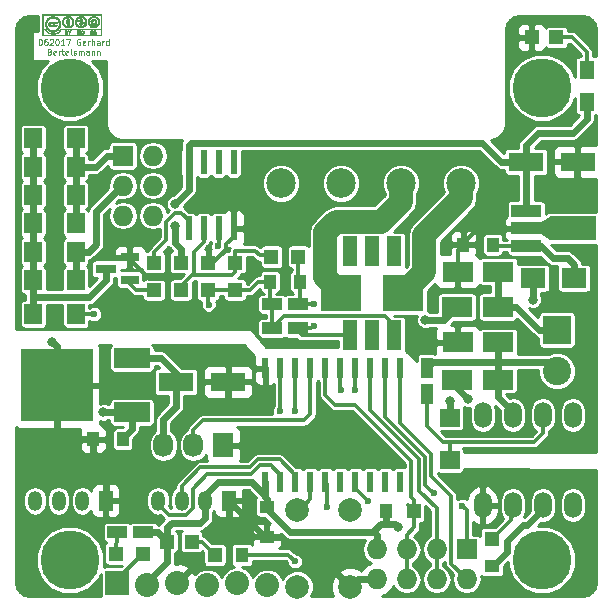
<source format=gtl>
G04 #@! TF.FileFunction,Copper,L1,Top,Signal*
%FSLAX46Y46*%
G04 Gerber Fmt 4.6, Leading zero omitted, Abs format (unit mm)*
G04 Created by KiCad (PCBNEW 4.0.2+dfsg1-stable) date Do 08 Jun 2017 17:04:04 CEST*
%MOMM*%
G01*
G04 APERTURE LIST*
%ADD10C,0.100000*%
%ADD11C,0.125000*%
%ADD12C,0.002540*%
%ADD13R,1.500000X1.700000*%
%ADD14C,5.000000*%
%ADD15R,1.000000X1.250000*%
%ADD16R,1.250000X1.000000*%
%ADD17R,1.198880X1.699260*%
%ADD18O,1.198880X1.699260*%
%ADD19R,1.727200X1.727200*%
%ADD20O,1.727200X1.727200*%
%ADD21R,1.727200X2.032000*%
%ADD22O,1.727200X2.032000*%
%ADD23R,1.500000X0.800100*%
%ADD24R,1.800000X0.800000*%
%ADD25R,3.048000X1.651000*%
%ADD26R,6.096000X6.096000*%
%ADD27R,0.599440X1.998980*%
%ADD28R,0.600000X1.800000*%
%ADD29R,2.032000X2.032000*%
%ADD30C,2.032000*%
%ADD31R,1.700000X1.000000*%
%ADD32R,1.200000X1.200000*%
%ADD33O,1.501140X2.199640*%
%ADD34R,3.500000X3.050000*%
%ADD35R,1.270000X2.500000*%
%ADD36C,2.400000*%
%ADD37R,2.400000X2.400000*%
%ADD38R,2.501900X1.000760*%
%ADD39R,4.000500X1.998980*%
%ADD40C,2.500000*%
%ADD41R,2.600000X1.699260*%
%ADD42R,2.100580X1.699260*%
%ADD43R,1.000000X1.700000*%
%ADD44R,2.999740X1.600200*%
%ADD45C,1.998980*%
%ADD46R,1.700000X1.500000*%
%ADD47R,1.300000X1.200000*%
%ADD48R,1.200000X1.300000*%
%ADD49R,1.300000X1.100000*%
%ADD50R,1.100000X1.300000*%
%ADD51R,1.300000X1.500000*%
%ADD52R,1.198880X1.198880*%
%ADD53C,0.600000*%
%ADD54C,0.800000*%
%ADD55C,0.304800*%
%ADD56C,0.250000*%
%ADD57C,0.600000*%
%ADD58C,2.000000*%
%ADD59C,0.254000*%
G04 APERTURE END LIST*
D10*
D11*
X122923659Y-96240090D02*
X122971278Y-96240090D01*
X123018897Y-96263900D01*
X123042706Y-96287710D01*
X123066516Y-96335329D01*
X123090325Y-96430567D01*
X123090325Y-96549614D01*
X123066516Y-96644852D01*
X123042706Y-96692471D01*
X123018897Y-96716281D01*
X122971278Y-96740090D01*
X122923659Y-96740090D01*
X122876040Y-96716281D01*
X122852230Y-96692471D01*
X122828421Y-96644852D01*
X122804611Y-96549614D01*
X122804611Y-96430567D01*
X122828421Y-96335329D01*
X122852230Y-96287710D01*
X122876040Y-96263900D01*
X122923659Y-96240090D01*
X123518896Y-96240090D02*
X123423658Y-96240090D01*
X123376039Y-96263900D01*
X123352230Y-96287710D01*
X123304611Y-96359138D01*
X123280801Y-96454376D01*
X123280801Y-96644852D01*
X123304611Y-96692471D01*
X123328420Y-96716281D01*
X123376039Y-96740090D01*
X123471277Y-96740090D01*
X123518896Y-96716281D01*
X123542706Y-96692471D01*
X123566515Y-96644852D01*
X123566515Y-96525805D01*
X123542706Y-96478186D01*
X123518896Y-96454376D01*
X123471277Y-96430567D01*
X123376039Y-96430567D01*
X123328420Y-96454376D01*
X123304611Y-96478186D01*
X123280801Y-96525805D01*
X123756991Y-96287710D02*
X123780801Y-96263900D01*
X123828420Y-96240090D01*
X123947467Y-96240090D01*
X123995086Y-96263900D01*
X124018896Y-96287710D01*
X124042705Y-96335329D01*
X124042705Y-96382948D01*
X124018896Y-96454376D01*
X123733182Y-96740090D01*
X124042705Y-96740090D01*
X124352229Y-96240090D02*
X124399848Y-96240090D01*
X124447467Y-96263900D01*
X124471276Y-96287710D01*
X124495086Y-96335329D01*
X124518895Y-96430567D01*
X124518895Y-96549614D01*
X124495086Y-96644852D01*
X124471276Y-96692471D01*
X124447467Y-96716281D01*
X124399848Y-96740090D01*
X124352229Y-96740090D01*
X124304610Y-96716281D01*
X124280800Y-96692471D01*
X124256991Y-96644852D01*
X124233181Y-96549614D01*
X124233181Y-96430567D01*
X124256991Y-96335329D01*
X124280800Y-96287710D01*
X124304610Y-96263900D01*
X124352229Y-96240090D01*
X124995085Y-96740090D02*
X124709371Y-96740090D01*
X124852228Y-96740090D02*
X124852228Y-96240090D01*
X124804609Y-96311519D01*
X124756990Y-96359138D01*
X124709371Y-96382948D01*
X125161752Y-96240090D02*
X125495085Y-96240090D01*
X125280799Y-96740090D01*
X126328417Y-96263900D02*
X126280798Y-96240090D01*
X126209370Y-96240090D01*
X126137941Y-96263900D01*
X126090322Y-96311519D01*
X126066513Y-96359138D01*
X126042703Y-96454376D01*
X126042703Y-96525805D01*
X126066513Y-96621043D01*
X126090322Y-96668662D01*
X126137941Y-96716281D01*
X126209370Y-96740090D01*
X126256989Y-96740090D01*
X126328417Y-96716281D01*
X126352227Y-96692471D01*
X126352227Y-96525805D01*
X126256989Y-96525805D01*
X126756989Y-96716281D02*
X126709370Y-96740090D01*
X126614132Y-96740090D01*
X126566513Y-96716281D01*
X126542703Y-96668662D01*
X126542703Y-96478186D01*
X126566513Y-96430567D01*
X126614132Y-96406757D01*
X126709370Y-96406757D01*
X126756989Y-96430567D01*
X126780798Y-96478186D01*
X126780798Y-96525805D01*
X126542703Y-96573424D01*
X126995084Y-96740090D02*
X126995084Y-96406757D01*
X126995084Y-96501995D02*
X127018893Y-96454376D01*
X127042703Y-96430567D01*
X127090322Y-96406757D01*
X127137941Y-96406757D01*
X127304608Y-96740090D02*
X127304608Y-96240090D01*
X127518893Y-96740090D02*
X127518893Y-96478186D01*
X127495084Y-96430567D01*
X127447465Y-96406757D01*
X127376036Y-96406757D01*
X127328417Y-96430567D01*
X127304608Y-96454376D01*
X127971274Y-96740090D02*
X127971274Y-96478186D01*
X127947465Y-96430567D01*
X127899846Y-96406757D01*
X127804608Y-96406757D01*
X127756989Y-96430567D01*
X127971274Y-96716281D02*
X127923655Y-96740090D01*
X127804608Y-96740090D01*
X127756989Y-96716281D01*
X127733179Y-96668662D01*
X127733179Y-96621043D01*
X127756989Y-96573424D01*
X127804608Y-96549614D01*
X127923655Y-96549614D01*
X127971274Y-96525805D01*
X128209370Y-96740090D02*
X128209370Y-96406757D01*
X128209370Y-96501995D02*
X128233179Y-96454376D01*
X128256989Y-96430567D01*
X128304608Y-96406757D01*
X128352227Y-96406757D01*
X128733179Y-96740090D02*
X128733179Y-96240090D01*
X128733179Y-96716281D02*
X128685560Y-96740090D01*
X128590322Y-96740090D01*
X128542703Y-96716281D01*
X128518894Y-96692471D01*
X128495084Y-96644852D01*
X128495084Y-96501995D01*
X128518894Y-96454376D01*
X128542703Y-96430567D01*
X128590322Y-96406757D01*
X128685560Y-96406757D01*
X128733179Y-96430567D01*
X123745086Y-97303186D02*
X123816515Y-97326995D01*
X123840324Y-97350805D01*
X123864134Y-97398424D01*
X123864134Y-97469852D01*
X123840324Y-97517471D01*
X123816515Y-97541281D01*
X123768896Y-97565090D01*
X123578420Y-97565090D01*
X123578420Y-97065090D01*
X123745086Y-97065090D01*
X123792705Y-97088900D01*
X123816515Y-97112710D01*
X123840324Y-97160329D01*
X123840324Y-97207948D01*
X123816515Y-97255567D01*
X123792705Y-97279376D01*
X123745086Y-97303186D01*
X123578420Y-97303186D01*
X124268896Y-97541281D02*
X124221277Y-97565090D01*
X124126039Y-97565090D01*
X124078420Y-97541281D01*
X124054610Y-97493662D01*
X124054610Y-97303186D01*
X124078420Y-97255567D01*
X124126039Y-97231757D01*
X124221277Y-97231757D01*
X124268896Y-97255567D01*
X124292705Y-97303186D01*
X124292705Y-97350805D01*
X124054610Y-97398424D01*
X124506991Y-97565090D02*
X124506991Y-97231757D01*
X124506991Y-97326995D02*
X124530800Y-97279376D01*
X124554610Y-97255567D01*
X124602229Y-97231757D01*
X124649848Y-97231757D01*
X124745086Y-97231757D02*
X124935562Y-97231757D01*
X124816515Y-97065090D02*
X124816515Y-97493662D01*
X124840324Y-97541281D01*
X124887943Y-97565090D01*
X124935562Y-97565090D01*
X125292705Y-97541281D02*
X125245086Y-97565090D01*
X125149848Y-97565090D01*
X125102229Y-97541281D01*
X125078419Y-97493662D01*
X125078419Y-97303186D01*
X125102229Y-97255567D01*
X125149848Y-97231757D01*
X125245086Y-97231757D01*
X125292705Y-97255567D01*
X125316514Y-97303186D01*
X125316514Y-97350805D01*
X125078419Y-97398424D01*
X125602228Y-97565090D02*
X125554609Y-97541281D01*
X125530800Y-97493662D01*
X125530800Y-97065090D01*
X125768895Y-97541281D02*
X125816514Y-97565090D01*
X125911752Y-97565090D01*
X125959371Y-97541281D01*
X125983181Y-97493662D01*
X125983181Y-97469852D01*
X125959371Y-97422233D01*
X125911752Y-97398424D01*
X125840324Y-97398424D01*
X125792705Y-97374614D01*
X125768895Y-97326995D01*
X125768895Y-97303186D01*
X125792705Y-97255567D01*
X125840324Y-97231757D01*
X125911752Y-97231757D01*
X125959371Y-97255567D01*
X126197467Y-97565090D02*
X126197467Y-97231757D01*
X126197467Y-97279376D02*
X126221276Y-97255567D01*
X126268895Y-97231757D01*
X126340324Y-97231757D01*
X126387943Y-97255567D01*
X126411752Y-97303186D01*
X126411752Y-97565090D01*
X126411752Y-97303186D02*
X126435562Y-97255567D01*
X126483181Y-97231757D01*
X126554609Y-97231757D01*
X126602229Y-97255567D01*
X126626038Y-97303186D01*
X126626038Y-97565090D01*
X127078419Y-97565090D02*
X127078419Y-97303186D01*
X127054610Y-97255567D01*
X127006991Y-97231757D01*
X126911753Y-97231757D01*
X126864134Y-97255567D01*
X127078419Y-97541281D02*
X127030800Y-97565090D01*
X126911753Y-97565090D01*
X126864134Y-97541281D01*
X126840324Y-97493662D01*
X126840324Y-97446043D01*
X126864134Y-97398424D01*
X126911753Y-97374614D01*
X127030800Y-97374614D01*
X127078419Y-97350805D01*
X127316515Y-97231757D02*
X127316515Y-97565090D01*
X127316515Y-97279376D02*
X127340324Y-97255567D01*
X127387943Y-97231757D01*
X127459372Y-97231757D01*
X127506991Y-97255567D01*
X127530800Y-97303186D01*
X127530800Y-97565090D01*
X127768896Y-97231757D02*
X127768896Y-97565090D01*
X127768896Y-97279376D02*
X127792705Y-97255567D01*
X127840324Y-97231757D01*
X127911753Y-97231757D01*
X127959372Y-97255567D01*
X127983181Y-97303186D01*
X127983181Y-97565090D01*
D12*
G36*
X128127760Y-95895160D02*
X128082040Y-95895160D01*
X128082040Y-95369380D01*
X128082040Y-94797880D01*
X128082040Y-94221300D01*
X128066800Y-94206060D01*
X128054100Y-94193360D01*
X125628400Y-94193360D01*
X123202700Y-94193360D01*
X123190000Y-94206060D01*
X123174760Y-94221300D01*
X123174760Y-94797880D01*
X123174760Y-95369380D01*
X123263660Y-95369380D01*
X123352560Y-95369380D01*
X123385580Y-95420180D01*
X123433840Y-95486220D01*
X123489720Y-95547180D01*
X123550680Y-95600520D01*
X123619260Y-95646240D01*
X123692920Y-95686880D01*
X123769120Y-95717360D01*
X123850400Y-95740220D01*
X123916440Y-95750380D01*
X123949460Y-95752920D01*
X123990100Y-95752920D01*
X124033280Y-95752920D01*
X124076460Y-95747840D01*
X124114560Y-95745300D01*
X124137420Y-95740220D01*
X124223780Y-95717360D01*
X124302520Y-95689420D01*
X124376180Y-95648780D01*
X124444760Y-95603060D01*
X124510800Y-95544640D01*
X124536200Y-95519240D01*
X124559060Y-95493840D01*
X124581920Y-95465900D01*
X124602240Y-95440500D01*
X124614940Y-95420180D01*
X124647960Y-95371920D01*
X126362460Y-95369380D01*
X128082040Y-95369380D01*
X128082040Y-95895160D01*
X128076960Y-95895160D01*
X128076960Y-95854520D01*
X128076960Y-95636080D01*
X128076960Y-95415100D01*
X126377700Y-95415100D01*
X124680980Y-95415100D01*
X124647960Y-95460820D01*
X124609860Y-95514160D01*
X124574300Y-95562420D01*
X124533660Y-95600520D01*
X124493020Y-95633540D01*
X124447300Y-95666560D01*
X124414280Y-95686880D01*
X124358400Y-95714820D01*
X124310140Y-95737680D01*
X124264420Y-95755460D01*
X124218700Y-95770700D01*
X124170440Y-95783400D01*
X124167900Y-95783400D01*
X124094240Y-95796100D01*
X124028200Y-95801180D01*
X123964700Y-95801180D01*
X123898660Y-95796100D01*
X123830080Y-95783400D01*
X123753880Y-95760540D01*
X123677680Y-95727520D01*
X123598940Y-95684340D01*
X123520200Y-95633540D01*
X123494800Y-95613220D01*
X123474480Y-95597980D01*
X123451620Y-95575120D01*
X123426220Y-95549720D01*
X123398280Y-95521780D01*
X123375420Y-95493840D01*
X123352560Y-95468440D01*
X123337320Y-95445580D01*
X123329700Y-95430340D01*
X123319540Y-95415100D01*
X123245880Y-95415100D01*
X123169680Y-95415100D01*
X123169680Y-95636080D01*
X123169680Y-95854520D01*
X125625860Y-95854520D01*
X128076960Y-95854520D01*
X128076960Y-95895160D01*
X125630940Y-95895160D01*
X123136660Y-95895160D01*
X123131580Y-95824040D01*
X123131580Y-95808800D01*
X123131580Y-95785940D01*
X123131580Y-95755460D01*
X123131580Y-95714820D01*
X123131580Y-95669100D01*
X123129040Y-95618300D01*
X123129040Y-95559880D01*
X123129040Y-95498920D01*
X123129040Y-95432880D01*
X123129040Y-95361760D01*
X123129040Y-95288100D01*
X123129040Y-95211900D01*
X123129040Y-95133160D01*
X123129040Y-95054420D01*
X123131580Y-94978220D01*
X123131580Y-94899480D01*
X123131580Y-94820740D01*
X123131580Y-94744540D01*
X123131580Y-94668340D01*
X123131580Y-94594680D01*
X123131580Y-94526100D01*
X123131580Y-94462600D01*
X123131580Y-94401640D01*
X123134120Y-94345760D01*
X123134120Y-94294960D01*
X123134120Y-94251780D01*
X123134120Y-94216220D01*
X123134120Y-94188280D01*
X123134120Y-94167960D01*
X123136660Y-94155260D01*
X123136660Y-94155260D01*
X123141740Y-94152720D01*
X123156980Y-94152720D01*
X123179840Y-94152720D01*
X123212860Y-94152720D01*
X123253500Y-94152720D01*
X123304300Y-94152720D01*
X123362720Y-94152720D01*
X123426220Y-94152720D01*
X123499880Y-94152720D01*
X123578620Y-94152720D01*
X123662440Y-94152720D01*
X123753880Y-94152720D01*
X123850400Y-94150180D01*
X123952000Y-94150180D01*
X124058680Y-94150180D01*
X124170440Y-94150180D01*
X124284740Y-94150180D01*
X124404120Y-94150180D01*
X124526040Y-94150180D01*
X124653040Y-94150180D01*
X124780040Y-94150180D01*
X124909580Y-94150180D01*
X125044200Y-94150180D01*
X125176280Y-94150180D01*
X125313440Y-94150180D01*
X125448060Y-94150180D01*
X125585220Y-94150180D01*
X125719840Y-94150180D01*
X125854460Y-94150180D01*
X125991620Y-94150180D01*
X126126240Y-94150180D01*
X126258320Y-94150180D01*
X126390400Y-94150180D01*
X126519940Y-94150180D01*
X126646940Y-94150180D01*
X126771400Y-94150180D01*
X126890780Y-94150180D01*
X127010160Y-94150180D01*
X127121920Y-94150180D01*
X127231140Y-94150180D01*
X127335280Y-94150180D01*
X127434340Y-94150180D01*
X127530860Y-94150180D01*
X127617220Y-94150180D01*
X127701040Y-94150180D01*
X127774700Y-94150180D01*
X127843280Y-94150180D01*
X127906780Y-94150180D01*
X127960120Y-94150180D01*
X128005840Y-94150180D01*
X128043940Y-94150180D01*
X128071880Y-94150180D01*
X128092200Y-94150180D01*
X128102360Y-94150180D01*
X128104900Y-94150180D01*
X128127760Y-94152720D01*
X128127760Y-95023940D01*
X128127760Y-95895160D01*
X128127760Y-95895160D01*
X128127760Y-95895160D01*
G37*
X128127760Y-95895160D02*
X128082040Y-95895160D01*
X128082040Y-95369380D01*
X128082040Y-94797880D01*
X128082040Y-94221300D01*
X128066800Y-94206060D01*
X128054100Y-94193360D01*
X125628400Y-94193360D01*
X123202700Y-94193360D01*
X123190000Y-94206060D01*
X123174760Y-94221300D01*
X123174760Y-94797880D01*
X123174760Y-95369380D01*
X123263660Y-95369380D01*
X123352560Y-95369380D01*
X123385580Y-95420180D01*
X123433840Y-95486220D01*
X123489720Y-95547180D01*
X123550680Y-95600520D01*
X123619260Y-95646240D01*
X123692920Y-95686880D01*
X123769120Y-95717360D01*
X123850400Y-95740220D01*
X123916440Y-95750380D01*
X123949460Y-95752920D01*
X123990100Y-95752920D01*
X124033280Y-95752920D01*
X124076460Y-95747840D01*
X124114560Y-95745300D01*
X124137420Y-95740220D01*
X124223780Y-95717360D01*
X124302520Y-95689420D01*
X124376180Y-95648780D01*
X124444760Y-95603060D01*
X124510800Y-95544640D01*
X124536200Y-95519240D01*
X124559060Y-95493840D01*
X124581920Y-95465900D01*
X124602240Y-95440500D01*
X124614940Y-95420180D01*
X124647960Y-95371920D01*
X126362460Y-95369380D01*
X128082040Y-95369380D01*
X128082040Y-95895160D01*
X128076960Y-95895160D01*
X128076960Y-95854520D01*
X128076960Y-95636080D01*
X128076960Y-95415100D01*
X126377700Y-95415100D01*
X124680980Y-95415100D01*
X124647960Y-95460820D01*
X124609860Y-95514160D01*
X124574300Y-95562420D01*
X124533660Y-95600520D01*
X124493020Y-95633540D01*
X124447300Y-95666560D01*
X124414280Y-95686880D01*
X124358400Y-95714820D01*
X124310140Y-95737680D01*
X124264420Y-95755460D01*
X124218700Y-95770700D01*
X124170440Y-95783400D01*
X124167900Y-95783400D01*
X124094240Y-95796100D01*
X124028200Y-95801180D01*
X123964700Y-95801180D01*
X123898660Y-95796100D01*
X123830080Y-95783400D01*
X123753880Y-95760540D01*
X123677680Y-95727520D01*
X123598940Y-95684340D01*
X123520200Y-95633540D01*
X123494800Y-95613220D01*
X123474480Y-95597980D01*
X123451620Y-95575120D01*
X123426220Y-95549720D01*
X123398280Y-95521780D01*
X123375420Y-95493840D01*
X123352560Y-95468440D01*
X123337320Y-95445580D01*
X123329700Y-95430340D01*
X123319540Y-95415100D01*
X123245880Y-95415100D01*
X123169680Y-95415100D01*
X123169680Y-95636080D01*
X123169680Y-95854520D01*
X125625860Y-95854520D01*
X128076960Y-95854520D01*
X128076960Y-95895160D01*
X125630940Y-95895160D01*
X123136660Y-95895160D01*
X123131580Y-95824040D01*
X123131580Y-95808800D01*
X123131580Y-95785940D01*
X123131580Y-95755460D01*
X123131580Y-95714820D01*
X123131580Y-95669100D01*
X123129040Y-95618300D01*
X123129040Y-95559880D01*
X123129040Y-95498920D01*
X123129040Y-95432880D01*
X123129040Y-95361760D01*
X123129040Y-95288100D01*
X123129040Y-95211900D01*
X123129040Y-95133160D01*
X123129040Y-95054420D01*
X123131580Y-94978220D01*
X123131580Y-94899480D01*
X123131580Y-94820740D01*
X123131580Y-94744540D01*
X123131580Y-94668340D01*
X123131580Y-94594680D01*
X123131580Y-94526100D01*
X123131580Y-94462600D01*
X123131580Y-94401640D01*
X123134120Y-94345760D01*
X123134120Y-94294960D01*
X123134120Y-94251780D01*
X123134120Y-94216220D01*
X123134120Y-94188280D01*
X123134120Y-94167960D01*
X123136660Y-94155260D01*
X123136660Y-94155260D01*
X123141740Y-94152720D01*
X123156980Y-94152720D01*
X123179840Y-94152720D01*
X123212860Y-94152720D01*
X123253500Y-94152720D01*
X123304300Y-94152720D01*
X123362720Y-94152720D01*
X123426220Y-94152720D01*
X123499880Y-94152720D01*
X123578620Y-94152720D01*
X123662440Y-94152720D01*
X123753880Y-94152720D01*
X123850400Y-94150180D01*
X123952000Y-94150180D01*
X124058680Y-94150180D01*
X124170440Y-94150180D01*
X124284740Y-94150180D01*
X124404120Y-94150180D01*
X124526040Y-94150180D01*
X124653040Y-94150180D01*
X124780040Y-94150180D01*
X124909580Y-94150180D01*
X125044200Y-94150180D01*
X125176280Y-94150180D01*
X125313440Y-94150180D01*
X125448060Y-94150180D01*
X125585220Y-94150180D01*
X125719840Y-94150180D01*
X125854460Y-94150180D01*
X125991620Y-94150180D01*
X126126240Y-94150180D01*
X126258320Y-94150180D01*
X126390400Y-94150180D01*
X126519940Y-94150180D01*
X126646940Y-94150180D01*
X126771400Y-94150180D01*
X126890780Y-94150180D01*
X127010160Y-94150180D01*
X127121920Y-94150180D01*
X127231140Y-94150180D01*
X127335280Y-94150180D01*
X127434340Y-94150180D01*
X127530860Y-94150180D01*
X127617220Y-94150180D01*
X127701040Y-94150180D01*
X127774700Y-94150180D01*
X127843280Y-94150180D01*
X127906780Y-94150180D01*
X127960120Y-94150180D01*
X128005840Y-94150180D01*
X128043940Y-94150180D01*
X128071880Y-94150180D01*
X128092200Y-94150180D01*
X128102360Y-94150180D01*
X128104900Y-94150180D01*
X128127760Y-94152720D01*
X128127760Y-95023940D01*
X128127760Y-95895160D01*
X128127760Y-95895160D01*
G36*
X126621540Y-95679260D02*
X126619000Y-95694500D01*
X126606300Y-95730060D01*
X126588520Y-95755460D01*
X126563120Y-95775780D01*
X126532640Y-95788480D01*
X126497080Y-95791020D01*
X126474220Y-95788480D01*
X126448820Y-95783400D01*
X126428500Y-95773240D01*
X126408180Y-95758000D01*
X126398020Y-95747840D01*
X126380240Y-95719900D01*
X126367540Y-95686880D01*
X126362460Y-95653860D01*
X126365000Y-95618300D01*
X126375160Y-95582740D01*
X126392940Y-95552260D01*
X126403100Y-95539560D01*
X126428500Y-95519240D01*
X126458980Y-95506540D01*
X126492000Y-95501460D01*
X126522480Y-95504000D01*
X126552960Y-95514160D01*
X126578360Y-95529400D01*
X126601220Y-95552260D01*
X126606300Y-95564960D01*
X126613920Y-95580200D01*
X126616460Y-95592900D01*
X126616460Y-95595440D01*
X126616460Y-95600520D01*
X126611380Y-95603060D01*
X126598680Y-95605600D01*
X126591060Y-95605600D01*
X126573280Y-95605600D01*
X126565660Y-95603060D01*
X126558040Y-95597980D01*
X126555500Y-95590360D01*
X126540260Y-95570040D01*
X126519940Y-95559880D01*
X126499620Y-95554800D01*
X126476760Y-95559880D01*
X126456440Y-95570040D01*
X126441200Y-95587820D01*
X126436120Y-95597980D01*
X126428500Y-95618300D01*
X126425960Y-95643700D01*
X126428500Y-95671640D01*
X126433580Y-95694500D01*
X126436120Y-95699580D01*
X126451360Y-95719900D01*
X126471680Y-95732600D01*
X126494540Y-95740220D01*
X126517400Y-95737680D01*
X126527560Y-95732600D01*
X126540260Y-95722440D01*
X126550420Y-95707200D01*
X126558040Y-95691960D01*
X126558040Y-95686880D01*
X126558040Y-95684340D01*
X126565660Y-95681800D01*
X126580900Y-95679260D01*
X126588520Y-95679260D01*
X126621540Y-95679260D01*
X126621540Y-95679260D01*
X126621540Y-95679260D01*
G37*
X126621540Y-95679260D02*
X126619000Y-95694500D01*
X126606300Y-95730060D01*
X126588520Y-95755460D01*
X126563120Y-95775780D01*
X126532640Y-95788480D01*
X126497080Y-95791020D01*
X126474220Y-95788480D01*
X126448820Y-95783400D01*
X126428500Y-95773240D01*
X126408180Y-95758000D01*
X126398020Y-95747840D01*
X126380240Y-95719900D01*
X126367540Y-95686880D01*
X126362460Y-95653860D01*
X126365000Y-95618300D01*
X126375160Y-95582740D01*
X126392940Y-95552260D01*
X126403100Y-95539560D01*
X126428500Y-95519240D01*
X126458980Y-95506540D01*
X126492000Y-95501460D01*
X126522480Y-95504000D01*
X126552960Y-95514160D01*
X126578360Y-95529400D01*
X126601220Y-95552260D01*
X126606300Y-95564960D01*
X126613920Y-95580200D01*
X126616460Y-95592900D01*
X126616460Y-95595440D01*
X126616460Y-95600520D01*
X126611380Y-95603060D01*
X126598680Y-95605600D01*
X126591060Y-95605600D01*
X126573280Y-95605600D01*
X126565660Y-95603060D01*
X126558040Y-95597980D01*
X126555500Y-95590360D01*
X126540260Y-95570040D01*
X126519940Y-95559880D01*
X126499620Y-95554800D01*
X126476760Y-95559880D01*
X126456440Y-95570040D01*
X126441200Y-95587820D01*
X126436120Y-95597980D01*
X126428500Y-95618300D01*
X126425960Y-95643700D01*
X126428500Y-95671640D01*
X126433580Y-95694500D01*
X126436120Y-95699580D01*
X126451360Y-95719900D01*
X126471680Y-95732600D01*
X126494540Y-95740220D01*
X126517400Y-95737680D01*
X126527560Y-95732600D01*
X126540260Y-95722440D01*
X126550420Y-95707200D01*
X126558040Y-95691960D01*
X126558040Y-95686880D01*
X126558040Y-95684340D01*
X126565660Y-95681800D01*
X126580900Y-95679260D01*
X126588520Y-95679260D01*
X126621540Y-95679260D01*
X126621540Y-95679260D01*
G36*
X127396240Y-95714820D02*
X127391160Y-95735140D01*
X127381000Y-95752920D01*
X127375920Y-95758000D01*
X127358140Y-95773240D01*
X127330200Y-95785940D01*
X127299720Y-95791020D01*
X127269240Y-95791020D01*
X127264160Y-95791020D01*
X127228600Y-95783400D01*
X127200660Y-95768160D01*
X127180340Y-95747840D01*
X127167640Y-95722440D01*
X127167640Y-95719900D01*
X127165100Y-95704660D01*
X127167640Y-95694500D01*
X127175260Y-95691960D01*
X127193040Y-95691960D01*
X127198120Y-95691960D01*
X127213360Y-95691960D01*
X127220980Y-95694500D01*
X127226060Y-95702120D01*
X127228600Y-95709740D01*
X127238760Y-95727520D01*
X127256540Y-95740220D01*
X127276860Y-95745300D01*
X127302260Y-95742760D01*
X127314960Y-95737680D01*
X127330200Y-95730060D01*
X127337820Y-95717360D01*
X127335280Y-95704660D01*
X127332740Y-95697040D01*
X127325120Y-95689420D01*
X127312420Y-95684340D01*
X127292100Y-95676720D01*
X127266700Y-95666560D01*
X127251460Y-95664020D01*
X127228600Y-95656400D01*
X127210820Y-95648780D01*
X127200660Y-95641160D01*
X127193040Y-95633540D01*
X127177800Y-95610680D01*
X127172720Y-95587820D01*
X127175260Y-95564960D01*
X127185420Y-95544640D01*
X127203200Y-95526860D01*
X127223520Y-95514160D01*
X127248920Y-95504000D01*
X127279400Y-95501460D01*
X127307340Y-95504000D01*
X127337820Y-95514160D01*
X127363220Y-95529400D01*
X127378460Y-95549720D01*
X127386080Y-95575120D01*
X127386080Y-95575120D01*
X127388620Y-95595440D01*
X127360680Y-95595440D01*
X127342900Y-95595440D01*
X127335280Y-95592900D01*
X127330200Y-95587820D01*
X127325120Y-95580200D01*
X127317500Y-95564960D01*
X127299720Y-95554800D01*
X127281940Y-95549720D01*
X127261620Y-95552260D01*
X127246380Y-95559880D01*
X127243840Y-95562420D01*
X127236220Y-95572580D01*
X127233680Y-95582740D01*
X127238760Y-95590360D01*
X127241300Y-95595440D01*
X127251460Y-95600520D01*
X127271780Y-95610680D01*
X127302260Y-95618300D01*
X127304800Y-95618300D01*
X127337820Y-95631000D01*
X127363220Y-95641160D01*
X127378460Y-95653860D01*
X127391160Y-95669100D01*
X127396240Y-95686880D01*
X127396240Y-95691960D01*
X127396240Y-95714820D01*
X127396240Y-95714820D01*
X127396240Y-95714820D01*
G37*
X127396240Y-95714820D02*
X127391160Y-95735140D01*
X127381000Y-95752920D01*
X127375920Y-95758000D01*
X127358140Y-95773240D01*
X127330200Y-95785940D01*
X127299720Y-95791020D01*
X127269240Y-95791020D01*
X127264160Y-95791020D01*
X127228600Y-95783400D01*
X127200660Y-95768160D01*
X127180340Y-95747840D01*
X127167640Y-95722440D01*
X127167640Y-95719900D01*
X127165100Y-95704660D01*
X127167640Y-95694500D01*
X127175260Y-95691960D01*
X127193040Y-95691960D01*
X127198120Y-95691960D01*
X127213360Y-95691960D01*
X127220980Y-95694500D01*
X127226060Y-95702120D01*
X127228600Y-95709740D01*
X127238760Y-95727520D01*
X127256540Y-95740220D01*
X127276860Y-95745300D01*
X127302260Y-95742760D01*
X127314960Y-95737680D01*
X127330200Y-95730060D01*
X127337820Y-95717360D01*
X127335280Y-95704660D01*
X127332740Y-95697040D01*
X127325120Y-95689420D01*
X127312420Y-95684340D01*
X127292100Y-95676720D01*
X127266700Y-95666560D01*
X127251460Y-95664020D01*
X127228600Y-95656400D01*
X127210820Y-95648780D01*
X127200660Y-95641160D01*
X127193040Y-95633540D01*
X127177800Y-95610680D01*
X127172720Y-95587820D01*
X127175260Y-95564960D01*
X127185420Y-95544640D01*
X127203200Y-95526860D01*
X127223520Y-95514160D01*
X127248920Y-95504000D01*
X127279400Y-95501460D01*
X127307340Y-95504000D01*
X127337820Y-95514160D01*
X127363220Y-95529400D01*
X127378460Y-95549720D01*
X127386080Y-95575120D01*
X127386080Y-95575120D01*
X127388620Y-95595440D01*
X127360680Y-95595440D01*
X127342900Y-95595440D01*
X127335280Y-95592900D01*
X127330200Y-95587820D01*
X127325120Y-95580200D01*
X127317500Y-95564960D01*
X127299720Y-95554800D01*
X127281940Y-95549720D01*
X127261620Y-95552260D01*
X127246380Y-95559880D01*
X127243840Y-95562420D01*
X127236220Y-95572580D01*
X127233680Y-95582740D01*
X127238760Y-95590360D01*
X127241300Y-95595440D01*
X127251460Y-95600520D01*
X127271780Y-95610680D01*
X127302260Y-95618300D01*
X127304800Y-95618300D01*
X127337820Y-95631000D01*
X127363220Y-95641160D01*
X127378460Y-95653860D01*
X127391160Y-95669100D01*
X127396240Y-95686880D01*
X127396240Y-95691960D01*
X127396240Y-95714820D01*
X127396240Y-95714820D01*
G36*
X125247400Y-95714820D02*
X125239780Y-95740220D01*
X125224540Y-95763080D01*
X125201680Y-95775780D01*
X125194060Y-95778320D01*
X125183900Y-95780860D01*
X125183900Y-95699580D01*
X125183900Y-95684340D01*
X125176280Y-95674180D01*
X125173740Y-95674180D01*
X125173740Y-95585280D01*
X125168660Y-95572580D01*
X125166120Y-95567500D01*
X125158500Y-95562420D01*
X125145800Y-95559880D01*
X125125480Y-95559880D01*
X125120400Y-95559880D01*
X125079760Y-95559880D01*
X125079760Y-95575120D01*
X125077220Y-95592900D01*
X125079760Y-95605600D01*
X125079760Y-95613220D01*
X125082300Y-95618300D01*
X125089920Y-95620840D01*
X125105160Y-95620840D01*
X125115320Y-95620840D01*
X125140720Y-95618300D01*
X125158500Y-95615760D01*
X125163580Y-95613220D01*
X125171200Y-95600520D01*
X125173740Y-95585280D01*
X125173740Y-95674180D01*
X125163580Y-95669100D01*
X125145800Y-95666560D01*
X125120400Y-95664020D01*
X125079760Y-95664020D01*
X125079760Y-95699580D01*
X125079760Y-95735140D01*
X125122940Y-95735140D01*
X125145800Y-95735140D01*
X125161040Y-95732600D01*
X125171200Y-95730060D01*
X125176280Y-95727520D01*
X125183900Y-95714820D01*
X125183900Y-95699580D01*
X125183900Y-95780860D01*
X125181360Y-95780860D01*
X125168660Y-95783400D01*
X125148340Y-95783400D01*
X125122940Y-95785940D01*
X125097540Y-95785940D01*
X125013720Y-95785940D01*
X125013720Y-95648780D01*
X125013720Y-95509080D01*
X125097540Y-95509080D01*
X125133100Y-95511620D01*
X125161040Y-95511620D01*
X125181360Y-95514160D01*
X125196600Y-95516700D01*
X125209300Y-95521780D01*
X125216920Y-95529400D01*
X125222000Y-95534480D01*
X125229620Y-95547180D01*
X125232160Y-95567500D01*
X125234700Y-95587820D01*
X125232160Y-95597980D01*
X125227080Y-95610680D01*
X125216920Y-95623380D01*
X125214380Y-95623380D01*
X125206760Y-95633540D01*
X125206760Y-95638620D01*
X125209300Y-95638620D01*
X125222000Y-95648780D01*
X125237240Y-95661480D01*
X125244860Y-95679260D01*
X125247400Y-95686880D01*
X125247400Y-95714820D01*
X125247400Y-95714820D01*
X125247400Y-95714820D01*
G37*
X125247400Y-95714820D02*
X125239780Y-95740220D01*
X125224540Y-95763080D01*
X125201680Y-95775780D01*
X125194060Y-95778320D01*
X125183900Y-95780860D01*
X125183900Y-95699580D01*
X125183900Y-95684340D01*
X125176280Y-95674180D01*
X125173740Y-95674180D01*
X125173740Y-95585280D01*
X125168660Y-95572580D01*
X125166120Y-95567500D01*
X125158500Y-95562420D01*
X125145800Y-95559880D01*
X125125480Y-95559880D01*
X125120400Y-95559880D01*
X125079760Y-95559880D01*
X125079760Y-95575120D01*
X125077220Y-95592900D01*
X125079760Y-95605600D01*
X125079760Y-95613220D01*
X125082300Y-95618300D01*
X125089920Y-95620840D01*
X125105160Y-95620840D01*
X125115320Y-95620840D01*
X125140720Y-95618300D01*
X125158500Y-95615760D01*
X125163580Y-95613220D01*
X125171200Y-95600520D01*
X125173740Y-95585280D01*
X125173740Y-95674180D01*
X125163580Y-95669100D01*
X125145800Y-95666560D01*
X125120400Y-95664020D01*
X125079760Y-95664020D01*
X125079760Y-95699580D01*
X125079760Y-95735140D01*
X125122940Y-95735140D01*
X125145800Y-95735140D01*
X125161040Y-95732600D01*
X125171200Y-95730060D01*
X125176280Y-95727520D01*
X125183900Y-95714820D01*
X125183900Y-95699580D01*
X125183900Y-95780860D01*
X125181360Y-95780860D01*
X125168660Y-95783400D01*
X125148340Y-95783400D01*
X125122940Y-95785940D01*
X125097540Y-95785940D01*
X125013720Y-95785940D01*
X125013720Y-95648780D01*
X125013720Y-95509080D01*
X125097540Y-95509080D01*
X125133100Y-95511620D01*
X125161040Y-95511620D01*
X125181360Y-95514160D01*
X125196600Y-95516700D01*
X125209300Y-95521780D01*
X125216920Y-95529400D01*
X125222000Y-95534480D01*
X125229620Y-95547180D01*
X125232160Y-95567500D01*
X125234700Y-95587820D01*
X125232160Y-95597980D01*
X125227080Y-95610680D01*
X125216920Y-95623380D01*
X125214380Y-95623380D01*
X125206760Y-95633540D01*
X125206760Y-95638620D01*
X125209300Y-95638620D01*
X125222000Y-95648780D01*
X125237240Y-95661480D01*
X125244860Y-95679260D01*
X125247400Y-95686880D01*
X125247400Y-95714820D01*
X125247400Y-95714820D01*
G36*
X125524260Y-95509080D02*
X125470920Y-95597980D01*
X125420120Y-95684340D01*
X125420120Y-95735140D01*
X125420120Y-95785940D01*
X125389640Y-95785940D01*
X125359160Y-95785940D01*
X125359160Y-95732600D01*
X125359160Y-95679260D01*
X125310900Y-95597980D01*
X125295660Y-95572580D01*
X125282960Y-95549720D01*
X125272800Y-95531940D01*
X125265180Y-95519240D01*
X125260100Y-95514160D01*
X125265180Y-95511620D01*
X125275340Y-95511620D01*
X125293120Y-95509080D01*
X125293120Y-95509080D01*
X125328680Y-95509080D01*
X125359160Y-95562420D01*
X125374400Y-95587820D01*
X125384560Y-95603060D01*
X125392180Y-95610680D01*
X125394720Y-95610680D01*
X125399800Y-95603060D01*
X125407420Y-95590360D01*
X125417580Y-95570040D01*
X125425200Y-95557340D01*
X125453140Y-95511620D01*
X125488700Y-95511620D01*
X125524260Y-95509080D01*
X125524260Y-95509080D01*
X125524260Y-95509080D01*
G37*
X125524260Y-95509080D02*
X125470920Y-95597980D01*
X125420120Y-95684340D01*
X125420120Y-95735140D01*
X125420120Y-95785940D01*
X125389640Y-95785940D01*
X125359160Y-95785940D01*
X125359160Y-95732600D01*
X125359160Y-95679260D01*
X125310900Y-95597980D01*
X125295660Y-95572580D01*
X125282960Y-95549720D01*
X125272800Y-95531940D01*
X125265180Y-95519240D01*
X125260100Y-95514160D01*
X125265180Y-95511620D01*
X125275340Y-95511620D01*
X125293120Y-95509080D01*
X125293120Y-95509080D01*
X125328680Y-95509080D01*
X125359160Y-95562420D01*
X125374400Y-95587820D01*
X125384560Y-95603060D01*
X125392180Y-95610680D01*
X125394720Y-95610680D01*
X125399800Y-95603060D01*
X125407420Y-95590360D01*
X125417580Y-95570040D01*
X125425200Y-95557340D01*
X125453140Y-95511620D01*
X125488700Y-95511620D01*
X125524260Y-95509080D01*
X125524260Y-95509080D01*
G36*
X126321820Y-95785940D02*
X126291340Y-95785940D01*
X126260860Y-95785940D01*
X126204980Y-95697040D01*
X126149100Y-95608140D01*
X126149100Y-95697040D01*
X126146560Y-95785940D01*
X126116080Y-95785940D01*
X126088140Y-95785940D01*
X126088140Y-95648780D01*
X126088140Y-95509080D01*
X126118620Y-95509080D01*
X126151640Y-95509080D01*
X126204980Y-95597980D01*
X126220220Y-95623380D01*
X126235460Y-95646240D01*
X126248160Y-95664020D01*
X126255780Y-95676720D01*
X126260860Y-95681800D01*
X126260860Y-95681800D01*
X126260860Y-95676720D01*
X126263400Y-95664020D01*
X126263400Y-95643700D01*
X126263400Y-95618300D01*
X126263400Y-95595440D01*
X126260860Y-95509080D01*
X126291340Y-95509080D01*
X126321820Y-95509080D01*
X126321820Y-95648780D01*
X126321820Y-95785940D01*
X126321820Y-95785940D01*
X126321820Y-95785940D01*
G37*
X126321820Y-95785940D02*
X126291340Y-95785940D01*
X126260860Y-95785940D01*
X126204980Y-95697040D01*
X126149100Y-95608140D01*
X126149100Y-95697040D01*
X126146560Y-95785940D01*
X126116080Y-95785940D01*
X126088140Y-95785940D01*
X126088140Y-95648780D01*
X126088140Y-95509080D01*
X126118620Y-95509080D01*
X126151640Y-95509080D01*
X126204980Y-95597980D01*
X126220220Y-95623380D01*
X126235460Y-95646240D01*
X126248160Y-95664020D01*
X126255780Y-95676720D01*
X126260860Y-95681800D01*
X126260860Y-95681800D01*
X126260860Y-95676720D01*
X126263400Y-95664020D01*
X126263400Y-95643700D01*
X126263400Y-95618300D01*
X126263400Y-95595440D01*
X126260860Y-95509080D01*
X126291340Y-95509080D01*
X126321820Y-95509080D01*
X126321820Y-95648780D01*
X126321820Y-95785940D01*
X126321820Y-95785940D01*
G36*
X127673100Y-95780860D02*
X127668020Y-95783400D01*
X127655320Y-95785940D01*
X127640080Y-95785940D01*
X127609600Y-95785940D01*
X127599440Y-95755460D01*
X127591820Y-95724980D01*
X127571500Y-95724980D01*
X127571500Y-95674180D01*
X127556260Y-95631000D01*
X127548640Y-95610680D01*
X127543560Y-95595440D01*
X127538480Y-95590360D01*
X127538480Y-95587820D01*
X127533400Y-95595440D01*
X127528320Y-95608140D01*
X127523240Y-95623380D01*
X127515620Y-95641160D01*
X127510540Y-95656400D01*
X127508000Y-95669100D01*
X127508000Y-95671640D01*
X127513080Y-95674180D01*
X127523240Y-95674180D01*
X127538480Y-95674180D01*
X127571500Y-95674180D01*
X127571500Y-95724980D01*
X127538480Y-95724980D01*
X127487680Y-95724980D01*
X127477520Y-95755460D01*
X127464820Y-95785940D01*
X127434340Y-95785940D01*
X127403860Y-95785940D01*
X127454660Y-95648780D01*
X127505460Y-95511620D01*
X127541020Y-95511620D01*
X127574040Y-95511620D01*
X127622300Y-95646240D01*
X127635000Y-95679260D01*
X127647700Y-95709740D01*
X127657860Y-95737680D01*
X127665480Y-95760540D01*
X127670560Y-95773240D01*
X127673100Y-95780860D01*
X127673100Y-95780860D01*
X127673100Y-95780860D01*
X127673100Y-95780860D01*
G37*
X127673100Y-95780860D02*
X127668020Y-95783400D01*
X127655320Y-95785940D01*
X127640080Y-95785940D01*
X127609600Y-95785940D01*
X127599440Y-95755460D01*
X127591820Y-95724980D01*
X127571500Y-95724980D01*
X127571500Y-95674180D01*
X127556260Y-95631000D01*
X127548640Y-95610680D01*
X127543560Y-95595440D01*
X127538480Y-95590360D01*
X127538480Y-95587820D01*
X127533400Y-95595440D01*
X127528320Y-95608140D01*
X127523240Y-95623380D01*
X127515620Y-95641160D01*
X127510540Y-95656400D01*
X127508000Y-95669100D01*
X127508000Y-95671640D01*
X127513080Y-95674180D01*
X127523240Y-95674180D01*
X127538480Y-95674180D01*
X127571500Y-95674180D01*
X127571500Y-95724980D01*
X127538480Y-95724980D01*
X127487680Y-95724980D01*
X127477520Y-95755460D01*
X127464820Y-95785940D01*
X127434340Y-95785940D01*
X127403860Y-95785940D01*
X127454660Y-95648780D01*
X127505460Y-95511620D01*
X127541020Y-95511620D01*
X127574040Y-95511620D01*
X127622300Y-95646240D01*
X127635000Y-95679260D01*
X127647700Y-95709740D01*
X127657860Y-95737680D01*
X127665480Y-95760540D01*
X127670560Y-95773240D01*
X127673100Y-95780860D01*
X127673100Y-95780860D01*
X127673100Y-95780860D01*
G36*
X124647960Y-94952820D02*
X124647960Y-94988380D01*
X124645420Y-95034100D01*
X124642880Y-95077280D01*
X124635260Y-95115380D01*
X124627640Y-95150940D01*
X124614940Y-95186500D01*
X124604780Y-95211900D01*
X124574300Y-95277940D01*
X124533660Y-95338900D01*
X124533660Y-95338900D01*
X124533660Y-94952820D01*
X124528580Y-94884240D01*
X124513340Y-94815660D01*
X124490480Y-94752160D01*
X124460000Y-94688660D01*
X124419360Y-94632780D01*
X124373640Y-94579440D01*
X124317760Y-94533720D01*
X124256800Y-94493080D01*
X124254260Y-94490540D01*
X124193300Y-94462600D01*
X124129800Y-94442280D01*
X124063760Y-94432120D01*
X123995180Y-94429580D01*
X123926600Y-94434660D01*
X123860560Y-94447360D01*
X123797060Y-94467680D01*
X123756420Y-94488000D01*
X123698000Y-94523560D01*
X123644660Y-94566740D01*
X123598940Y-94617540D01*
X123555760Y-94670880D01*
X123522740Y-94729300D01*
X123494800Y-94790260D01*
X123484640Y-94825820D01*
X123469400Y-94896940D01*
X123466860Y-94968060D01*
X123471940Y-95036640D01*
X123487180Y-95105220D01*
X123510040Y-95168720D01*
X123545600Y-95232220D01*
X123586240Y-95290640D01*
X123637040Y-95343980D01*
X123695460Y-95392240D01*
X123753880Y-95430340D01*
X123817380Y-95460820D01*
X123883420Y-95481140D01*
X123952000Y-95491300D01*
X124025660Y-95491300D01*
X124091700Y-95483680D01*
X124152660Y-95470980D01*
X124213620Y-95448120D01*
X124272040Y-95417640D01*
X124325380Y-95379540D01*
X124376180Y-95336360D01*
X124421900Y-95288100D01*
X124457460Y-95234760D01*
X124487940Y-95181420D01*
X124495560Y-95163640D01*
X124518420Y-95092520D01*
X124531120Y-95021400D01*
X124533660Y-94952820D01*
X124533660Y-95338900D01*
X124487940Y-95394780D01*
X124434600Y-95448120D01*
X124376180Y-95493840D01*
X124312680Y-95531940D01*
X124246640Y-95564960D01*
X124180600Y-95587820D01*
X124109480Y-95603060D01*
X124076460Y-95608140D01*
X124045980Y-95610680D01*
X124020580Y-95610680D01*
X123997720Y-95613220D01*
X123979940Y-95613220D01*
X123959620Y-95610680D01*
X123941840Y-95610680D01*
X123865640Y-95600520D01*
X123791980Y-95580200D01*
X123723400Y-95552260D01*
X123657360Y-95514160D01*
X123593860Y-95468440D01*
X123532900Y-95410020D01*
X123532900Y-95410020D01*
X123479560Y-95349060D01*
X123433840Y-95285560D01*
X123400820Y-95219520D01*
X123375420Y-95150940D01*
X123357640Y-95077280D01*
X123350020Y-95003620D01*
X123350020Y-94962980D01*
X123352560Y-94891860D01*
X123362720Y-94823280D01*
X123377960Y-94762320D01*
X123400820Y-94698820D01*
X123421140Y-94660720D01*
X123461780Y-94594680D01*
X123510040Y-94531180D01*
X123563380Y-94475300D01*
X123624340Y-94427040D01*
X123690380Y-94386400D01*
X123758960Y-94353380D01*
X123830080Y-94327980D01*
X123875800Y-94317820D01*
X123908820Y-94315280D01*
X123949460Y-94312740D01*
X123992640Y-94310200D01*
X124035820Y-94312740D01*
X124079000Y-94312740D01*
X124114560Y-94317820D01*
X124122180Y-94320360D01*
X124198380Y-94338140D01*
X124269500Y-94366080D01*
X124338080Y-94401640D01*
X124401580Y-94444820D01*
X124460000Y-94495620D01*
X124510800Y-94551500D01*
X124556520Y-94615000D01*
X124592080Y-94683580D01*
X124620020Y-94754700D01*
X124625100Y-94772480D01*
X124635260Y-94808040D01*
X124642880Y-94841060D01*
X124645420Y-94874080D01*
X124647960Y-94912180D01*
X124647960Y-94952820D01*
X124647960Y-94952820D01*
X124647960Y-94952820D01*
G37*
X124647960Y-94952820D02*
X124647960Y-94988380D01*
X124645420Y-95034100D01*
X124642880Y-95077280D01*
X124635260Y-95115380D01*
X124627640Y-95150940D01*
X124614940Y-95186500D01*
X124604780Y-95211900D01*
X124574300Y-95277940D01*
X124533660Y-95338900D01*
X124533660Y-95338900D01*
X124533660Y-94952820D01*
X124528580Y-94884240D01*
X124513340Y-94815660D01*
X124490480Y-94752160D01*
X124460000Y-94688660D01*
X124419360Y-94632780D01*
X124373640Y-94579440D01*
X124317760Y-94533720D01*
X124256800Y-94493080D01*
X124254260Y-94490540D01*
X124193300Y-94462600D01*
X124129800Y-94442280D01*
X124063760Y-94432120D01*
X123995180Y-94429580D01*
X123926600Y-94434660D01*
X123860560Y-94447360D01*
X123797060Y-94467680D01*
X123756420Y-94488000D01*
X123698000Y-94523560D01*
X123644660Y-94566740D01*
X123598940Y-94617540D01*
X123555760Y-94670880D01*
X123522740Y-94729300D01*
X123494800Y-94790260D01*
X123484640Y-94825820D01*
X123469400Y-94896940D01*
X123466860Y-94968060D01*
X123471940Y-95036640D01*
X123487180Y-95105220D01*
X123510040Y-95168720D01*
X123545600Y-95232220D01*
X123586240Y-95290640D01*
X123637040Y-95343980D01*
X123695460Y-95392240D01*
X123753880Y-95430340D01*
X123817380Y-95460820D01*
X123883420Y-95481140D01*
X123952000Y-95491300D01*
X124025660Y-95491300D01*
X124091700Y-95483680D01*
X124152660Y-95470980D01*
X124213620Y-95448120D01*
X124272040Y-95417640D01*
X124325380Y-95379540D01*
X124376180Y-95336360D01*
X124421900Y-95288100D01*
X124457460Y-95234760D01*
X124487940Y-95181420D01*
X124495560Y-95163640D01*
X124518420Y-95092520D01*
X124531120Y-95021400D01*
X124533660Y-94952820D01*
X124533660Y-95338900D01*
X124487940Y-95394780D01*
X124434600Y-95448120D01*
X124376180Y-95493840D01*
X124312680Y-95531940D01*
X124246640Y-95564960D01*
X124180600Y-95587820D01*
X124109480Y-95603060D01*
X124076460Y-95608140D01*
X124045980Y-95610680D01*
X124020580Y-95610680D01*
X123997720Y-95613220D01*
X123979940Y-95613220D01*
X123959620Y-95610680D01*
X123941840Y-95610680D01*
X123865640Y-95600520D01*
X123791980Y-95580200D01*
X123723400Y-95552260D01*
X123657360Y-95514160D01*
X123593860Y-95468440D01*
X123532900Y-95410020D01*
X123532900Y-95410020D01*
X123479560Y-95349060D01*
X123433840Y-95285560D01*
X123400820Y-95219520D01*
X123375420Y-95150940D01*
X123357640Y-95077280D01*
X123350020Y-95003620D01*
X123350020Y-94962980D01*
X123352560Y-94891860D01*
X123362720Y-94823280D01*
X123377960Y-94762320D01*
X123400820Y-94698820D01*
X123421140Y-94660720D01*
X123461780Y-94594680D01*
X123510040Y-94531180D01*
X123563380Y-94475300D01*
X123624340Y-94427040D01*
X123690380Y-94386400D01*
X123758960Y-94353380D01*
X123830080Y-94327980D01*
X123875800Y-94317820D01*
X123908820Y-94315280D01*
X123949460Y-94312740D01*
X123992640Y-94310200D01*
X124035820Y-94312740D01*
X124079000Y-94312740D01*
X124114560Y-94317820D01*
X124122180Y-94320360D01*
X124198380Y-94338140D01*
X124269500Y-94366080D01*
X124338080Y-94401640D01*
X124401580Y-94444820D01*
X124460000Y-94495620D01*
X124510800Y-94551500D01*
X124556520Y-94615000D01*
X124592080Y-94683580D01*
X124620020Y-94754700D01*
X124625100Y-94772480D01*
X124635260Y-94808040D01*
X124642880Y-94841060D01*
X124645420Y-94874080D01*
X124647960Y-94912180D01*
X124647960Y-94952820D01*
X124647960Y-94952820D01*
G36*
X125765560Y-94759780D02*
X125765560Y-94805500D01*
X125760480Y-94848680D01*
X125755400Y-94889320D01*
X125752860Y-94899480D01*
X125740160Y-94937580D01*
X125722380Y-94978220D01*
X125702060Y-95018860D01*
X125681740Y-95049340D01*
X125676660Y-95054420D01*
X125676660Y-94772480D01*
X125674120Y-94719140D01*
X125666500Y-94670880D01*
X125651260Y-94625160D01*
X125641100Y-94599760D01*
X125613160Y-94551500D01*
X125577600Y-94505780D01*
X125531880Y-94465140D01*
X125483620Y-94429580D01*
X125430280Y-94404180D01*
X125399800Y-94391480D01*
X125382020Y-94386400D01*
X125366780Y-94383860D01*
X125349000Y-94381320D01*
X125328680Y-94381320D01*
X125300740Y-94381320D01*
X125288040Y-94381320D01*
X125255020Y-94381320D01*
X125232160Y-94381320D01*
X125214380Y-94383860D01*
X125199140Y-94386400D01*
X125181360Y-94388940D01*
X125173740Y-94391480D01*
X125117860Y-94414340D01*
X125064520Y-94447360D01*
X125016260Y-94485460D01*
X124975620Y-94531180D01*
X124940060Y-94581980D01*
X124914660Y-94640400D01*
X124904500Y-94670880D01*
X124896880Y-94703900D01*
X124894340Y-94742000D01*
X124891800Y-94780100D01*
X124894340Y-94820740D01*
X124899420Y-94853760D01*
X124901960Y-94866460D01*
X124922280Y-94924880D01*
X124952760Y-94980760D01*
X124990860Y-95029020D01*
X125036580Y-95072200D01*
X125061980Y-95092520D01*
X125115320Y-95125540D01*
X125171200Y-95148400D01*
X125232160Y-95161100D01*
X125293120Y-95163640D01*
X125343920Y-95161100D01*
X125389640Y-95150940D01*
X125435360Y-95133160D01*
X125478540Y-95112840D01*
X125491240Y-95107760D01*
X125506480Y-95095060D01*
X125526800Y-95079820D01*
X125549660Y-95059500D01*
X125569980Y-95041720D01*
X125569980Y-95039180D01*
X125592840Y-95018860D01*
X125608080Y-95001080D01*
X125620780Y-94983300D01*
X125630940Y-94962980D01*
X125636020Y-94952820D01*
X125656340Y-94907100D01*
X125669040Y-94866460D01*
X125674120Y-94820740D01*
X125676660Y-94772480D01*
X125676660Y-95054420D01*
X125676660Y-95059500D01*
X125633480Y-95105220D01*
X125587760Y-95148400D01*
X125531880Y-95186500D01*
X125476000Y-95216980D01*
X125417580Y-95237300D01*
X125404880Y-95239840D01*
X125374400Y-95244920D01*
X125338840Y-95250000D01*
X125303280Y-95252540D01*
X125265180Y-95252540D01*
X125232160Y-95252540D01*
X125211840Y-95250000D01*
X125145800Y-95234760D01*
X125084840Y-95209360D01*
X125023880Y-95176340D01*
X124968000Y-95133160D01*
X124945140Y-95110300D01*
X124899420Y-95056960D01*
X124861320Y-95003620D01*
X124830840Y-94942660D01*
X124815600Y-94891860D01*
X124810520Y-94871540D01*
X124807980Y-94851220D01*
X124805440Y-94828360D01*
X124802900Y-94805500D01*
X124802900Y-94775020D01*
X124805440Y-94729300D01*
X124807980Y-94691200D01*
X124810520Y-94668340D01*
X124830840Y-94604840D01*
X124858780Y-94543880D01*
X124894340Y-94488000D01*
X124937520Y-94437200D01*
X124985780Y-94391480D01*
X125039120Y-94353380D01*
X125097540Y-94322900D01*
X125161040Y-94302580D01*
X125173740Y-94300040D01*
X125204220Y-94294960D01*
X125239780Y-94289880D01*
X125280420Y-94289880D01*
X125323600Y-94289880D01*
X125361700Y-94292420D01*
X125394720Y-94297500D01*
X125412500Y-94302580D01*
X125476000Y-94325440D01*
X125536960Y-94355920D01*
X125592840Y-94394020D01*
X125638560Y-94439740D01*
X125679200Y-94493080D01*
X125714760Y-94548960D01*
X125742700Y-94612460D01*
X125760480Y-94678500D01*
X125760480Y-94681040D01*
X125765560Y-94719140D01*
X125765560Y-94759780D01*
X125765560Y-94759780D01*
X125765560Y-94759780D01*
G37*
X125765560Y-94759780D02*
X125765560Y-94805500D01*
X125760480Y-94848680D01*
X125755400Y-94889320D01*
X125752860Y-94899480D01*
X125740160Y-94937580D01*
X125722380Y-94978220D01*
X125702060Y-95018860D01*
X125681740Y-95049340D01*
X125676660Y-95054420D01*
X125676660Y-94772480D01*
X125674120Y-94719140D01*
X125666500Y-94670880D01*
X125651260Y-94625160D01*
X125641100Y-94599760D01*
X125613160Y-94551500D01*
X125577600Y-94505780D01*
X125531880Y-94465140D01*
X125483620Y-94429580D01*
X125430280Y-94404180D01*
X125399800Y-94391480D01*
X125382020Y-94386400D01*
X125366780Y-94383860D01*
X125349000Y-94381320D01*
X125328680Y-94381320D01*
X125300740Y-94381320D01*
X125288040Y-94381320D01*
X125255020Y-94381320D01*
X125232160Y-94381320D01*
X125214380Y-94383860D01*
X125199140Y-94386400D01*
X125181360Y-94388940D01*
X125173740Y-94391480D01*
X125117860Y-94414340D01*
X125064520Y-94447360D01*
X125016260Y-94485460D01*
X124975620Y-94531180D01*
X124940060Y-94581980D01*
X124914660Y-94640400D01*
X124904500Y-94670880D01*
X124896880Y-94703900D01*
X124894340Y-94742000D01*
X124891800Y-94780100D01*
X124894340Y-94820740D01*
X124899420Y-94853760D01*
X124901960Y-94866460D01*
X124922280Y-94924880D01*
X124952760Y-94980760D01*
X124990860Y-95029020D01*
X125036580Y-95072200D01*
X125061980Y-95092520D01*
X125115320Y-95125540D01*
X125171200Y-95148400D01*
X125232160Y-95161100D01*
X125293120Y-95163640D01*
X125343920Y-95161100D01*
X125389640Y-95150940D01*
X125435360Y-95133160D01*
X125478540Y-95112840D01*
X125491240Y-95107760D01*
X125506480Y-95095060D01*
X125526800Y-95079820D01*
X125549660Y-95059500D01*
X125569980Y-95041720D01*
X125569980Y-95039180D01*
X125592840Y-95018860D01*
X125608080Y-95001080D01*
X125620780Y-94983300D01*
X125630940Y-94962980D01*
X125636020Y-94952820D01*
X125656340Y-94907100D01*
X125669040Y-94866460D01*
X125674120Y-94820740D01*
X125676660Y-94772480D01*
X125676660Y-95054420D01*
X125676660Y-95059500D01*
X125633480Y-95105220D01*
X125587760Y-95148400D01*
X125531880Y-95186500D01*
X125476000Y-95216980D01*
X125417580Y-95237300D01*
X125404880Y-95239840D01*
X125374400Y-95244920D01*
X125338840Y-95250000D01*
X125303280Y-95252540D01*
X125265180Y-95252540D01*
X125232160Y-95252540D01*
X125211840Y-95250000D01*
X125145800Y-95234760D01*
X125084840Y-95209360D01*
X125023880Y-95176340D01*
X124968000Y-95133160D01*
X124945140Y-95110300D01*
X124899420Y-95056960D01*
X124861320Y-95003620D01*
X124830840Y-94942660D01*
X124815600Y-94891860D01*
X124810520Y-94871540D01*
X124807980Y-94851220D01*
X124805440Y-94828360D01*
X124802900Y-94805500D01*
X124802900Y-94775020D01*
X124805440Y-94729300D01*
X124807980Y-94691200D01*
X124810520Y-94668340D01*
X124830840Y-94604840D01*
X124858780Y-94543880D01*
X124894340Y-94488000D01*
X124937520Y-94437200D01*
X124985780Y-94391480D01*
X125039120Y-94353380D01*
X125097540Y-94322900D01*
X125161040Y-94302580D01*
X125173740Y-94300040D01*
X125204220Y-94294960D01*
X125239780Y-94289880D01*
X125280420Y-94289880D01*
X125323600Y-94289880D01*
X125361700Y-94292420D01*
X125394720Y-94297500D01*
X125412500Y-94302580D01*
X125476000Y-94325440D01*
X125536960Y-94355920D01*
X125592840Y-94394020D01*
X125638560Y-94439740D01*
X125679200Y-94493080D01*
X125714760Y-94548960D01*
X125742700Y-94612460D01*
X125760480Y-94678500D01*
X125760480Y-94681040D01*
X125765560Y-94719140D01*
X125765560Y-94759780D01*
X125765560Y-94759780D01*
G36*
X126855220Y-94785180D02*
X126852680Y-94823280D01*
X126847600Y-94866460D01*
X126839980Y-94902020D01*
X126829820Y-94937580D01*
X126814580Y-94973140D01*
X126812040Y-94975680D01*
X126789180Y-95018860D01*
X126766320Y-95051880D01*
X126766320Y-94767400D01*
X126761240Y-94706440D01*
X126746000Y-94648020D01*
X126723140Y-94592140D01*
X126692660Y-94541340D01*
X126652020Y-94495620D01*
X126606300Y-94454980D01*
X126552960Y-94419420D01*
X126542800Y-94414340D01*
X126499620Y-94396560D01*
X126456440Y-94383860D01*
X126408180Y-94378780D01*
X126354840Y-94378780D01*
X126324360Y-94378780D01*
X126301500Y-94381320D01*
X126283720Y-94383860D01*
X126265940Y-94388940D01*
X126245620Y-94396560D01*
X126222760Y-94404180D01*
X126197360Y-94416880D01*
X126177040Y-94427040D01*
X126174500Y-94429580D01*
X126159260Y-94437200D01*
X126141480Y-94452440D01*
X126121160Y-94470220D01*
X126098300Y-94490540D01*
X126080520Y-94508320D01*
X126062740Y-94526100D01*
X126052580Y-94541340D01*
X126047500Y-94546420D01*
X126044960Y-94554040D01*
X126047500Y-94559120D01*
X126057660Y-94564200D01*
X126067820Y-94569280D01*
X126085600Y-94576900D01*
X126108460Y-94587060D01*
X126133860Y-94597220D01*
X126149100Y-94604840D01*
X126222760Y-94637860D01*
X126235460Y-94615000D01*
X126253240Y-94592140D01*
X126278640Y-94574360D01*
X126306580Y-94561660D01*
X126319280Y-94556580D01*
X126347220Y-94551500D01*
X126347220Y-94513400D01*
X126347220Y-94477840D01*
X126375160Y-94477840D01*
X126403100Y-94477840D01*
X126403100Y-94513400D01*
X126403100Y-94551500D01*
X126433580Y-94556580D01*
X126451360Y-94561660D01*
X126471680Y-94569280D01*
X126492000Y-94576900D01*
X126507240Y-94584520D01*
X126517400Y-94592140D01*
X126519940Y-94594680D01*
X126517400Y-94599760D01*
X126509780Y-94612460D01*
X126499620Y-94625160D01*
X126494540Y-94632780D01*
X126464060Y-94663260D01*
X126436120Y-94650560D01*
X126410720Y-94640400D01*
X126385320Y-94635320D01*
X126362460Y-94637860D01*
X126342140Y-94642940D01*
X126329440Y-94653100D01*
X126324360Y-94668340D01*
X126324360Y-94668340D01*
X126324360Y-94673420D01*
X126326900Y-94675960D01*
X126329440Y-94681040D01*
X126337060Y-94683580D01*
X126347220Y-94691200D01*
X126359920Y-94696280D01*
X126380240Y-94706440D01*
X126405640Y-94719140D01*
X126436120Y-94731840D01*
X126474220Y-94749620D01*
X126522480Y-94772480D01*
X126535180Y-94777560D01*
X126578360Y-94795340D01*
X126619000Y-94815660D01*
X126654560Y-94830900D01*
X126687580Y-94846140D01*
X126712980Y-94856300D01*
X126733300Y-94863920D01*
X126746000Y-94871540D01*
X126751080Y-94871540D01*
X126753620Y-94866460D01*
X126758700Y-94853760D01*
X126761240Y-94833440D01*
X126761240Y-94828360D01*
X126766320Y-94767400D01*
X126766320Y-95051880D01*
X126763780Y-95054420D01*
X126733300Y-95089980D01*
X126710440Y-95115380D01*
X126710440Y-94968060D01*
X126705360Y-94960440D01*
X126692660Y-94952820D01*
X126672340Y-94942660D01*
X126644400Y-94929960D01*
X126629160Y-94924880D01*
X126540260Y-94884240D01*
X126525020Y-94914720D01*
X126504700Y-94945200D01*
X126479300Y-94965520D01*
X126446280Y-94980760D01*
X126441200Y-94983300D01*
X126423420Y-94988380D01*
X126410720Y-94993460D01*
X126405640Y-95003620D01*
X126403100Y-95016320D01*
X126403100Y-95026480D01*
X126400560Y-95059500D01*
X126375160Y-95059500D01*
X126347220Y-95059500D01*
X126347220Y-95026480D01*
X126347220Y-95011240D01*
X126347220Y-94998540D01*
X126342140Y-94993460D01*
X126331980Y-94990920D01*
X126316740Y-94985840D01*
X126304040Y-94985840D01*
X126286260Y-94980760D01*
X126263400Y-94970600D01*
X126240540Y-94960440D01*
X126220220Y-94947740D01*
X126212600Y-94942660D01*
X126199900Y-94932500D01*
X126232920Y-94899480D01*
X126250700Y-94881700D01*
X126263400Y-94871540D01*
X126271020Y-94869000D01*
X126273560Y-94869000D01*
X126298960Y-94886780D01*
X126321820Y-94899480D01*
X126342140Y-94904560D01*
X126367540Y-94907100D01*
X126370080Y-94907100D01*
X126398020Y-94904560D01*
X126418340Y-94894400D01*
X126431040Y-94879160D01*
X126431040Y-94879160D01*
X126436120Y-94863920D01*
X126433580Y-94848680D01*
X126433580Y-94848680D01*
X126431040Y-94843600D01*
X126425960Y-94841060D01*
X126420880Y-94835980D01*
X126410720Y-94830900D01*
X126395480Y-94823280D01*
X126377700Y-94813120D01*
X126352300Y-94800420D01*
X126319280Y-94787720D01*
X126281180Y-94769940D01*
X126235460Y-94749620D01*
X126212600Y-94739460D01*
X126169420Y-94719140D01*
X126128780Y-94701360D01*
X126093220Y-94686120D01*
X126060200Y-94673420D01*
X126034800Y-94660720D01*
X126014480Y-94653100D01*
X126001780Y-94648020D01*
X125996700Y-94648020D01*
X125991620Y-94655640D01*
X125986540Y-94670880D01*
X125984000Y-94693740D01*
X125978920Y-94719140D01*
X125978920Y-94744540D01*
X125976380Y-94769940D01*
X125976380Y-94775020D01*
X125981460Y-94833440D01*
X125994160Y-94891860D01*
X126017020Y-94945200D01*
X126047500Y-94993460D01*
X126083060Y-95036640D01*
X126123700Y-95074740D01*
X126169420Y-95107760D01*
X126220220Y-95133160D01*
X126276100Y-95153480D01*
X126331980Y-95163640D01*
X126390400Y-95163640D01*
X126428500Y-95161100D01*
X126489460Y-95145860D01*
X126547880Y-95120460D01*
X126601220Y-95089980D01*
X126649480Y-95049340D01*
X126679960Y-95018860D01*
X126692660Y-95001080D01*
X126705360Y-94985840D01*
X126710440Y-94975680D01*
X126710440Y-94968060D01*
X126710440Y-95115380D01*
X126707900Y-95117920D01*
X126652020Y-95163640D01*
X126596140Y-95199200D01*
X126535180Y-95227140D01*
X126476760Y-95242380D01*
X126446280Y-95247460D01*
X126410720Y-95250000D01*
X126375160Y-95252540D01*
X126339600Y-95252540D01*
X126309120Y-95250000D01*
X126304040Y-95250000D01*
X126238000Y-95237300D01*
X126177040Y-95214440D01*
X126118620Y-95181420D01*
X126062740Y-95140780D01*
X126019560Y-95097600D01*
X125976380Y-95046800D01*
X125943360Y-94998540D01*
X125917960Y-94945200D01*
X125900180Y-94889320D01*
X125890020Y-94825820D01*
X125890020Y-94790260D01*
X125887480Y-94757240D01*
X125887480Y-94731840D01*
X125890020Y-94711520D01*
X125892560Y-94688660D01*
X125895100Y-94673420D01*
X125915420Y-94607380D01*
X125940820Y-94546420D01*
X125976380Y-94488000D01*
X126019560Y-94437200D01*
X126070360Y-94391480D01*
X126126240Y-94353380D01*
X126161800Y-94333060D01*
X126207520Y-94312740D01*
X126250700Y-94300040D01*
X126298960Y-94292420D01*
X126347220Y-94289880D01*
X126418340Y-94289880D01*
X126486920Y-94300040D01*
X126547880Y-94317820D01*
X126608840Y-94345760D01*
X126664720Y-94383860D01*
X126705360Y-94419420D01*
X126751080Y-94467680D01*
X126789180Y-94523560D01*
X126819660Y-94584520D01*
X126839980Y-94648020D01*
X126852680Y-94714060D01*
X126855220Y-94785180D01*
X126855220Y-94785180D01*
X126855220Y-94785180D01*
G37*
X126855220Y-94785180D02*
X126852680Y-94823280D01*
X126847600Y-94866460D01*
X126839980Y-94902020D01*
X126829820Y-94937580D01*
X126814580Y-94973140D01*
X126812040Y-94975680D01*
X126789180Y-95018860D01*
X126766320Y-95051880D01*
X126766320Y-94767400D01*
X126761240Y-94706440D01*
X126746000Y-94648020D01*
X126723140Y-94592140D01*
X126692660Y-94541340D01*
X126652020Y-94495620D01*
X126606300Y-94454980D01*
X126552960Y-94419420D01*
X126542800Y-94414340D01*
X126499620Y-94396560D01*
X126456440Y-94383860D01*
X126408180Y-94378780D01*
X126354840Y-94378780D01*
X126324360Y-94378780D01*
X126301500Y-94381320D01*
X126283720Y-94383860D01*
X126265940Y-94388940D01*
X126245620Y-94396560D01*
X126222760Y-94404180D01*
X126197360Y-94416880D01*
X126177040Y-94427040D01*
X126174500Y-94429580D01*
X126159260Y-94437200D01*
X126141480Y-94452440D01*
X126121160Y-94470220D01*
X126098300Y-94490540D01*
X126080520Y-94508320D01*
X126062740Y-94526100D01*
X126052580Y-94541340D01*
X126047500Y-94546420D01*
X126044960Y-94554040D01*
X126047500Y-94559120D01*
X126057660Y-94564200D01*
X126067820Y-94569280D01*
X126085600Y-94576900D01*
X126108460Y-94587060D01*
X126133860Y-94597220D01*
X126149100Y-94604840D01*
X126222760Y-94637860D01*
X126235460Y-94615000D01*
X126253240Y-94592140D01*
X126278640Y-94574360D01*
X126306580Y-94561660D01*
X126319280Y-94556580D01*
X126347220Y-94551500D01*
X126347220Y-94513400D01*
X126347220Y-94477840D01*
X126375160Y-94477840D01*
X126403100Y-94477840D01*
X126403100Y-94513400D01*
X126403100Y-94551500D01*
X126433580Y-94556580D01*
X126451360Y-94561660D01*
X126471680Y-94569280D01*
X126492000Y-94576900D01*
X126507240Y-94584520D01*
X126517400Y-94592140D01*
X126519940Y-94594680D01*
X126517400Y-94599760D01*
X126509780Y-94612460D01*
X126499620Y-94625160D01*
X126494540Y-94632780D01*
X126464060Y-94663260D01*
X126436120Y-94650560D01*
X126410720Y-94640400D01*
X126385320Y-94635320D01*
X126362460Y-94637860D01*
X126342140Y-94642940D01*
X126329440Y-94653100D01*
X126324360Y-94668340D01*
X126324360Y-94668340D01*
X126324360Y-94673420D01*
X126326900Y-94675960D01*
X126329440Y-94681040D01*
X126337060Y-94683580D01*
X126347220Y-94691200D01*
X126359920Y-94696280D01*
X126380240Y-94706440D01*
X126405640Y-94719140D01*
X126436120Y-94731840D01*
X126474220Y-94749620D01*
X126522480Y-94772480D01*
X126535180Y-94777560D01*
X126578360Y-94795340D01*
X126619000Y-94815660D01*
X126654560Y-94830900D01*
X126687580Y-94846140D01*
X126712980Y-94856300D01*
X126733300Y-94863920D01*
X126746000Y-94871540D01*
X126751080Y-94871540D01*
X126753620Y-94866460D01*
X126758700Y-94853760D01*
X126761240Y-94833440D01*
X126761240Y-94828360D01*
X126766320Y-94767400D01*
X126766320Y-95051880D01*
X126763780Y-95054420D01*
X126733300Y-95089980D01*
X126710440Y-95115380D01*
X126710440Y-94968060D01*
X126705360Y-94960440D01*
X126692660Y-94952820D01*
X126672340Y-94942660D01*
X126644400Y-94929960D01*
X126629160Y-94924880D01*
X126540260Y-94884240D01*
X126525020Y-94914720D01*
X126504700Y-94945200D01*
X126479300Y-94965520D01*
X126446280Y-94980760D01*
X126441200Y-94983300D01*
X126423420Y-94988380D01*
X126410720Y-94993460D01*
X126405640Y-95003620D01*
X126403100Y-95016320D01*
X126403100Y-95026480D01*
X126400560Y-95059500D01*
X126375160Y-95059500D01*
X126347220Y-95059500D01*
X126347220Y-95026480D01*
X126347220Y-95011240D01*
X126347220Y-94998540D01*
X126342140Y-94993460D01*
X126331980Y-94990920D01*
X126316740Y-94985840D01*
X126304040Y-94985840D01*
X126286260Y-94980760D01*
X126263400Y-94970600D01*
X126240540Y-94960440D01*
X126220220Y-94947740D01*
X126212600Y-94942660D01*
X126199900Y-94932500D01*
X126232920Y-94899480D01*
X126250700Y-94881700D01*
X126263400Y-94871540D01*
X126271020Y-94869000D01*
X126273560Y-94869000D01*
X126298960Y-94886780D01*
X126321820Y-94899480D01*
X126342140Y-94904560D01*
X126367540Y-94907100D01*
X126370080Y-94907100D01*
X126398020Y-94904560D01*
X126418340Y-94894400D01*
X126431040Y-94879160D01*
X126431040Y-94879160D01*
X126436120Y-94863920D01*
X126433580Y-94848680D01*
X126433580Y-94848680D01*
X126431040Y-94843600D01*
X126425960Y-94841060D01*
X126420880Y-94835980D01*
X126410720Y-94830900D01*
X126395480Y-94823280D01*
X126377700Y-94813120D01*
X126352300Y-94800420D01*
X126319280Y-94787720D01*
X126281180Y-94769940D01*
X126235460Y-94749620D01*
X126212600Y-94739460D01*
X126169420Y-94719140D01*
X126128780Y-94701360D01*
X126093220Y-94686120D01*
X126060200Y-94673420D01*
X126034800Y-94660720D01*
X126014480Y-94653100D01*
X126001780Y-94648020D01*
X125996700Y-94648020D01*
X125991620Y-94655640D01*
X125986540Y-94670880D01*
X125984000Y-94693740D01*
X125978920Y-94719140D01*
X125978920Y-94744540D01*
X125976380Y-94769940D01*
X125976380Y-94775020D01*
X125981460Y-94833440D01*
X125994160Y-94891860D01*
X126017020Y-94945200D01*
X126047500Y-94993460D01*
X126083060Y-95036640D01*
X126123700Y-95074740D01*
X126169420Y-95107760D01*
X126220220Y-95133160D01*
X126276100Y-95153480D01*
X126331980Y-95163640D01*
X126390400Y-95163640D01*
X126428500Y-95161100D01*
X126489460Y-95145860D01*
X126547880Y-95120460D01*
X126601220Y-95089980D01*
X126649480Y-95049340D01*
X126679960Y-95018860D01*
X126692660Y-95001080D01*
X126705360Y-94985840D01*
X126710440Y-94975680D01*
X126710440Y-94968060D01*
X126710440Y-95115380D01*
X126707900Y-95117920D01*
X126652020Y-95163640D01*
X126596140Y-95199200D01*
X126535180Y-95227140D01*
X126476760Y-95242380D01*
X126446280Y-95247460D01*
X126410720Y-95250000D01*
X126375160Y-95252540D01*
X126339600Y-95252540D01*
X126309120Y-95250000D01*
X126304040Y-95250000D01*
X126238000Y-95237300D01*
X126177040Y-95214440D01*
X126118620Y-95181420D01*
X126062740Y-95140780D01*
X126019560Y-95097600D01*
X125976380Y-95046800D01*
X125943360Y-94998540D01*
X125917960Y-94945200D01*
X125900180Y-94889320D01*
X125890020Y-94825820D01*
X125890020Y-94790260D01*
X125887480Y-94757240D01*
X125887480Y-94731840D01*
X125890020Y-94711520D01*
X125892560Y-94688660D01*
X125895100Y-94673420D01*
X125915420Y-94607380D01*
X125940820Y-94546420D01*
X125976380Y-94488000D01*
X126019560Y-94437200D01*
X126070360Y-94391480D01*
X126126240Y-94353380D01*
X126161800Y-94333060D01*
X126207520Y-94312740D01*
X126250700Y-94300040D01*
X126298960Y-94292420D01*
X126347220Y-94289880D01*
X126418340Y-94289880D01*
X126486920Y-94300040D01*
X126547880Y-94317820D01*
X126608840Y-94345760D01*
X126664720Y-94383860D01*
X126705360Y-94419420D01*
X126751080Y-94467680D01*
X126789180Y-94523560D01*
X126819660Y-94584520D01*
X126839980Y-94648020D01*
X126852680Y-94714060D01*
X126855220Y-94785180D01*
X126855220Y-94785180D01*
G36*
X127939800Y-94782640D02*
X127939800Y-94823280D01*
X127937260Y-94856300D01*
X127932180Y-94884240D01*
X127932180Y-94889320D01*
X127909320Y-94955360D01*
X127878840Y-95016320D01*
X127850900Y-95051880D01*
X127850900Y-94787720D01*
X127850900Y-94757240D01*
X127848360Y-94716600D01*
X127843280Y-94683580D01*
X127835660Y-94653100D01*
X127825500Y-94622620D01*
X127812800Y-94594680D01*
X127782320Y-94543880D01*
X127744220Y-94498160D01*
X127698500Y-94457520D01*
X127647700Y-94424500D01*
X127594360Y-94399100D01*
X127579120Y-94394020D01*
X127543560Y-94386400D01*
X127502920Y-94378780D01*
X127457200Y-94378780D01*
X127416560Y-94378780D01*
X127378460Y-94383860D01*
X127373380Y-94383860D01*
X127317500Y-94401640D01*
X127261620Y-94429580D01*
X127213360Y-94462600D01*
X127167640Y-94505780D01*
X127132080Y-94554040D01*
X127099060Y-94607380D01*
X127081280Y-94653100D01*
X127073660Y-94673420D01*
X127071120Y-94688660D01*
X127068580Y-94703900D01*
X127066040Y-94721680D01*
X127066040Y-94742000D01*
X127066040Y-94769940D01*
X127066040Y-94813120D01*
X127071120Y-94848680D01*
X127078740Y-94881700D01*
X127088900Y-94914720D01*
X127101600Y-94940120D01*
X127124460Y-94978220D01*
X127154940Y-95018860D01*
X127187960Y-95054420D01*
X127226060Y-95084900D01*
X127259080Y-95110300D01*
X127309880Y-95135700D01*
X127368300Y-95153480D01*
X127426720Y-95161100D01*
X127485140Y-95163640D01*
X127543560Y-95153480D01*
X127561340Y-95150940D01*
X127614680Y-95130620D01*
X127665480Y-95102680D01*
X127713740Y-95069660D01*
X127754380Y-95029020D01*
X127789940Y-94988380D01*
X127817880Y-94940120D01*
X127820420Y-94935040D01*
X127838200Y-94889320D01*
X127848360Y-94841060D01*
X127850900Y-94787720D01*
X127850900Y-95051880D01*
X127840740Y-95069660D01*
X127792480Y-95120460D01*
X127751840Y-95156020D01*
X127693420Y-95194120D01*
X127629920Y-95222060D01*
X127566420Y-95242380D01*
X127497840Y-95252540D01*
X127426720Y-95252540D01*
X127378460Y-95247460D01*
X127314960Y-95232220D01*
X127251460Y-95209360D01*
X127195580Y-95176340D01*
X127139700Y-95133160D01*
X127091440Y-95084900D01*
X127083820Y-95074740D01*
X127043180Y-95021400D01*
X127012700Y-94962980D01*
X126989840Y-94902020D01*
X126977140Y-94835980D01*
X126972060Y-94769940D01*
X126977140Y-94703900D01*
X126992380Y-94637860D01*
X127015240Y-94574360D01*
X127022860Y-94559120D01*
X127055880Y-94500700D01*
X127096520Y-94449900D01*
X127144780Y-94401640D01*
X127198120Y-94361000D01*
X127256540Y-94330520D01*
X127317500Y-94305120D01*
X127332740Y-94302580D01*
X127350520Y-94297500D01*
X127365760Y-94294960D01*
X127386080Y-94292420D01*
X127406400Y-94292420D01*
X127434340Y-94289880D01*
X127459740Y-94289880D01*
X127492760Y-94289880D01*
X127520700Y-94292420D01*
X127541020Y-94292420D01*
X127558800Y-94294960D01*
X127576580Y-94300040D01*
X127584200Y-94302580D01*
X127624840Y-94315280D01*
X127668020Y-94333060D01*
X127708660Y-94355920D01*
X127739140Y-94373700D01*
X127762000Y-94391480D01*
X127784860Y-94414340D01*
X127810260Y-94439740D01*
X127835660Y-94465140D01*
X127853440Y-94488000D01*
X127861060Y-94498160D01*
X127878840Y-94528640D01*
X127896620Y-94564200D01*
X127914400Y-94602300D01*
X127927100Y-94637860D01*
X127927100Y-94645480D01*
X127934720Y-94670880D01*
X127937260Y-94706440D01*
X127939800Y-94744540D01*
X127939800Y-94782640D01*
X127939800Y-94782640D01*
X127939800Y-94782640D01*
G37*
X127939800Y-94782640D02*
X127939800Y-94823280D01*
X127937260Y-94856300D01*
X127932180Y-94884240D01*
X127932180Y-94889320D01*
X127909320Y-94955360D01*
X127878840Y-95016320D01*
X127850900Y-95051880D01*
X127850900Y-94787720D01*
X127850900Y-94757240D01*
X127848360Y-94716600D01*
X127843280Y-94683580D01*
X127835660Y-94653100D01*
X127825500Y-94622620D01*
X127812800Y-94594680D01*
X127782320Y-94543880D01*
X127744220Y-94498160D01*
X127698500Y-94457520D01*
X127647700Y-94424500D01*
X127594360Y-94399100D01*
X127579120Y-94394020D01*
X127543560Y-94386400D01*
X127502920Y-94378780D01*
X127457200Y-94378780D01*
X127416560Y-94378780D01*
X127378460Y-94383860D01*
X127373380Y-94383860D01*
X127317500Y-94401640D01*
X127261620Y-94429580D01*
X127213360Y-94462600D01*
X127167640Y-94505780D01*
X127132080Y-94554040D01*
X127099060Y-94607380D01*
X127081280Y-94653100D01*
X127073660Y-94673420D01*
X127071120Y-94688660D01*
X127068580Y-94703900D01*
X127066040Y-94721680D01*
X127066040Y-94742000D01*
X127066040Y-94769940D01*
X127066040Y-94813120D01*
X127071120Y-94848680D01*
X127078740Y-94881700D01*
X127088900Y-94914720D01*
X127101600Y-94940120D01*
X127124460Y-94978220D01*
X127154940Y-95018860D01*
X127187960Y-95054420D01*
X127226060Y-95084900D01*
X127259080Y-95110300D01*
X127309880Y-95135700D01*
X127368300Y-95153480D01*
X127426720Y-95161100D01*
X127485140Y-95163640D01*
X127543560Y-95153480D01*
X127561340Y-95150940D01*
X127614680Y-95130620D01*
X127665480Y-95102680D01*
X127713740Y-95069660D01*
X127754380Y-95029020D01*
X127789940Y-94988380D01*
X127817880Y-94940120D01*
X127820420Y-94935040D01*
X127838200Y-94889320D01*
X127848360Y-94841060D01*
X127850900Y-94787720D01*
X127850900Y-95051880D01*
X127840740Y-95069660D01*
X127792480Y-95120460D01*
X127751840Y-95156020D01*
X127693420Y-95194120D01*
X127629920Y-95222060D01*
X127566420Y-95242380D01*
X127497840Y-95252540D01*
X127426720Y-95252540D01*
X127378460Y-95247460D01*
X127314960Y-95232220D01*
X127251460Y-95209360D01*
X127195580Y-95176340D01*
X127139700Y-95133160D01*
X127091440Y-95084900D01*
X127083820Y-95074740D01*
X127043180Y-95021400D01*
X127012700Y-94962980D01*
X126989840Y-94902020D01*
X126977140Y-94835980D01*
X126972060Y-94769940D01*
X126977140Y-94703900D01*
X126992380Y-94637860D01*
X127015240Y-94574360D01*
X127022860Y-94559120D01*
X127055880Y-94500700D01*
X127096520Y-94449900D01*
X127144780Y-94401640D01*
X127198120Y-94361000D01*
X127256540Y-94330520D01*
X127317500Y-94305120D01*
X127332740Y-94302580D01*
X127350520Y-94297500D01*
X127365760Y-94294960D01*
X127386080Y-94292420D01*
X127406400Y-94292420D01*
X127434340Y-94289880D01*
X127459740Y-94289880D01*
X127492760Y-94289880D01*
X127520700Y-94292420D01*
X127541020Y-94292420D01*
X127558800Y-94294960D01*
X127576580Y-94300040D01*
X127584200Y-94302580D01*
X127624840Y-94315280D01*
X127668020Y-94333060D01*
X127708660Y-94355920D01*
X127739140Y-94373700D01*
X127762000Y-94391480D01*
X127784860Y-94414340D01*
X127810260Y-94439740D01*
X127835660Y-94465140D01*
X127853440Y-94488000D01*
X127861060Y-94498160D01*
X127878840Y-94528640D01*
X127896620Y-94564200D01*
X127914400Y-94602300D01*
X127927100Y-94637860D01*
X127927100Y-94645480D01*
X127934720Y-94670880D01*
X127937260Y-94706440D01*
X127939800Y-94744540D01*
X127939800Y-94782640D01*
X127939800Y-94782640D01*
G36*
X123995180Y-95062040D02*
X123985020Y-95074740D01*
X123972320Y-95095060D01*
X123952000Y-95112840D01*
X123931680Y-95130620D01*
X123911360Y-95143320D01*
X123906280Y-95145860D01*
X123870720Y-95156020D01*
X123827540Y-95161100D01*
X123797060Y-95158560D01*
X123753880Y-95150940D01*
X123715780Y-95135700D01*
X123685300Y-95110300D01*
X123659900Y-95079820D01*
X123642120Y-95044260D01*
X123631960Y-95003620D01*
X123629420Y-94955360D01*
X123631960Y-94942660D01*
X123637040Y-94899480D01*
X123649740Y-94863920D01*
X123672600Y-94830900D01*
X123680220Y-94820740D01*
X123713240Y-94792800D01*
X123748800Y-94772480D01*
X123789440Y-94762320D01*
X123835160Y-94759780D01*
X123855480Y-94762320D01*
X123878340Y-94767400D01*
X123901200Y-94775020D01*
X123918980Y-94780100D01*
X123934220Y-94790260D01*
X123949460Y-94802960D01*
X123964700Y-94818200D01*
X123979940Y-94830900D01*
X123987560Y-94843600D01*
X123990100Y-94851220D01*
X123985020Y-94856300D01*
X123974860Y-94863920D01*
X123957080Y-94874080D01*
X123949460Y-94876620D01*
X123908820Y-94896940D01*
X123885960Y-94871540D01*
X123873260Y-94858840D01*
X123863100Y-94851220D01*
X123852940Y-94848680D01*
X123840240Y-94848680D01*
X123832620Y-94848680D01*
X123804680Y-94851220D01*
X123781820Y-94863920D01*
X123764040Y-94884240D01*
X123761500Y-94886780D01*
X123756420Y-94904560D01*
X123751340Y-94929960D01*
X123748800Y-94957900D01*
X123751340Y-94985840D01*
X123753880Y-95011240D01*
X123756420Y-95021400D01*
X123769120Y-95044260D01*
X123784360Y-95062040D01*
X123807220Y-95069660D01*
X123832620Y-95072200D01*
X123858020Y-95069660D01*
X123878340Y-95062040D01*
X123893580Y-95046800D01*
X123901200Y-95036640D01*
X123908820Y-95026480D01*
X123916440Y-95021400D01*
X123916440Y-95021400D01*
X123921520Y-95021400D01*
X123934220Y-95029020D01*
X123952000Y-95036640D01*
X123957080Y-95041720D01*
X123995180Y-95062040D01*
X123995180Y-95062040D01*
X123995180Y-95062040D01*
G37*
X123995180Y-95062040D02*
X123985020Y-95074740D01*
X123972320Y-95095060D01*
X123952000Y-95112840D01*
X123931680Y-95130620D01*
X123911360Y-95143320D01*
X123906280Y-95145860D01*
X123870720Y-95156020D01*
X123827540Y-95161100D01*
X123797060Y-95158560D01*
X123753880Y-95150940D01*
X123715780Y-95135700D01*
X123685300Y-95110300D01*
X123659900Y-95079820D01*
X123642120Y-95044260D01*
X123631960Y-95003620D01*
X123629420Y-94955360D01*
X123631960Y-94942660D01*
X123637040Y-94899480D01*
X123649740Y-94863920D01*
X123672600Y-94830900D01*
X123680220Y-94820740D01*
X123713240Y-94792800D01*
X123748800Y-94772480D01*
X123789440Y-94762320D01*
X123835160Y-94759780D01*
X123855480Y-94762320D01*
X123878340Y-94767400D01*
X123901200Y-94775020D01*
X123918980Y-94780100D01*
X123934220Y-94790260D01*
X123949460Y-94802960D01*
X123964700Y-94818200D01*
X123979940Y-94830900D01*
X123987560Y-94843600D01*
X123990100Y-94851220D01*
X123985020Y-94856300D01*
X123974860Y-94863920D01*
X123957080Y-94874080D01*
X123949460Y-94876620D01*
X123908820Y-94896940D01*
X123885960Y-94871540D01*
X123873260Y-94858840D01*
X123863100Y-94851220D01*
X123852940Y-94848680D01*
X123840240Y-94848680D01*
X123832620Y-94848680D01*
X123804680Y-94851220D01*
X123781820Y-94863920D01*
X123764040Y-94884240D01*
X123761500Y-94886780D01*
X123756420Y-94904560D01*
X123751340Y-94929960D01*
X123748800Y-94957900D01*
X123751340Y-94985840D01*
X123753880Y-95011240D01*
X123756420Y-95021400D01*
X123769120Y-95044260D01*
X123784360Y-95062040D01*
X123807220Y-95069660D01*
X123832620Y-95072200D01*
X123858020Y-95069660D01*
X123878340Y-95062040D01*
X123893580Y-95046800D01*
X123901200Y-95036640D01*
X123908820Y-95026480D01*
X123916440Y-95021400D01*
X123916440Y-95021400D01*
X123921520Y-95021400D01*
X123934220Y-95029020D01*
X123952000Y-95036640D01*
X123957080Y-95041720D01*
X123995180Y-95062040D01*
X123995180Y-95062040D01*
G36*
X124366020Y-95059500D02*
X124366020Y-95067120D01*
X124360940Y-95077280D01*
X124353320Y-95087440D01*
X124325380Y-95117920D01*
X124292360Y-95140780D01*
X124256800Y-95153480D01*
X124216160Y-95161100D01*
X124170440Y-95158560D01*
X124132340Y-95153480D01*
X124101860Y-95138240D01*
X124071380Y-95117920D01*
X124066300Y-95112840D01*
X124040900Y-95082360D01*
X124020580Y-95046800D01*
X124010420Y-95006160D01*
X124007880Y-94998540D01*
X124007880Y-94952820D01*
X124012960Y-94909640D01*
X124025660Y-94869000D01*
X124045980Y-94833440D01*
X124071380Y-94802960D01*
X124101860Y-94782640D01*
X124122180Y-94772480D01*
X124160280Y-94762320D01*
X124200920Y-94759780D01*
X124244100Y-94764860D01*
X124282200Y-94775020D01*
X124287280Y-94777560D01*
X124305060Y-94787720D01*
X124325380Y-94802960D01*
X124343160Y-94818200D01*
X124358400Y-94835980D01*
X124360940Y-94843600D01*
X124366020Y-94848680D01*
X124366020Y-94853760D01*
X124360940Y-94858840D01*
X124350780Y-94863920D01*
X124333000Y-94874080D01*
X124325380Y-94876620D01*
X124284740Y-94896940D01*
X124259340Y-94871540D01*
X124246640Y-94858840D01*
X124236480Y-94851220D01*
X124228860Y-94848680D01*
X124213620Y-94848680D01*
X124208540Y-94848680D01*
X124180600Y-94851220D01*
X124160280Y-94861380D01*
X124142500Y-94881700D01*
X124134880Y-94894400D01*
X124127260Y-94919800D01*
X124122180Y-94952820D01*
X124122180Y-94983300D01*
X124127260Y-95013780D01*
X124132340Y-95026480D01*
X124147580Y-95049340D01*
X124167900Y-95064580D01*
X124193300Y-95072200D01*
X124218700Y-95074740D01*
X124241560Y-95067120D01*
X124264420Y-95051880D01*
X124274580Y-95039180D01*
X124284740Y-95029020D01*
X124284740Y-95023940D01*
X124287280Y-95021400D01*
X124294900Y-95023940D01*
X124307600Y-95029020D01*
X124325380Y-95036640D01*
X124343160Y-95046800D01*
X124355860Y-95054420D01*
X124366020Y-95059500D01*
X124366020Y-95059500D01*
X124366020Y-95059500D01*
X124366020Y-95059500D01*
G37*
X124366020Y-95059500D02*
X124366020Y-95067120D01*
X124360940Y-95077280D01*
X124353320Y-95087440D01*
X124325380Y-95117920D01*
X124292360Y-95140780D01*
X124256800Y-95153480D01*
X124216160Y-95161100D01*
X124170440Y-95158560D01*
X124132340Y-95153480D01*
X124101860Y-95138240D01*
X124071380Y-95117920D01*
X124066300Y-95112840D01*
X124040900Y-95082360D01*
X124020580Y-95046800D01*
X124010420Y-95006160D01*
X124007880Y-94998540D01*
X124007880Y-94952820D01*
X124012960Y-94909640D01*
X124025660Y-94869000D01*
X124045980Y-94833440D01*
X124071380Y-94802960D01*
X124101860Y-94782640D01*
X124122180Y-94772480D01*
X124160280Y-94762320D01*
X124200920Y-94759780D01*
X124244100Y-94764860D01*
X124282200Y-94775020D01*
X124287280Y-94777560D01*
X124305060Y-94787720D01*
X124325380Y-94802960D01*
X124343160Y-94818200D01*
X124358400Y-94835980D01*
X124360940Y-94843600D01*
X124366020Y-94848680D01*
X124366020Y-94853760D01*
X124360940Y-94858840D01*
X124350780Y-94863920D01*
X124333000Y-94874080D01*
X124325380Y-94876620D01*
X124284740Y-94896940D01*
X124259340Y-94871540D01*
X124246640Y-94858840D01*
X124236480Y-94851220D01*
X124228860Y-94848680D01*
X124213620Y-94848680D01*
X124208540Y-94848680D01*
X124180600Y-94851220D01*
X124160280Y-94861380D01*
X124142500Y-94881700D01*
X124134880Y-94894400D01*
X124127260Y-94919800D01*
X124122180Y-94952820D01*
X124122180Y-94983300D01*
X124127260Y-95013780D01*
X124132340Y-95026480D01*
X124147580Y-95049340D01*
X124167900Y-95064580D01*
X124193300Y-95072200D01*
X124218700Y-95074740D01*
X124241560Y-95067120D01*
X124264420Y-95051880D01*
X124274580Y-95039180D01*
X124284740Y-95029020D01*
X124284740Y-95023940D01*
X124287280Y-95021400D01*
X124294900Y-95023940D01*
X124307600Y-95029020D01*
X124325380Y-95036640D01*
X124343160Y-95046800D01*
X124355860Y-95054420D01*
X124366020Y-95059500D01*
X124366020Y-95059500D01*
X124366020Y-95059500D01*
G36*
X125415040Y-94668340D02*
X125415040Y-94683580D01*
X125415040Y-94703900D01*
X125415040Y-94731840D01*
X125415040Y-94757240D01*
X125415040Y-94846140D01*
X125389640Y-94848680D01*
X125361700Y-94851220D01*
X125361700Y-94965520D01*
X125359160Y-95079820D01*
X125285500Y-95079820D01*
X125209300Y-95079820D01*
X125209300Y-94965520D01*
X125209300Y-94846140D01*
X125188980Y-94848680D01*
X125173740Y-94848680D01*
X125163580Y-94848680D01*
X125161040Y-94848680D01*
X125158500Y-94846140D01*
X125155960Y-94838520D01*
X125155960Y-94823280D01*
X125155960Y-94800420D01*
X125155960Y-94772480D01*
X125155960Y-94747080D01*
X125155960Y-94711520D01*
X125155960Y-94683580D01*
X125155960Y-94663260D01*
X125158500Y-94650560D01*
X125158500Y-94640400D01*
X125161040Y-94635320D01*
X125163580Y-94632780D01*
X125166120Y-94630240D01*
X125168660Y-94627700D01*
X125173740Y-94625160D01*
X125183900Y-94625160D01*
X125196600Y-94622620D01*
X125216920Y-94622620D01*
X125242320Y-94622620D01*
X125277880Y-94622620D01*
X125285500Y-94622620D01*
X125323600Y-94622620D01*
X125354080Y-94622620D01*
X125376940Y-94625160D01*
X125394720Y-94625160D01*
X125404880Y-94630240D01*
X125412500Y-94635320D01*
X125415040Y-94640400D01*
X125415040Y-94650560D01*
X125415040Y-94660720D01*
X125415040Y-94668340D01*
X125415040Y-94668340D01*
X125415040Y-94668340D01*
G37*
X125415040Y-94668340D02*
X125415040Y-94683580D01*
X125415040Y-94703900D01*
X125415040Y-94731840D01*
X125415040Y-94757240D01*
X125415040Y-94846140D01*
X125389640Y-94848680D01*
X125361700Y-94851220D01*
X125361700Y-94965520D01*
X125359160Y-95079820D01*
X125285500Y-95079820D01*
X125209300Y-95079820D01*
X125209300Y-94965520D01*
X125209300Y-94846140D01*
X125188980Y-94848680D01*
X125173740Y-94848680D01*
X125163580Y-94848680D01*
X125161040Y-94848680D01*
X125158500Y-94846140D01*
X125155960Y-94838520D01*
X125155960Y-94823280D01*
X125155960Y-94800420D01*
X125155960Y-94772480D01*
X125155960Y-94747080D01*
X125155960Y-94711520D01*
X125155960Y-94683580D01*
X125155960Y-94663260D01*
X125158500Y-94650560D01*
X125158500Y-94640400D01*
X125161040Y-94635320D01*
X125163580Y-94632780D01*
X125166120Y-94630240D01*
X125168660Y-94627700D01*
X125173740Y-94625160D01*
X125183900Y-94625160D01*
X125196600Y-94622620D01*
X125216920Y-94622620D01*
X125242320Y-94622620D01*
X125277880Y-94622620D01*
X125285500Y-94622620D01*
X125323600Y-94622620D01*
X125354080Y-94622620D01*
X125376940Y-94625160D01*
X125394720Y-94625160D01*
X125404880Y-94630240D01*
X125412500Y-94635320D01*
X125415040Y-94640400D01*
X125415040Y-94650560D01*
X125415040Y-94660720D01*
X125415040Y-94668340D01*
X125415040Y-94668340D01*
G36*
X125351540Y-94533720D02*
X125349000Y-94554040D01*
X125338840Y-94571820D01*
X125321060Y-94584520D01*
X125298200Y-94594680D01*
X125298200Y-94594680D01*
X125282960Y-94594680D01*
X125265180Y-94592140D01*
X125262640Y-94589600D01*
X125249940Y-94584520D01*
X125242320Y-94581980D01*
X125242320Y-94581980D01*
X125237240Y-94579440D01*
X125232160Y-94569280D01*
X125229620Y-94566740D01*
X125219460Y-94541340D01*
X125219460Y-94518480D01*
X125227080Y-94495620D01*
X125239780Y-94477840D01*
X125260100Y-94467680D01*
X125285500Y-94462600D01*
X125288040Y-94460060D01*
X125310900Y-94465140D01*
X125331220Y-94477840D01*
X125343920Y-94493080D01*
X125351540Y-94510860D01*
X125351540Y-94533720D01*
X125351540Y-94533720D01*
X125351540Y-94533720D01*
G37*
X125351540Y-94533720D02*
X125349000Y-94554040D01*
X125338840Y-94571820D01*
X125321060Y-94584520D01*
X125298200Y-94594680D01*
X125298200Y-94594680D01*
X125282960Y-94594680D01*
X125265180Y-94592140D01*
X125262640Y-94589600D01*
X125249940Y-94584520D01*
X125242320Y-94581980D01*
X125242320Y-94581980D01*
X125237240Y-94579440D01*
X125232160Y-94569280D01*
X125229620Y-94566740D01*
X125219460Y-94541340D01*
X125219460Y-94518480D01*
X125227080Y-94495620D01*
X125239780Y-94477840D01*
X125260100Y-94467680D01*
X125285500Y-94462600D01*
X125288040Y-94460060D01*
X125310900Y-94465140D01*
X125331220Y-94477840D01*
X125343920Y-94493080D01*
X125351540Y-94510860D01*
X125351540Y-94533720D01*
X125351540Y-94533720D01*
G36*
X127703580Y-94769940D02*
X127701040Y-94818200D01*
X127690880Y-94863920D01*
X127673100Y-94907100D01*
X127662940Y-94924880D01*
X127647700Y-94945200D01*
X127632460Y-94962980D01*
X127629920Y-94965520D01*
X127591820Y-94996000D01*
X127551180Y-95018860D01*
X127502920Y-95029020D01*
X127454660Y-95034100D01*
X127406400Y-95029020D01*
X127403860Y-95029020D01*
X127360680Y-95018860D01*
X127322580Y-94998540D01*
X127292100Y-94968060D01*
X127266700Y-94932500D01*
X127248920Y-94886780D01*
X127241300Y-94861380D01*
X127236220Y-94848680D01*
X127299720Y-94848680D01*
X127360680Y-94848680D01*
X127365760Y-94869000D01*
X127370840Y-94889320D01*
X127386080Y-94907100D01*
X127401320Y-94922340D01*
X127403860Y-94922340D01*
X127414020Y-94927420D01*
X127429260Y-94929960D01*
X127441960Y-94932500D01*
X127474980Y-94935040D01*
X127505460Y-94927420D01*
X127530860Y-94909640D01*
X127551180Y-94886780D01*
X127566420Y-94853760D01*
X127576580Y-94813120D01*
X127576580Y-94813120D01*
X127579120Y-94777560D01*
X127579120Y-94739460D01*
X127571500Y-94703900D01*
X127561340Y-94675960D01*
X127558800Y-94673420D01*
X127543560Y-94648020D01*
X127520700Y-94632780D01*
X127497840Y-94622620D01*
X127464820Y-94620080D01*
X127434340Y-94622620D01*
X127408940Y-94632780D01*
X127386080Y-94650560D01*
X127373380Y-94668340D01*
X127365760Y-94686120D01*
X127363220Y-94696280D01*
X127365760Y-94701360D01*
X127378460Y-94701360D01*
X127381000Y-94703900D01*
X127398780Y-94703900D01*
X127350520Y-94752160D01*
X127302260Y-94800420D01*
X127254000Y-94752160D01*
X127205740Y-94703900D01*
X127223520Y-94703900D01*
X127238760Y-94701360D01*
X127246380Y-94691200D01*
X127246380Y-94678500D01*
X127248920Y-94665800D01*
X127256540Y-94648020D01*
X127269240Y-94627700D01*
X127279400Y-94607380D01*
X127292100Y-94587060D01*
X127304800Y-94574360D01*
X127337820Y-94548960D01*
X127375920Y-94531180D01*
X127416560Y-94521020D01*
X127462280Y-94515940D01*
X127505460Y-94521020D01*
X127551180Y-94533720D01*
X127579120Y-94546420D01*
X127614680Y-94569280D01*
X127645160Y-94599760D01*
X127668020Y-94635320D01*
X127685800Y-94678500D01*
X127698500Y-94721680D01*
X127703580Y-94769940D01*
X127703580Y-94769940D01*
X127703580Y-94769940D01*
G37*
X127703580Y-94769940D02*
X127701040Y-94818200D01*
X127690880Y-94863920D01*
X127673100Y-94907100D01*
X127662940Y-94924880D01*
X127647700Y-94945200D01*
X127632460Y-94962980D01*
X127629920Y-94965520D01*
X127591820Y-94996000D01*
X127551180Y-95018860D01*
X127502920Y-95029020D01*
X127454660Y-95034100D01*
X127406400Y-95029020D01*
X127403860Y-95029020D01*
X127360680Y-95018860D01*
X127322580Y-94998540D01*
X127292100Y-94968060D01*
X127266700Y-94932500D01*
X127248920Y-94886780D01*
X127241300Y-94861380D01*
X127236220Y-94848680D01*
X127299720Y-94848680D01*
X127360680Y-94848680D01*
X127365760Y-94869000D01*
X127370840Y-94889320D01*
X127386080Y-94907100D01*
X127401320Y-94922340D01*
X127403860Y-94922340D01*
X127414020Y-94927420D01*
X127429260Y-94929960D01*
X127441960Y-94932500D01*
X127474980Y-94935040D01*
X127505460Y-94927420D01*
X127530860Y-94909640D01*
X127551180Y-94886780D01*
X127566420Y-94853760D01*
X127576580Y-94813120D01*
X127576580Y-94813120D01*
X127579120Y-94777560D01*
X127579120Y-94739460D01*
X127571500Y-94703900D01*
X127561340Y-94675960D01*
X127558800Y-94673420D01*
X127543560Y-94648020D01*
X127520700Y-94632780D01*
X127497840Y-94622620D01*
X127464820Y-94620080D01*
X127434340Y-94622620D01*
X127408940Y-94632780D01*
X127386080Y-94650560D01*
X127373380Y-94668340D01*
X127365760Y-94686120D01*
X127363220Y-94696280D01*
X127365760Y-94701360D01*
X127378460Y-94701360D01*
X127381000Y-94703900D01*
X127398780Y-94703900D01*
X127350520Y-94752160D01*
X127302260Y-94800420D01*
X127254000Y-94752160D01*
X127205740Y-94703900D01*
X127223520Y-94703900D01*
X127238760Y-94701360D01*
X127246380Y-94691200D01*
X127246380Y-94678500D01*
X127248920Y-94665800D01*
X127256540Y-94648020D01*
X127269240Y-94627700D01*
X127279400Y-94607380D01*
X127292100Y-94587060D01*
X127304800Y-94574360D01*
X127337820Y-94548960D01*
X127375920Y-94531180D01*
X127416560Y-94521020D01*
X127462280Y-94515940D01*
X127505460Y-94521020D01*
X127551180Y-94533720D01*
X127579120Y-94546420D01*
X127614680Y-94569280D01*
X127645160Y-94599760D01*
X127668020Y-94635320D01*
X127685800Y-94678500D01*
X127698500Y-94721680D01*
X127703580Y-94769940D01*
X127703580Y-94769940D01*
D13*
X125950000Y-109450000D03*
X122350000Y-109450000D03*
X125950000Y-107050000D03*
X122350000Y-107050000D03*
D14*
X165450000Y-140350000D03*
X125450000Y-140350000D03*
X125450000Y-100350000D03*
D15*
X144920000Y-116789000D03*
X142420000Y-116789000D03*
X161270000Y-113639600D03*
X158770000Y-113639600D03*
X129934000Y-130124000D03*
X127434000Y-130124000D03*
D16*
X142146000Y-135859000D03*
X142146000Y-138359000D03*
D17*
X128511280Y-135331000D03*
D18*
X124508240Y-135331000D03*
X126509760Y-135331000D03*
X122509260Y-135331000D03*
D17*
X138925280Y-135331000D03*
D18*
X134922240Y-135331000D03*
X136923760Y-135331000D03*
X132923260Y-135331000D03*
D19*
X129954000Y-106121000D03*
D20*
X132494000Y-106121000D03*
X129954000Y-108661000D03*
X132494000Y-108661000D03*
X129954000Y-111201000D03*
X132494000Y-111201000D03*
D21*
X138463000Y-130632000D03*
D22*
X135923000Y-130632000D03*
X133383000Y-130632000D03*
D23*
X130540760Y-116621600D03*
X130540760Y-114721600D03*
D24*
X128541780Y-115671600D03*
D25*
X130716000Y-127838000D03*
D26*
X124366000Y-125552000D03*
D25*
X130716000Y-123266000D03*
D27*
X135509000Y-112268000D03*
X136779000Y-112268000D03*
X138049000Y-112268000D03*
X139319000Y-112268000D03*
X139319000Y-106680000D03*
X138049000Y-106680000D03*
X136779000Y-106680000D03*
X135509000Y-106680000D03*
D28*
X142011400Y-133741160D03*
X143281400Y-133741160D03*
X144551400Y-133741160D03*
X145821400Y-133741160D03*
X147091400Y-133741160D03*
X148361400Y-133741160D03*
X149631400Y-133741160D03*
X150901400Y-133741160D03*
X152171400Y-133741160D03*
X153441400Y-133741160D03*
X153441400Y-124119640D03*
X152171400Y-124119640D03*
X150901400Y-124119640D03*
X149631400Y-124119640D03*
X148361400Y-124119640D03*
X147091400Y-124119640D03*
X145821400Y-124119640D03*
X144551400Y-124119640D03*
X143281400Y-124119640D03*
X142011400Y-124119640D03*
D29*
X129489200Y-142290800D03*
D30*
X132029200Y-142494000D03*
X134569200Y-142290800D03*
X137109200Y-142494000D03*
X139649200Y-142290800D03*
X142189200Y-142494000D03*
D31*
X142570180Y-120726000D03*
X144769820Y-120726000D03*
X144769820Y-118694000D03*
X142570180Y-118694000D03*
X131688820Y-137998000D03*
X129489180Y-137998000D03*
D32*
X133672580Y-138785600D03*
X135770620Y-138785600D03*
D19*
X159050000Y-139450000D03*
D20*
X159050000Y-141990000D03*
X156510000Y-139450000D03*
X156510000Y-141990000D03*
X153970000Y-139450000D03*
X153970000Y-141990000D03*
X151430000Y-139450000D03*
X151430000Y-141990000D03*
D14*
X165450000Y-100350000D03*
D33*
X168054000Y-128092000D03*
X165514000Y-128092000D03*
X162974000Y-128092000D03*
X160434000Y-128092000D03*
X160434000Y-135712000D03*
X162974000Y-135712000D03*
X165514000Y-135712000D03*
X168054000Y-135712000D03*
D34*
X148435000Y-117750000D03*
X153665000Y-117750000D03*
D35*
X149200000Y-114195000D03*
X151050000Y-114195000D03*
X152900000Y-114195000D03*
X152900000Y-121305000D03*
X149200000Y-121305000D03*
X151050000Y-121305000D03*
D36*
X166700000Y-124350000D03*
D37*
X166700000Y-120850000D03*
D38*
X164119560Y-110766860D03*
X164119560Y-112268000D03*
X164119560Y-113769140D03*
D39*
X168071800Y-112268000D03*
D10*
G36*
X166096950Y-113268760D02*
X165347650Y-112768380D01*
X165347650Y-111767620D01*
X166096950Y-111267240D01*
X166096950Y-113268760D01*
X166096950Y-113268760D01*
G37*
D40*
X143330000Y-108450000D03*
X148410000Y-108450000D03*
X158570000Y-108450000D03*
X153490000Y-108450000D03*
D41*
X158239460Y-125069600D03*
X161698940Y-125069600D03*
X161749740Y-121920000D03*
X158290260Y-121920000D03*
X158239460Y-118922800D03*
X161698940Y-118922800D03*
X161749740Y-115925600D03*
X158290260Y-115925600D03*
D42*
X168150540Y-116484400D03*
X164691060Y-116484400D03*
D43*
X155702000Y-126271020D03*
X155702000Y-124071380D03*
D44*
X164068760Y-106629200D03*
X168468040Y-106629200D03*
X134452360Y-125272800D03*
X138851640Y-125272800D03*
D45*
X149214840Y-142595600D03*
X144713960Y-136093200D03*
X144713960Y-142595600D03*
X149214840Y-136093200D03*
D13*
X125950000Y-111850000D03*
X122350000Y-111850000D03*
X125950000Y-114250000D03*
X122350000Y-114250000D03*
X125955200Y-116636800D03*
X122355200Y-116636800D03*
X125955200Y-119532400D03*
X122355200Y-119532400D03*
D46*
X157632400Y-131898800D03*
X157632400Y-128298800D03*
D13*
X125950000Y-104650000D03*
X122350000Y-104650000D03*
D47*
X132588000Y-115182000D03*
X132588000Y-117482000D03*
X134874000Y-117482000D03*
X134874000Y-115182000D03*
X137160000Y-115182000D03*
X137160000Y-117482000D03*
X139446000Y-115182000D03*
X139446000Y-117482000D03*
D48*
X142512400Y-114655600D03*
X144812400Y-114655600D03*
X131650000Y-139800000D03*
X129350000Y-139800000D03*
D49*
X161188400Y-140850000D03*
D47*
X161188400Y-138550000D03*
D50*
X140037200Y-139903200D03*
D48*
X137737200Y-139903200D03*
D51*
X169240200Y-101527600D03*
X169240200Y-98827600D03*
D52*
X166657020Y-96088200D03*
X164558980Y-96088200D03*
D50*
X152266000Y-136194800D03*
D48*
X154566000Y-136194800D03*
D53*
X146100800Y-118668800D03*
X146100800Y-120497600D03*
X138026309Y-113794709D03*
X137210800Y-118719600D03*
X161798000Y-109220000D03*
X163245800Y-96088200D03*
X137210800Y-113944400D03*
X134162800Y-118719600D03*
X168351200Y-108508800D03*
D54*
X138684000Y-127508000D03*
X137414000Y-138430000D03*
X123985000Y-121869000D03*
X134378703Y-112056902D03*
X134378719Y-110185200D03*
X153254020Y-137556820D03*
X157632400Y-126847600D03*
X159156400Y-126695200D03*
X164642800Y-118313200D03*
X155549600Y-119989600D03*
D53*
X149606000Y-125984000D03*
X148437600Y-125984000D03*
X156292103Y-134691169D03*
X158673907Y-135745580D03*
X150672800Y-135331200D03*
X144526000Y-140462000D03*
X147223084Y-135890000D03*
X144526000Y-127762000D03*
X143256000Y-127762000D03*
D54*
X128303000Y-127838000D03*
D53*
X127508000Y-119532400D03*
D55*
X144769820Y-120726000D02*
X145872400Y-120726000D01*
X146075600Y-118694000D02*
X144769820Y-118694000D01*
X146100800Y-118668800D02*
X146075600Y-118694000D01*
X145872400Y-120726000D02*
X146100800Y-120497600D01*
X144920000Y-116789000D02*
X144920000Y-118543820D01*
X144920000Y-118543820D02*
X144769820Y-118694000D01*
X144812400Y-114655600D02*
X144812400Y-116681400D01*
X144812400Y-116681400D02*
X144920000Y-116789000D01*
X144769820Y-120726000D02*
X144769820Y-120995420D01*
X144769820Y-120995420D02*
X145079400Y-121305000D01*
X145079400Y-121305000D02*
X149200000Y-121305000D01*
X138049000Y-112268000D02*
X138049000Y-113772018D01*
X138049000Y-113772018D02*
X138026309Y-113794709D01*
X142420000Y-116789000D02*
X142420000Y-118543820D01*
X142420000Y-118543820D02*
X142570180Y-118694000D01*
X139446000Y-117482000D02*
X140734400Y-117482000D01*
X141427400Y-116789000D02*
X142420000Y-116789000D01*
X140734400Y-117482000D02*
X141427400Y-116789000D01*
X137160000Y-118668800D02*
X137160000Y-117482000D01*
X137210800Y-118719600D02*
X137160000Y-118668800D01*
X137160000Y-117482000D02*
X139446000Y-117482000D01*
X142570180Y-120726000D02*
X142570180Y-118694000D01*
X152146000Y-119684800D02*
X143611380Y-119684800D01*
X152900000Y-120438800D02*
X152146000Y-119684800D01*
X143611380Y-119684800D02*
X142570180Y-120726000D01*
X152900000Y-121305000D02*
X152900000Y-120438800D01*
D56*
X152900000Y-121305000D02*
X152900000Y-120380200D01*
D55*
X164119560Y-112268000D02*
X160016600Y-112268000D01*
X160016600Y-112268000D02*
X160000000Y-112284600D01*
X160000000Y-112284600D02*
X160000000Y-112300000D01*
X160000000Y-112300000D02*
X160000000Y-112284600D01*
X161798000Y-109220000D02*
X161798000Y-110486600D01*
X161798000Y-110486600D02*
X161587590Y-110697010D01*
X161587590Y-110697010D02*
X160000000Y-112284600D01*
X160000000Y-112284600D02*
X158770000Y-113514600D01*
X163245800Y-96088200D02*
X164558980Y-96088200D01*
X138714480Y-113572290D02*
X139319000Y-112967770D01*
X137160000Y-115182000D02*
X137561678Y-115182000D01*
X139319000Y-112967770D02*
X139319000Y-112268000D01*
X137561678Y-115182000D02*
X138714480Y-114029198D01*
X138714480Y-114029198D02*
X138714480Y-113572290D01*
X137210800Y-113944400D02*
X137210800Y-115131200D01*
X137210800Y-115131200D02*
X137160000Y-115182000D01*
X130540760Y-114894360D02*
X132175999Y-116529599D01*
X132175999Y-116529599D02*
X133519921Y-116529599D01*
X133519921Y-116529599D02*
X133871599Y-116881277D01*
X133871599Y-116881277D02*
X133871599Y-118428399D01*
X133871599Y-118428399D02*
X134162800Y-118719600D01*
X130540760Y-114721600D02*
X130540760Y-114894360D01*
X158290260Y-115925600D02*
X158290260Y-114119340D01*
X158290260Y-114119340D02*
X158770000Y-113639600D01*
X158770000Y-113639600D02*
X158770000Y-113514600D01*
X168351200Y-108508800D02*
X168351200Y-106746040D01*
X168351200Y-106746040D02*
X168468040Y-106629200D01*
D57*
X164119560Y-112268000D02*
X163368990Y-112268000D01*
X124434400Y-130124000D02*
X124366000Y-130055600D01*
X124366000Y-130055600D02*
X124366000Y-125552000D01*
X127434000Y-130124000D02*
X124434400Y-130124000D01*
X128511280Y-135331000D02*
X128511280Y-133881370D01*
X127434000Y-132804090D02*
X127434000Y-130124000D01*
X128511280Y-133881370D02*
X127434000Y-132804090D01*
X138851640Y-125272800D02*
X138851640Y-127340360D01*
X138851640Y-127340360D02*
X138684000Y-127508000D01*
X143371000Y-138359000D02*
X142146000Y-138359000D01*
X144673998Y-139661998D02*
X143371000Y-138359000D01*
X146281238Y-139661998D02*
X144673998Y-139661998D01*
X149214840Y-142595600D02*
X146281238Y-139661998D01*
X151430000Y-141990000D02*
X149820440Y-141990000D01*
X149820440Y-141990000D02*
X149214840Y-142595600D01*
X137414000Y-138430000D02*
X138925280Y-136918720D01*
X138925280Y-136918720D02*
X138925280Y-135331000D01*
X142146000Y-138359000D02*
X141953280Y-138359000D01*
X141953280Y-138359000D02*
X138925280Y-135331000D01*
X124366000Y-125552000D02*
X124366000Y-122250000D01*
X123985000Y-121869000D02*
X124366000Y-122250000D01*
X168046400Y-104165400D02*
X169240200Y-102971600D01*
X169240200Y-102971600D02*
X169240200Y-101527600D01*
X165132460Y-104165400D02*
X168046400Y-104165400D01*
X164068760Y-106629200D02*
X164068760Y-105229100D01*
X164068760Y-105229100D02*
X165132460Y-104165400D01*
X134378703Y-113486703D02*
X134378703Y-112056902D01*
X134874000Y-113982000D02*
X134378703Y-113486703D01*
X134874000Y-115182000D02*
X134874000Y-113982000D01*
X134778718Y-109785201D02*
X134378719Y-110185200D01*
X135509000Y-109054919D02*
X134778718Y-109785201D01*
X135509000Y-106680000D02*
X135509000Y-109054919D01*
X164119560Y-110766860D02*
X164119560Y-106680000D01*
X164119560Y-106680000D02*
X164068760Y-106629200D01*
X164068760Y-106629200D02*
X162001200Y-106629200D01*
X135509000Y-105232200D02*
X135509000Y-106680000D01*
X135737600Y-105003600D02*
X135509000Y-105232200D01*
X160375600Y-105003600D02*
X135737600Y-105003600D01*
X162001200Y-106629200D02*
X160375600Y-105003600D01*
X136923760Y-136780630D02*
X136923760Y-135331000D01*
X133672580Y-137585600D02*
X134072729Y-137185451D01*
X133672580Y-138785600D02*
X133672580Y-137585600D01*
X136518939Y-137185451D02*
X136923760Y-136780630D01*
X134072729Y-137185451D02*
X136518939Y-137185451D01*
X151050000Y-137972800D02*
X151174114Y-137972800D01*
X151174114Y-137972800D02*
X151430000Y-138228686D01*
X151430000Y-138228686D02*
X151430000Y-139450000D01*
X151761200Y-137261600D02*
X152273000Y-137261600D01*
X152273000Y-137261600D02*
X152958800Y-137261600D01*
X152266000Y-136194800D02*
X152266000Y-137254600D01*
X152266000Y-137254600D02*
X152273000Y-137261600D01*
X142146000Y-135859000D02*
X142146000Y-135999200D01*
X142146000Y-135999200D02*
X144119600Y-137972800D01*
X144119600Y-137972800D02*
X151050000Y-137972800D01*
X151050000Y-137972800D02*
X151761200Y-137261600D01*
X152958800Y-137261600D02*
X153254020Y-137556820D01*
X161188400Y-140850000D02*
X161288400Y-140850000D01*
X161288400Y-140850000D02*
X162449999Y-139688401D01*
X162449999Y-139688401D02*
X162449999Y-138776001D01*
X162449999Y-138776001D02*
X163814180Y-137411820D01*
X163814180Y-137411820D02*
X164163430Y-137411820D01*
X164163430Y-137411820D02*
X165514000Y-136061250D01*
X165514000Y-136061250D02*
X165514000Y-135712000D01*
X132029200Y-142494000D02*
X132029200Y-142170800D01*
X132029200Y-142170800D02*
X133672580Y-140527420D01*
X133672580Y-140527420D02*
X133672580Y-138785600D01*
X131688820Y-137998000D02*
X132884980Y-137998000D01*
X132884980Y-137998000D02*
X133672580Y-138785600D01*
X132029200Y-142494000D02*
X132029200Y-142087600D01*
X165514000Y-135712000D02*
X165514000Y-135984000D01*
X136923760Y-135331000D02*
X136923760Y-134805440D01*
X136923760Y-134805440D02*
X137972800Y-133756400D01*
X140868400Y-133756400D02*
X142011400Y-134899400D01*
X137972800Y-133756400D02*
X140868400Y-133756400D01*
X142146000Y-135859000D02*
X142146000Y-135186400D01*
X142011400Y-135051800D02*
X142011400Y-134899400D01*
X142011400Y-134899400D02*
X142011400Y-133741160D01*
X142146000Y-135186400D02*
X142011400Y-135051800D01*
X134452360Y-125272800D02*
X134452360Y-124546360D01*
X134452360Y-124546360D02*
X133172000Y-123266000D01*
X133172000Y-123266000D02*
X130716000Y-123266000D01*
X133383000Y-130632000D02*
X133383000Y-128440200D01*
X134452360Y-127370840D02*
X134452360Y-125272800D01*
X133383000Y-128440200D02*
X134452360Y-127370840D01*
X157632400Y-126847600D02*
X157632400Y-128298800D01*
X161698940Y-118922800D02*
X161698940Y-115976400D01*
X161698940Y-115976400D02*
X161749740Y-115925600D01*
X166700000Y-120850000D02*
X165198400Y-120850000D01*
X163271200Y-118922800D02*
X161698940Y-118922800D01*
X165198400Y-120850000D02*
X163271200Y-118922800D01*
X161698940Y-123596400D02*
X156176980Y-123596400D01*
X156176980Y-123596400D02*
X155702000Y-124071380D01*
X162974000Y-128092000D02*
X162974000Y-127820400D01*
X162974000Y-127820400D02*
X161698940Y-126545340D01*
X161698940Y-126545340D02*
X161698940Y-125069600D01*
X161698940Y-123596400D02*
X165946400Y-123596400D01*
X165946400Y-123596400D02*
X166700000Y-124350000D01*
X165946400Y-123596400D02*
X166700000Y-124350000D01*
X161698940Y-125069600D02*
X161698940Y-123596400D01*
X161698940Y-123596400D02*
X161698940Y-121970800D01*
X161698940Y-121970800D02*
X161749740Y-121920000D01*
X158239460Y-125069600D02*
X158239460Y-125778260D01*
X158239460Y-125778260D02*
X159156400Y-126695200D01*
X164642800Y-118313200D02*
X164642800Y-116532660D01*
X164642800Y-116532660D02*
X164691060Y-116484400D01*
X155549600Y-119989600D02*
X157172660Y-119989600D01*
X157172660Y-119989600D02*
X158239460Y-118922800D01*
D55*
X149606000Y-125984000D02*
X149606000Y-124145040D01*
X149606000Y-124145040D02*
X149631400Y-124119640D01*
X148361400Y-125907800D02*
X148361400Y-124119640D01*
X148437600Y-125984000D02*
X148361400Y-125907800D01*
X143281400Y-133741160D02*
X143281400Y-133141160D01*
X142474240Y-132334000D02*
X141584238Y-132334000D01*
X143281400Y-133141160D02*
X142474240Y-132334000D01*
X141584238Y-132334000D02*
X140822238Y-133096000D01*
X133875110Y-136533040D02*
X132923260Y-135581190D01*
X140822238Y-133096000D02*
X137104000Y-133096000D01*
X137104000Y-133096000D02*
X135900000Y-134300000D01*
X132923260Y-135581190D02*
X132923260Y-135331000D01*
X135900000Y-134300000D02*
X135900000Y-135949549D01*
X135900000Y-135949549D02*
X135316509Y-136533040D01*
X135316509Y-136533040D02*
X133875110Y-136533040D01*
X140715569Y-132488759D02*
X136511241Y-132488759D01*
X140715569Y-132488759D02*
X141375139Y-131829189D01*
X141375139Y-131829189D02*
X143239429Y-131829189D01*
X144551400Y-133141160D02*
X143239429Y-131829189D01*
X134922240Y-134077760D02*
X134922240Y-135331000D01*
X136511241Y-132488759D02*
X134922240Y-134077760D01*
X144551400Y-133141160D02*
X144551400Y-133741160D01*
X145288000Y-128524000D02*
X145821400Y-127990600D01*
X145821400Y-127990600D02*
X145821400Y-124119640D01*
X136710200Y-128524000D02*
X145288000Y-128524000D01*
X135923000Y-130632000D02*
X135923000Y-129311200D01*
X135923000Y-129311200D02*
X136710200Y-128524000D01*
X155992104Y-134391170D02*
X156292103Y-134691169D01*
X152171400Y-124119640D02*
X152171400Y-128211070D01*
X155565433Y-131605103D02*
X155565433Y-133964499D01*
X152171400Y-128211070D02*
X155565433Y-131605103D01*
X155565433Y-133964499D02*
X155992104Y-134391170D01*
X159050000Y-136121673D02*
X158973906Y-136045579D01*
X159050000Y-139450000D02*
X159050000Y-136121673D01*
X158973906Y-136045579D02*
X158673907Y-135745580D01*
X157734000Y-137515600D02*
X157734000Y-134935754D01*
X153441400Y-128767160D02*
X153441400Y-125324440D01*
X156070244Y-133271998D02*
X156070244Y-131396004D01*
X157734000Y-134935754D02*
X156070244Y-133271998D01*
X156070244Y-131396004D02*
X153441400Y-128767160D01*
X153441400Y-125324440D02*
X153441400Y-124119640D01*
X159050000Y-141990000D02*
X159050000Y-141981200D01*
X159050000Y-141981200D02*
X157734000Y-140665200D01*
X157734000Y-140665200D02*
X157734000Y-137515600D01*
X157734000Y-137515600D02*
X157734000Y-137464800D01*
X155060622Y-131814202D02*
X155060622Y-134509312D01*
X155060622Y-134509312D02*
X156510000Y-135958690D01*
X150901400Y-127654980D02*
X155060622Y-131814202D01*
X156510000Y-138228686D02*
X156510000Y-139450000D01*
X150901400Y-124119640D02*
X150901400Y-127654980D01*
X156510000Y-135958690D02*
X156510000Y-138228686D01*
X156510000Y-141990000D02*
X156510000Y-139450000D01*
X147091400Y-125324440D02*
X147091400Y-124119640D01*
X147878800Y-127203200D02*
X147091400Y-126415800D01*
X154378011Y-131972501D02*
X149608710Y-127203200D01*
X154566000Y-135240000D02*
X154378011Y-135052011D01*
X154566000Y-136194800D02*
X154566000Y-135240000D01*
X147091400Y-126415800D02*
X147091400Y-125324440D01*
X149608710Y-127203200D02*
X147878800Y-127203200D01*
X154378011Y-135052011D02*
X154378011Y-131972501D01*
X154566000Y-136194800D02*
X154093801Y-135722601D01*
X154566000Y-137545086D02*
X154566000Y-136194800D01*
X153970000Y-139450000D02*
X153970000Y-138228686D01*
X153970000Y-138228686D02*
X154609800Y-137588886D01*
X153970000Y-141990000D02*
X153970000Y-139450000D01*
X130540760Y-116621600D02*
X130540760Y-116977160D01*
X130540760Y-116977160D02*
X131045600Y-117482000D01*
X131045600Y-117482000D02*
X132588000Y-117482000D01*
D57*
X122355200Y-116636800D02*
X122355200Y-118110000D01*
X122350000Y-114250000D02*
X122350000Y-116631600D01*
X122350000Y-116631600D02*
X122355200Y-116636800D01*
X122355200Y-118110000D02*
X127101600Y-118110000D01*
X127101600Y-118110000D02*
X128541780Y-116669820D01*
X128541780Y-116669820D02*
X128541780Y-115671600D01*
X122350000Y-104650000D02*
X122350000Y-107050000D01*
X122350000Y-107050000D02*
X122350000Y-109450000D01*
X122350000Y-109450000D02*
X122350000Y-111850000D01*
X122350000Y-111850000D02*
X122350000Y-114250000D01*
X122350000Y-114250000D02*
X122355200Y-114255200D01*
X122355200Y-118110000D02*
X122355200Y-119532400D01*
X122155200Y-114255200D02*
X122150000Y-114250000D01*
X122150000Y-117088800D02*
X122155200Y-117094000D01*
X122150000Y-114250000D02*
X122142500Y-114257500D01*
D55*
X162814000Y-136974400D02*
X162814000Y-135872000D01*
X162814000Y-135872000D02*
X162974000Y-135712000D01*
X161188400Y-138550000D02*
X161238400Y-138550000D01*
X161238400Y-138550000D02*
X162814000Y-136974400D01*
X161391600Y-138502400D02*
X161624000Y-138502400D01*
X150672800Y-135331200D02*
X149631400Y-134289800D01*
X149631400Y-134289800D02*
X149631400Y-133741160D01*
X139446000Y-115182000D02*
X139446000Y-114147600D01*
X141528800Y-114554000D02*
X142410800Y-114554000D01*
X141122400Y-114147600D02*
X141528800Y-114554000D01*
X139446000Y-114147600D02*
X141122400Y-114147600D01*
X142410800Y-114554000D02*
X142512400Y-114655600D01*
X136779000Y-112268000D02*
X136779000Y-113411000D01*
X135940800Y-116230400D02*
X135940800Y-116078000D01*
X135940800Y-114249200D02*
X135940800Y-116230400D01*
X136779000Y-113411000D02*
X135940800Y-114249200D01*
X134874000Y-117482000D02*
X134874000Y-117144800D01*
X134874000Y-117144800D02*
X135940800Y-116078000D01*
X135940800Y-116078000D02*
X135788400Y-116230400D01*
X135788400Y-116230400D02*
X139192000Y-116230400D01*
X139192000Y-116230400D02*
X139446000Y-115976400D01*
X139446000Y-115976400D02*
X139446000Y-115182000D01*
X135509000Y-111568230D02*
X135509000Y-112268000D01*
X133626302Y-113238898D02*
X133626302Y-111695749D01*
X133626302Y-111695749D02*
X134358341Y-110963710D01*
X132588000Y-115182000D02*
X132588000Y-114277200D01*
X134904480Y-110963710D02*
X135509000Y-111568230D01*
X132588000Y-114277200D02*
X133626302Y-113238898D01*
X134358341Y-110963710D02*
X134904480Y-110963710D01*
X140037200Y-139903200D02*
X143967200Y-139903200D01*
X143967200Y-139903200D02*
X144526000Y-140462000D01*
X147223084Y-135890000D02*
X147223084Y-133872844D01*
X147223084Y-133872844D02*
X147091400Y-133741160D01*
X129489200Y-142290800D02*
X129489200Y-141960800D01*
X129489200Y-141960800D02*
X131650000Y-139800000D01*
X144713960Y-136093200D02*
X144906800Y-136093200D01*
X144906800Y-136093200D02*
X145821400Y-135178600D01*
X145821400Y-135178600D02*
X145821400Y-133741160D01*
X144551400Y-124119640D02*
X144551400Y-127736600D01*
X144551400Y-127736600D02*
X144526000Y-127762000D01*
X143281400Y-124119640D02*
X143281400Y-127736600D01*
X143281400Y-127736600D02*
X143256000Y-127762000D01*
X155702000Y-128422400D02*
X155702000Y-128828800D01*
X155702000Y-128828800D02*
X155702000Y-128998000D01*
X155702000Y-126271020D02*
X155702000Y-128422400D01*
X157056800Y-130352800D02*
X157632400Y-130352800D01*
X155702000Y-128998000D02*
X157056800Y-130352800D01*
X157632400Y-130352800D02*
X164795200Y-130352800D01*
X165514000Y-129634000D02*
X165514000Y-128092000D01*
X164795200Y-130352800D02*
X165514000Y-129634000D01*
X157632400Y-132098800D02*
X157632400Y-130352800D01*
X129350000Y-139800000D02*
X129350000Y-138950000D01*
X129489180Y-138810820D02*
X129489180Y-137998000D01*
X129350000Y-138950000D02*
X129489180Y-138810820D01*
X137737200Y-139903200D02*
X137737200Y-139896200D01*
X137737200Y-139896200D02*
X136626600Y-138785600D01*
X136626600Y-138785600D02*
X136419600Y-138785600D01*
X135770620Y-138785600D02*
X136419600Y-138785600D01*
D57*
X129934000Y-130124000D02*
X129934000Y-130009600D01*
X129934000Y-130009600D02*
X130716000Y-129227600D01*
X130716000Y-129227600D02*
X130716000Y-127838000D01*
X130716000Y-127838000D02*
X128303000Y-127838000D01*
X164119560Y-113769140D02*
X165369140Y-113769140D01*
X165369140Y-113769140D02*
X166400000Y-114800000D01*
X168150540Y-115350540D02*
X168150540Y-116484400D01*
X167600000Y-114800000D02*
X168150540Y-115350540D01*
X166400000Y-114800000D02*
X167600000Y-114800000D01*
D55*
X164119560Y-113769140D02*
X165269140Y-113769140D01*
X164119560Y-113769140D02*
X161399540Y-113769140D01*
X161399540Y-113769140D02*
X161270000Y-113639600D01*
D57*
X125950000Y-107050000D02*
X127650000Y-107050000D01*
X128579000Y-106121000D02*
X129954000Y-106121000D01*
X127650000Y-107050000D02*
X128579000Y-106121000D01*
X125950000Y-104650000D02*
X125950000Y-105900000D01*
X125950000Y-105900000D02*
X125950000Y-107050000D01*
X125950000Y-107050000D02*
X125950000Y-109450000D01*
X125950000Y-109450000D02*
X125950000Y-111850000D01*
X129954000Y-108661000D02*
X129839000Y-108661000D01*
X129839000Y-108661000D02*
X127700000Y-110800000D01*
X127700000Y-110800000D02*
X127700000Y-113600000D01*
X127700000Y-113600000D02*
X127050000Y-114250000D01*
X127050000Y-114250000D02*
X125950000Y-114250000D01*
X125950000Y-114250000D02*
X125950000Y-116631600D01*
X125950000Y-116631600D02*
X125955200Y-116636800D01*
D55*
X125950000Y-116631600D02*
X125955200Y-116636800D01*
X126150000Y-114250000D02*
X126288000Y-114250000D01*
X126155200Y-114255200D02*
X126150000Y-114250000D01*
X127508000Y-119532400D02*
X125955200Y-119532400D01*
X126155200Y-119532400D02*
X125984000Y-119532400D01*
D58*
X155481000Y-112979000D02*
X155481000Y-112819000D01*
X153665000Y-117750000D02*
X155481000Y-115934000D01*
X155481000Y-112979000D02*
X155481000Y-115934000D01*
X158570000Y-109730000D02*
X158570000Y-108450000D01*
X155481000Y-112819000D02*
X158570000Y-109730000D01*
X150782000Y-111709000D02*
X151791000Y-111709000D01*
X147099000Y-116414000D02*
X147099000Y-112598000D01*
X147988000Y-111709000D02*
X147099000Y-112598000D01*
X150782000Y-111709000D02*
X147988000Y-111709000D01*
X153490000Y-110010000D02*
X153490000Y-108450000D01*
X151791000Y-111709000D02*
X153490000Y-110010000D01*
X147099000Y-116414000D02*
X148435000Y-117750000D01*
D55*
X166657020Y-96088200D02*
X167995600Y-96088200D01*
X169240200Y-97332800D02*
X169240200Y-98827600D01*
X167995600Y-96088200D02*
X169240200Y-97332800D01*
D59*
G36*
X161519658Y-107110737D02*
X161519660Y-107110740D01*
X161736257Y-107255465D01*
X161740593Y-107258362D01*
X162001200Y-107310201D01*
X162001205Y-107310200D01*
X162180426Y-107310200D01*
X162180426Y-107429300D01*
X162206993Y-107570490D01*
X162290436Y-107700165D01*
X162417756Y-107787159D01*
X162568890Y-107817764D01*
X163438560Y-107817764D01*
X163438560Y-109878016D01*
X162868610Y-109878016D01*
X162727420Y-109904583D01*
X162597745Y-109988026D01*
X162510751Y-110115346D01*
X162480146Y-110266480D01*
X162480146Y-111258058D01*
X162330283Y-111407922D01*
X162233610Y-111641311D01*
X162233610Y-111982250D01*
X162392360Y-112141000D01*
X163992560Y-112141000D01*
X163992560Y-112121000D01*
X164246560Y-112121000D01*
X164246560Y-112141000D01*
X164266560Y-112141000D01*
X164266560Y-112395000D01*
X164246560Y-112395000D01*
X164246560Y-112415000D01*
X163992560Y-112415000D01*
X163992560Y-112395000D01*
X162392360Y-112395000D01*
X162233610Y-112553750D01*
X162233610Y-112894689D01*
X162330283Y-113128078D01*
X162437944Y-113235740D01*
X162158464Y-113235740D01*
X162158464Y-113014600D01*
X162131897Y-112873410D01*
X162048454Y-112743735D01*
X161921134Y-112656741D01*
X161770000Y-112626136D01*
X160770000Y-112626136D01*
X160628810Y-112652703D01*
X160499135Y-112736146D01*
X160412141Y-112863466D01*
X160381536Y-113014600D01*
X160381536Y-114264600D01*
X160408103Y-114405790D01*
X160491546Y-114535465D01*
X160618866Y-114622459D01*
X160770000Y-114653064D01*
X161770000Y-114653064D01*
X161911190Y-114626497D01*
X162040865Y-114543054D01*
X162127859Y-114415734D01*
X162150781Y-114302540D01*
X162486359Y-114302540D01*
X162506713Y-114410710D01*
X162590156Y-114540385D01*
X162717476Y-114627379D01*
X162868610Y-114657984D01*
X165294904Y-114657984D01*
X165918460Y-115281540D01*
X166139392Y-115429162D01*
X166400000Y-115481000D01*
X166744192Y-115481000D01*
X166742391Y-115483636D01*
X166711786Y-115634770D01*
X166711786Y-117334030D01*
X166738353Y-117475220D01*
X166821796Y-117604895D01*
X166949116Y-117691889D01*
X167100250Y-117722494D01*
X169200830Y-117722494D01*
X169342020Y-117695927D01*
X169471695Y-117612484D01*
X169558689Y-117485164D01*
X169589294Y-117334030D01*
X169589294Y-115634770D01*
X169562727Y-115493580D01*
X169479284Y-115363905D01*
X169351964Y-115276911D01*
X169200830Y-115246306D01*
X168810807Y-115246306D01*
X168791331Y-115148397D01*
X168779702Y-115089932D01*
X168632080Y-114869000D01*
X168081540Y-114318460D01*
X167860608Y-114170838D01*
X167600000Y-114119000D01*
X166682080Y-114119000D01*
X166219034Y-113655954D01*
X169994000Y-113655954D01*
X169994000Y-131173000D01*
X158870864Y-131173000D01*
X158870864Y-131148800D01*
X158844297Y-131007610D01*
X158766172Y-130886200D01*
X164795200Y-130886200D01*
X164999323Y-130845597D01*
X165172371Y-130729971D01*
X165891171Y-130011171D01*
X166006797Y-129838123D01*
X166047401Y-129634000D01*
X166047400Y-129633995D01*
X166047400Y-129448632D01*
X166314141Y-129270402D01*
X166559434Y-128903294D01*
X166645570Y-128470261D01*
X166645570Y-127713739D01*
X166922430Y-127713739D01*
X166922430Y-128470261D01*
X167008566Y-128903294D01*
X167253859Y-129270402D01*
X167620967Y-129515695D01*
X168054000Y-129601831D01*
X168487033Y-129515695D01*
X168854141Y-129270402D01*
X169099434Y-128903294D01*
X169185570Y-128470261D01*
X169185570Y-127713739D01*
X169099434Y-127280706D01*
X168854141Y-126913598D01*
X168487033Y-126668305D01*
X168054000Y-126582169D01*
X167620967Y-126668305D01*
X167253859Y-126913598D01*
X167008566Y-127280706D01*
X166922430Y-127713739D01*
X166645570Y-127713739D01*
X166559434Y-127280706D01*
X166314141Y-126913598D01*
X165947033Y-126668305D01*
X165514000Y-126582169D01*
X165080967Y-126668305D01*
X164713859Y-126913598D01*
X164468566Y-127280706D01*
X164382430Y-127713739D01*
X164382430Y-128470261D01*
X164468566Y-128903294D01*
X164713859Y-129270402D01*
X164959275Y-129434383D01*
X164574258Y-129819400D01*
X157277741Y-129819400D01*
X156895605Y-129437264D01*
X158482400Y-129437264D01*
X158623590Y-129410697D01*
X158753265Y-129327254D01*
X158840259Y-129199934D01*
X158870864Y-129048800D01*
X158870864Y-127548800D01*
X158845042Y-127411567D01*
X159000368Y-127476064D01*
X159311069Y-127476336D01*
X159353108Y-127458966D01*
X159302430Y-127713739D01*
X159302430Y-128470261D01*
X159388566Y-128903294D01*
X159633859Y-129270402D01*
X160000967Y-129515695D01*
X160434000Y-129601831D01*
X160867033Y-129515695D01*
X161234141Y-129270402D01*
X161479434Y-128903294D01*
X161565570Y-128470261D01*
X161565570Y-127713739D01*
X161481472Y-127290952D01*
X161852688Y-127662168D01*
X161842430Y-127713739D01*
X161842430Y-128470261D01*
X161928566Y-128903294D01*
X162173859Y-129270402D01*
X162540967Y-129515695D01*
X162974000Y-129601831D01*
X163407033Y-129515695D01*
X163774141Y-129270402D01*
X164019434Y-128903294D01*
X164105570Y-128470261D01*
X164105570Y-127713739D01*
X164019434Y-127280706D01*
X163774141Y-126913598D01*
X163407033Y-126668305D01*
X162974000Y-126582169D01*
X162744500Y-126627820D01*
X162424374Y-126307694D01*
X162998940Y-126307694D01*
X163140130Y-126281127D01*
X163269805Y-126197684D01*
X163356799Y-126070364D01*
X163387404Y-125919230D01*
X163387404Y-124277400D01*
X165119063Y-124277400D01*
X165118726Y-124663101D01*
X165358912Y-125244395D01*
X165803266Y-125689525D01*
X166384140Y-125930725D01*
X167013101Y-125931274D01*
X167594395Y-125691088D01*
X168039525Y-125246734D01*
X168280725Y-124665860D01*
X168281274Y-124036899D01*
X168041088Y-123455605D01*
X167596734Y-123010475D01*
X167015860Y-122769275D01*
X166386899Y-122768726D01*
X166004130Y-122926883D01*
X165946400Y-122915400D01*
X163408685Y-122915400D01*
X163438204Y-122769630D01*
X163438204Y-121070370D01*
X163411637Y-120929180D01*
X163328194Y-120799505D01*
X163200874Y-120712511D01*
X163049740Y-120681906D01*
X160449740Y-120681906D01*
X160308550Y-120708473D01*
X160178875Y-120791916D01*
X160168518Y-120807074D01*
X160128587Y-120710671D01*
X159949958Y-120532043D01*
X159716569Y-120435370D01*
X158576010Y-120435370D01*
X158417260Y-120594120D01*
X158417260Y-121793000D01*
X158437260Y-121793000D01*
X158437260Y-122047000D01*
X158417260Y-122047000D01*
X158417260Y-122067000D01*
X158163260Y-122067000D01*
X158163260Y-122047000D01*
X156514010Y-122047000D01*
X156355260Y-122205750D01*
X156355260Y-122864974D01*
X156353134Y-122863521D01*
X156202000Y-122832916D01*
X155202000Y-122832916D01*
X155060810Y-122859483D01*
X154931135Y-122942926D01*
X154844141Y-123070246D01*
X154813536Y-123221380D01*
X154813536Y-123533930D01*
X153908500Y-122628894D01*
X153923464Y-122555000D01*
X153923464Y-120055000D01*
X153896897Y-119913810D01*
X153813454Y-119784135D01*
X153686134Y-119697141D01*
X153535000Y-119666536D01*
X152882078Y-119666536D01*
X152879006Y-119663464D01*
X154839369Y-119663464D01*
X154768736Y-119833568D01*
X154768464Y-120144269D01*
X154887114Y-120431423D01*
X155106621Y-120651314D01*
X155393568Y-120770464D01*
X155704269Y-120770736D01*
X155946616Y-120670600D01*
X156492004Y-120670600D01*
X156451933Y-120710671D01*
X156355260Y-120944060D01*
X156355260Y-121634250D01*
X156514010Y-121793000D01*
X158163260Y-121793000D01*
X158163260Y-120594120D01*
X158004510Y-120435370D01*
X157689970Y-120435370D01*
X157964446Y-120160894D01*
X159539460Y-120160894D01*
X159680650Y-120134327D01*
X159810325Y-120050884D01*
X159897319Y-119923564D01*
X159927924Y-119772430D01*
X159927924Y-118073170D01*
X159901357Y-117931980D01*
X159817914Y-117802305D01*
X159690594Y-117715311D01*
X159539460Y-117684706D01*
X156939460Y-117684706D01*
X156798270Y-117711273D01*
X156668595Y-117794716D01*
X156581601Y-117922036D01*
X156550996Y-118073170D01*
X156550996Y-119308600D01*
X155946133Y-119308600D01*
X155803464Y-119249359D01*
X155803464Y-117564565D01*
X156387838Y-116980191D01*
X156451933Y-117134929D01*
X156630562Y-117313557D01*
X156863951Y-117410230D01*
X158004510Y-117410230D01*
X158163260Y-117251480D01*
X158163260Y-116052600D01*
X158143260Y-116052600D01*
X158143260Y-115798600D01*
X158163260Y-115798600D01*
X158163260Y-115778600D01*
X158417260Y-115778600D01*
X158417260Y-115798600D01*
X158437260Y-115798600D01*
X158437260Y-116052600D01*
X158417260Y-116052600D01*
X158417260Y-117251480D01*
X158576010Y-117410230D01*
X159716569Y-117410230D01*
X159949958Y-117313557D01*
X160128587Y-117134929D01*
X160167695Y-117040514D01*
X160171286Y-117046095D01*
X160298606Y-117133089D01*
X160449740Y-117163694D01*
X161017940Y-117163694D01*
X161017940Y-117684706D01*
X160398940Y-117684706D01*
X160257750Y-117711273D01*
X160128075Y-117794716D01*
X160041081Y-117922036D01*
X160010476Y-118073170D01*
X160010476Y-119772430D01*
X160037043Y-119913620D01*
X160120486Y-120043295D01*
X160247806Y-120130289D01*
X160398940Y-120160894D01*
X162998940Y-120160894D01*
X163140130Y-120134327D01*
X163269805Y-120050884D01*
X163337350Y-119952029D01*
X164716858Y-121331537D01*
X164716860Y-121331540D01*
X164937793Y-121479162D01*
X165111536Y-121513722D01*
X165111536Y-122050000D01*
X165138103Y-122191190D01*
X165221546Y-122320865D01*
X165348866Y-122407859D01*
X165500000Y-122438464D01*
X167900000Y-122438464D01*
X168041190Y-122411897D01*
X168170865Y-122328454D01*
X168257859Y-122201134D01*
X168288464Y-122050000D01*
X168288464Y-119650000D01*
X168261897Y-119508810D01*
X168178454Y-119379135D01*
X168051134Y-119292141D01*
X167900000Y-119261536D01*
X165500000Y-119261536D01*
X165358810Y-119288103D01*
X165229135Y-119371546D01*
X165142141Y-119498866D01*
X165111536Y-119650000D01*
X165111536Y-119800057D01*
X164347868Y-119036388D01*
X164486768Y-119094064D01*
X164797469Y-119094336D01*
X165084623Y-118975686D01*
X165304514Y-118756179D01*
X165423664Y-118469232D01*
X165423936Y-118158531D01*
X165323800Y-117916184D01*
X165323800Y-117722494D01*
X165741350Y-117722494D01*
X165882540Y-117695927D01*
X166012215Y-117612484D01*
X166099209Y-117485164D01*
X166129814Y-117334030D01*
X166129814Y-115634770D01*
X166103247Y-115493580D01*
X166019804Y-115363905D01*
X165892484Y-115276911D01*
X165741350Y-115246306D01*
X163640770Y-115246306D01*
X163499580Y-115272873D01*
X163438204Y-115312367D01*
X163438204Y-115075970D01*
X163411637Y-114934780D01*
X163328194Y-114805105D01*
X163200874Y-114718111D01*
X163049740Y-114687506D01*
X160449740Y-114687506D01*
X160308550Y-114714073D01*
X160178875Y-114797516D01*
X160168518Y-114812674D01*
X160128587Y-114716271D01*
X159949958Y-114537643D01*
X159859706Y-114500259D01*
X159905000Y-114390910D01*
X159905000Y-113925350D01*
X159746250Y-113766600D01*
X158897000Y-113766600D01*
X158897000Y-113786600D01*
X158643000Y-113786600D01*
X158643000Y-113766600D01*
X157793750Y-113766600D01*
X157635000Y-113925350D01*
X157635000Y-114390910D01*
X157655736Y-114440970D01*
X156863951Y-114440970D01*
X156862000Y-114441778D01*
X156862000Y-113391028D01*
X157364738Y-112888290D01*
X157635000Y-112888290D01*
X157635000Y-113353850D01*
X157793750Y-113512600D01*
X158643000Y-113512600D01*
X158643000Y-112538350D01*
X158897000Y-112538350D01*
X158897000Y-113512600D01*
X159746250Y-113512600D01*
X159905000Y-113353850D01*
X159905000Y-112888290D01*
X159808327Y-112654901D01*
X159629698Y-112476273D01*
X159396309Y-112379600D01*
X159055750Y-112379600D01*
X158897000Y-112538350D01*
X158643000Y-112538350D01*
X158484250Y-112379600D01*
X158143691Y-112379600D01*
X157910302Y-112476273D01*
X157731673Y-112654901D01*
X157635000Y-112888290D01*
X157364738Y-112888290D01*
X159546515Y-110706514D01*
X159845878Y-110258486D01*
X159951000Y-109730000D01*
X159951000Y-109375979D01*
X159951888Y-109375093D01*
X160200716Y-108775849D01*
X160201282Y-108126997D01*
X159953501Y-107527320D01*
X159495093Y-107068112D01*
X158895849Y-106819284D01*
X158246997Y-106818718D01*
X157647320Y-107066499D01*
X157188112Y-107524907D01*
X156939284Y-108124151D01*
X156938718Y-108773003D01*
X157124453Y-109222518D01*
X154504486Y-111842486D01*
X154205122Y-112290514D01*
X154100000Y-112819000D01*
X154100000Y-115361971D01*
X153899720Y-115562251D01*
X153923464Y-115445000D01*
X153923464Y-112945000D01*
X153896897Y-112803810D01*
X153813454Y-112674135D01*
X153686134Y-112587141D01*
X153535000Y-112556536D01*
X152896492Y-112556536D01*
X154466515Y-110986514D01*
X154765878Y-110538486D01*
X154787395Y-110430310D01*
X154871000Y-110010000D01*
X154871000Y-109375979D01*
X154871888Y-109375093D01*
X155120716Y-108775849D01*
X155121282Y-108126997D01*
X154873501Y-107527320D01*
X154415093Y-107068112D01*
X153815849Y-106819284D01*
X153166997Y-106818718D01*
X152567320Y-107066499D01*
X152108112Y-107524907D01*
X151859284Y-108124151D01*
X151858718Y-108773003D01*
X152106499Y-109372680D01*
X152109000Y-109375185D01*
X152109000Y-109437971D01*
X151218972Y-110328000D01*
X147988000Y-110328000D01*
X147473651Y-110430310D01*
X147459514Y-110433122D01*
X147011486Y-110732485D01*
X146122486Y-111621486D01*
X145823122Y-112069514D01*
X145718000Y-112598000D01*
X145718000Y-113776921D01*
X145690854Y-113734735D01*
X145563534Y-113647741D01*
X145412400Y-113617136D01*
X144212400Y-113617136D01*
X144071210Y-113643703D01*
X143941535Y-113727146D01*
X143854541Y-113854466D01*
X143823936Y-114005600D01*
X143823936Y-115305600D01*
X143850503Y-115446790D01*
X143933946Y-115576465D01*
X144061266Y-115663459D01*
X144212400Y-115694064D01*
X144279000Y-115694064D01*
X144279000Y-115802067D01*
X144278810Y-115802103D01*
X144149135Y-115885546D01*
X144062141Y-116012866D01*
X144031536Y-116164000D01*
X144031536Y-117414000D01*
X144058103Y-117555190D01*
X144141546Y-117684865D01*
X144268866Y-117771859D01*
X144386600Y-117795700D01*
X144386600Y-117805536D01*
X143919820Y-117805536D01*
X143778630Y-117832103D01*
X143668820Y-117902764D01*
X143571314Y-117836141D01*
X143420180Y-117805536D01*
X142953400Y-117805536D01*
X142953400Y-117796179D01*
X143061190Y-117775897D01*
X143190865Y-117692454D01*
X143277859Y-117565134D01*
X143308464Y-117414000D01*
X143308464Y-116164000D01*
X143281897Y-116022810D01*
X143198454Y-115893135D01*
X143071134Y-115806141D01*
X142920000Y-115775536D01*
X141920000Y-115775536D01*
X141778810Y-115802103D01*
X141649135Y-115885546D01*
X141562141Y-116012866D01*
X141531536Y-116164000D01*
X141531536Y-116255600D01*
X141427400Y-116255600D01*
X141223277Y-116296203D01*
X141050229Y-116411829D01*
X140513458Y-116948600D01*
X140484464Y-116948600D01*
X140484464Y-116882000D01*
X140457897Y-116740810D01*
X140374454Y-116611135D01*
X140247134Y-116524141D01*
X140096000Y-116493536D01*
X139683206Y-116493536D01*
X139823171Y-116353571D01*
X139938797Y-116180524D01*
X139940798Y-116170464D01*
X140096000Y-116170464D01*
X140237190Y-116143897D01*
X140366865Y-116060454D01*
X140453859Y-115933134D01*
X140484464Y-115782000D01*
X140484464Y-114681000D01*
X140901458Y-114681000D01*
X141151627Y-114931168D01*
X141151629Y-114931171D01*
X141240572Y-114990600D01*
X141324676Y-115046797D01*
X141523936Y-115086432D01*
X141523936Y-115305600D01*
X141550503Y-115446790D01*
X141633946Y-115576465D01*
X141761266Y-115663459D01*
X141912400Y-115694064D01*
X143112400Y-115694064D01*
X143253590Y-115667497D01*
X143383265Y-115584054D01*
X143470259Y-115456734D01*
X143500864Y-115305600D01*
X143500864Y-114005600D01*
X143474297Y-113864410D01*
X143390854Y-113734735D01*
X143263534Y-113647741D01*
X143112400Y-113617136D01*
X141912400Y-113617136D01*
X141771210Y-113643703D01*
X141641535Y-113727146D01*
X141566340Y-113837198D01*
X141499571Y-113770429D01*
X141326523Y-113654803D01*
X141122400Y-113614200D01*
X140162427Y-113614200D01*
X140253720Y-113393800D01*
X140253720Y-112553750D01*
X140094970Y-112395000D01*
X139446000Y-112395000D01*
X139446000Y-112415000D01*
X139192000Y-112415000D01*
X139192000Y-112395000D01*
X139172000Y-112395000D01*
X139172000Y-112141000D01*
X139192000Y-112141000D01*
X139192000Y-110792260D01*
X139446000Y-110792260D01*
X139446000Y-112141000D01*
X140094970Y-112141000D01*
X140253720Y-111982250D01*
X140253720Y-111142200D01*
X140157047Y-110908811D01*
X139978418Y-110730183D01*
X139745029Y-110633510D01*
X139604750Y-110633510D01*
X139446000Y-110792260D01*
X139192000Y-110792260D01*
X139033250Y-110633510D01*
X138892971Y-110633510D01*
X138659582Y-110730183D01*
X138482606Y-110907158D01*
X138348720Y-110880046D01*
X137749280Y-110880046D01*
X137608090Y-110906613D01*
X137478415Y-110990056D01*
X137413461Y-111085119D01*
X137357174Y-110997645D01*
X137229854Y-110910651D01*
X137078720Y-110880046D01*
X136479280Y-110880046D01*
X136338090Y-110906613D01*
X136208415Y-110990056D01*
X136143461Y-111085119D01*
X136087174Y-110997645D01*
X135959854Y-110910651D01*
X135808720Y-110880046D01*
X135575158Y-110880046D01*
X135281651Y-110586539D01*
X135108603Y-110470913D01*
X135105954Y-110470386D01*
X135140990Y-110386009D01*
X135990540Y-109536459D01*
X136138162Y-109315527D01*
X136190001Y-109054919D01*
X136190000Y-109054914D01*
X136190000Y-108773003D01*
X141698718Y-108773003D01*
X141946499Y-109372680D01*
X142404907Y-109831888D01*
X143004151Y-110080716D01*
X143653003Y-110081282D01*
X144252680Y-109833501D01*
X144711888Y-109375093D01*
X144960716Y-108775849D01*
X144960718Y-108773003D01*
X146778718Y-108773003D01*
X147026499Y-109372680D01*
X147484907Y-109831888D01*
X148084151Y-110080716D01*
X148733003Y-110081282D01*
X149332680Y-109833501D01*
X149791888Y-109375093D01*
X150040716Y-108775849D01*
X150041282Y-108126997D01*
X149793501Y-107527320D01*
X149335093Y-107068112D01*
X148735849Y-106819284D01*
X148086997Y-106818718D01*
X147487320Y-107066499D01*
X147028112Y-107524907D01*
X146779284Y-108124151D01*
X146778718Y-108773003D01*
X144960718Y-108773003D01*
X144961282Y-108126997D01*
X144713501Y-107527320D01*
X144255093Y-107068112D01*
X143655849Y-106819284D01*
X143006997Y-106818718D01*
X142407320Y-107066499D01*
X141948112Y-107524907D01*
X141699284Y-108124151D01*
X141698718Y-108773003D01*
X136190000Y-108773003D01*
X136190000Y-107933531D01*
X136200826Y-107950355D01*
X136328146Y-108037349D01*
X136479280Y-108067954D01*
X137078720Y-108067954D01*
X137219910Y-108041387D01*
X137349585Y-107957944D01*
X137414539Y-107862881D01*
X137470826Y-107950355D01*
X137598146Y-108037349D01*
X137749280Y-108067954D01*
X138348720Y-108067954D01*
X138489910Y-108041387D01*
X138619585Y-107957944D01*
X138684539Y-107862881D01*
X138740826Y-107950355D01*
X138868146Y-108037349D01*
X139019280Y-108067954D01*
X139618720Y-108067954D01*
X139759910Y-108041387D01*
X139889585Y-107957944D01*
X139976579Y-107830624D01*
X140007184Y-107679490D01*
X140007184Y-105684600D01*
X160093520Y-105684600D01*
X161519658Y-107110737D01*
X161519658Y-107110737D01*
G37*
X161519658Y-107110737D02*
X161519660Y-107110740D01*
X161736257Y-107255465D01*
X161740593Y-107258362D01*
X162001200Y-107310201D01*
X162001205Y-107310200D01*
X162180426Y-107310200D01*
X162180426Y-107429300D01*
X162206993Y-107570490D01*
X162290436Y-107700165D01*
X162417756Y-107787159D01*
X162568890Y-107817764D01*
X163438560Y-107817764D01*
X163438560Y-109878016D01*
X162868610Y-109878016D01*
X162727420Y-109904583D01*
X162597745Y-109988026D01*
X162510751Y-110115346D01*
X162480146Y-110266480D01*
X162480146Y-111258058D01*
X162330283Y-111407922D01*
X162233610Y-111641311D01*
X162233610Y-111982250D01*
X162392360Y-112141000D01*
X163992560Y-112141000D01*
X163992560Y-112121000D01*
X164246560Y-112121000D01*
X164246560Y-112141000D01*
X164266560Y-112141000D01*
X164266560Y-112395000D01*
X164246560Y-112395000D01*
X164246560Y-112415000D01*
X163992560Y-112415000D01*
X163992560Y-112395000D01*
X162392360Y-112395000D01*
X162233610Y-112553750D01*
X162233610Y-112894689D01*
X162330283Y-113128078D01*
X162437944Y-113235740D01*
X162158464Y-113235740D01*
X162158464Y-113014600D01*
X162131897Y-112873410D01*
X162048454Y-112743735D01*
X161921134Y-112656741D01*
X161770000Y-112626136D01*
X160770000Y-112626136D01*
X160628810Y-112652703D01*
X160499135Y-112736146D01*
X160412141Y-112863466D01*
X160381536Y-113014600D01*
X160381536Y-114264600D01*
X160408103Y-114405790D01*
X160491546Y-114535465D01*
X160618866Y-114622459D01*
X160770000Y-114653064D01*
X161770000Y-114653064D01*
X161911190Y-114626497D01*
X162040865Y-114543054D01*
X162127859Y-114415734D01*
X162150781Y-114302540D01*
X162486359Y-114302540D01*
X162506713Y-114410710D01*
X162590156Y-114540385D01*
X162717476Y-114627379D01*
X162868610Y-114657984D01*
X165294904Y-114657984D01*
X165918460Y-115281540D01*
X166139392Y-115429162D01*
X166400000Y-115481000D01*
X166744192Y-115481000D01*
X166742391Y-115483636D01*
X166711786Y-115634770D01*
X166711786Y-117334030D01*
X166738353Y-117475220D01*
X166821796Y-117604895D01*
X166949116Y-117691889D01*
X167100250Y-117722494D01*
X169200830Y-117722494D01*
X169342020Y-117695927D01*
X169471695Y-117612484D01*
X169558689Y-117485164D01*
X169589294Y-117334030D01*
X169589294Y-115634770D01*
X169562727Y-115493580D01*
X169479284Y-115363905D01*
X169351964Y-115276911D01*
X169200830Y-115246306D01*
X168810807Y-115246306D01*
X168791331Y-115148397D01*
X168779702Y-115089932D01*
X168632080Y-114869000D01*
X168081540Y-114318460D01*
X167860608Y-114170838D01*
X167600000Y-114119000D01*
X166682080Y-114119000D01*
X166219034Y-113655954D01*
X169994000Y-113655954D01*
X169994000Y-131173000D01*
X158870864Y-131173000D01*
X158870864Y-131148800D01*
X158844297Y-131007610D01*
X158766172Y-130886200D01*
X164795200Y-130886200D01*
X164999323Y-130845597D01*
X165172371Y-130729971D01*
X165891171Y-130011171D01*
X166006797Y-129838123D01*
X166047401Y-129634000D01*
X166047400Y-129633995D01*
X166047400Y-129448632D01*
X166314141Y-129270402D01*
X166559434Y-128903294D01*
X166645570Y-128470261D01*
X166645570Y-127713739D01*
X166922430Y-127713739D01*
X166922430Y-128470261D01*
X167008566Y-128903294D01*
X167253859Y-129270402D01*
X167620967Y-129515695D01*
X168054000Y-129601831D01*
X168487033Y-129515695D01*
X168854141Y-129270402D01*
X169099434Y-128903294D01*
X169185570Y-128470261D01*
X169185570Y-127713739D01*
X169099434Y-127280706D01*
X168854141Y-126913598D01*
X168487033Y-126668305D01*
X168054000Y-126582169D01*
X167620967Y-126668305D01*
X167253859Y-126913598D01*
X167008566Y-127280706D01*
X166922430Y-127713739D01*
X166645570Y-127713739D01*
X166559434Y-127280706D01*
X166314141Y-126913598D01*
X165947033Y-126668305D01*
X165514000Y-126582169D01*
X165080967Y-126668305D01*
X164713859Y-126913598D01*
X164468566Y-127280706D01*
X164382430Y-127713739D01*
X164382430Y-128470261D01*
X164468566Y-128903294D01*
X164713859Y-129270402D01*
X164959275Y-129434383D01*
X164574258Y-129819400D01*
X157277741Y-129819400D01*
X156895605Y-129437264D01*
X158482400Y-129437264D01*
X158623590Y-129410697D01*
X158753265Y-129327254D01*
X158840259Y-129199934D01*
X158870864Y-129048800D01*
X158870864Y-127548800D01*
X158845042Y-127411567D01*
X159000368Y-127476064D01*
X159311069Y-127476336D01*
X159353108Y-127458966D01*
X159302430Y-127713739D01*
X159302430Y-128470261D01*
X159388566Y-128903294D01*
X159633859Y-129270402D01*
X160000967Y-129515695D01*
X160434000Y-129601831D01*
X160867033Y-129515695D01*
X161234141Y-129270402D01*
X161479434Y-128903294D01*
X161565570Y-128470261D01*
X161565570Y-127713739D01*
X161481472Y-127290952D01*
X161852688Y-127662168D01*
X161842430Y-127713739D01*
X161842430Y-128470261D01*
X161928566Y-128903294D01*
X162173859Y-129270402D01*
X162540967Y-129515695D01*
X162974000Y-129601831D01*
X163407033Y-129515695D01*
X163774141Y-129270402D01*
X164019434Y-128903294D01*
X164105570Y-128470261D01*
X164105570Y-127713739D01*
X164019434Y-127280706D01*
X163774141Y-126913598D01*
X163407033Y-126668305D01*
X162974000Y-126582169D01*
X162744500Y-126627820D01*
X162424374Y-126307694D01*
X162998940Y-126307694D01*
X163140130Y-126281127D01*
X163269805Y-126197684D01*
X163356799Y-126070364D01*
X163387404Y-125919230D01*
X163387404Y-124277400D01*
X165119063Y-124277400D01*
X165118726Y-124663101D01*
X165358912Y-125244395D01*
X165803266Y-125689525D01*
X166384140Y-125930725D01*
X167013101Y-125931274D01*
X167594395Y-125691088D01*
X168039525Y-125246734D01*
X168280725Y-124665860D01*
X168281274Y-124036899D01*
X168041088Y-123455605D01*
X167596734Y-123010475D01*
X167015860Y-122769275D01*
X166386899Y-122768726D01*
X166004130Y-122926883D01*
X165946400Y-122915400D01*
X163408685Y-122915400D01*
X163438204Y-122769630D01*
X163438204Y-121070370D01*
X163411637Y-120929180D01*
X163328194Y-120799505D01*
X163200874Y-120712511D01*
X163049740Y-120681906D01*
X160449740Y-120681906D01*
X160308550Y-120708473D01*
X160178875Y-120791916D01*
X160168518Y-120807074D01*
X160128587Y-120710671D01*
X159949958Y-120532043D01*
X159716569Y-120435370D01*
X158576010Y-120435370D01*
X158417260Y-120594120D01*
X158417260Y-121793000D01*
X158437260Y-121793000D01*
X158437260Y-122047000D01*
X158417260Y-122047000D01*
X158417260Y-122067000D01*
X158163260Y-122067000D01*
X158163260Y-122047000D01*
X156514010Y-122047000D01*
X156355260Y-122205750D01*
X156355260Y-122864974D01*
X156353134Y-122863521D01*
X156202000Y-122832916D01*
X155202000Y-122832916D01*
X155060810Y-122859483D01*
X154931135Y-122942926D01*
X154844141Y-123070246D01*
X154813536Y-123221380D01*
X154813536Y-123533930D01*
X153908500Y-122628894D01*
X153923464Y-122555000D01*
X153923464Y-120055000D01*
X153896897Y-119913810D01*
X153813454Y-119784135D01*
X153686134Y-119697141D01*
X153535000Y-119666536D01*
X152882078Y-119666536D01*
X152879006Y-119663464D01*
X154839369Y-119663464D01*
X154768736Y-119833568D01*
X154768464Y-120144269D01*
X154887114Y-120431423D01*
X155106621Y-120651314D01*
X155393568Y-120770464D01*
X155704269Y-120770736D01*
X155946616Y-120670600D01*
X156492004Y-120670600D01*
X156451933Y-120710671D01*
X156355260Y-120944060D01*
X156355260Y-121634250D01*
X156514010Y-121793000D01*
X158163260Y-121793000D01*
X158163260Y-120594120D01*
X158004510Y-120435370D01*
X157689970Y-120435370D01*
X157964446Y-120160894D01*
X159539460Y-120160894D01*
X159680650Y-120134327D01*
X159810325Y-120050884D01*
X159897319Y-119923564D01*
X159927924Y-119772430D01*
X159927924Y-118073170D01*
X159901357Y-117931980D01*
X159817914Y-117802305D01*
X159690594Y-117715311D01*
X159539460Y-117684706D01*
X156939460Y-117684706D01*
X156798270Y-117711273D01*
X156668595Y-117794716D01*
X156581601Y-117922036D01*
X156550996Y-118073170D01*
X156550996Y-119308600D01*
X155946133Y-119308600D01*
X155803464Y-119249359D01*
X155803464Y-117564565D01*
X156387838Y-116980191D01*
X156451933Y-117134929D01*
X156630562Y-117313557D01*
X156863951Y-117410230D01*
X158004510Y-117410230D01*
X158163260Y-117251480D01*
X158163260Y-116052600D01*
X158143260Y-116052600D01*
X158143260Y-115798600D01*
X158163260Y-115798600D01*
X158163260Y-115778600D01*
X158417260Y-115778600D01*
X158417260Y-115798600D01*
X158437260Y-115798600D01*
X158437260Y-116052600D01*
X158417260Y-116052600D01*
X158417260Y-117251480D01*
X158576010Y-117410230D01*
X159716569Y-117410230D01*
X159949958Y-117313557D01*
X160128587Y-117134929D01*
X160167695Y-117040514D01*
X160171286Y-117046095D01*
X160298606Y-117133089D01*
X160449740Y-117163694D01*
X161017940Y-117163694D01*
X161017940Y-117684706D01*
X160398940Y-117684706D01*
X160257750Y-117711273D01*
X160128075Y-117794716D01*
X160041081Y-117922036D01*
X160010476Y-118073170D01*
X160010476Y-119772430D01*
X160037043Y-119913620D01*
X160120486Y-120043295D01*
X160247806Y-120130289D01*
X160398940Y-120160894D01*
X162998940Y-120160894D01*
X163140130Y-120134327D01*
X163269805Y-120050884D01*
X163337350Y-119952029D01*
X164716858Y-121331537D01*
X164716860Y-121331540D01*
X164937793Y-121479162D01*
X165111536Y-121513722D01*
X165111536Y-122050000D01*
X165138103Y-122191190D01*
X165221546Y-122320865D01*
X165348866Y-122407859D01*
X165500000Y-122438464D01*
X167900000Y-122438464D01*
X168041190Y-122411897D01*
X168170865Y-122328454D01*
X168257859Y-122201134D01*
X168288464Y-122050000D01*
X168288464Y-119650000D01*
X168261897Y-119508810D01*
X168178454Y-119379135D01*
X168051134Y-119292141D01*
X167900000Y-119261536D01*
X165500000Y-119261536D01*
X165358810Y-119288103D01*
X165229135Y-119371546D01*
X165142141Y-119498866D01*
X165111536Y-119650000D01*
X165111536Y-119800057D01*
X164347868Y-119036388D01*
X164486768Y-119094064D01*
X164797469Y-119094336D01*
X165084623Y-118975686D01*
X165304514Y-118756179D01*
X165423664Y-118469232D01*
X165423936Y-118158531D01*
X165323800Y-117916184D01*
X165323800Y-117722494D01*
X165741350Y-117722494D01*
X165882540Y-117695927D01*
X166012215Y-117612484D01*
X166099209Y-117485164D01*
X166129814Y-117334030D01*
X166129814Y-115634770D01*
X166103247Y-115493580D01*
X166019804Y-115363905D01*
X165892484Y-115276911D01*
X165741350Y-115246306D01*
X163640770Y-115246306D01*
X163499580Y-115272873D01*
X163438204Y-115312367D01*
X163438204Y-115075970D01*
X163411637Y-114934780D01*
X163328194Y-114805105D01*
X163200874Y-114718111D01*
X163049740Y-114687506D01*
X160449740Y-114687506D01*
X160308550Y-114714073D01*
X160178875Y-114797516D01*
X160168518Y-114812674D01*
X160128587Y-114716271D01*
X159949958Y-114537643D01*
X159859706Y-114500259D01*
X159905000Y-114390910D01*
X159905000Y-113925350D01*
X159746250Y-113766600D01*
X158897000Y-113766600D01*
X158897000Y-113786600D01*
X158643000Y-113786600D01*
X158643000Y-113766600D01*
X157793750Y-113766600D01*
X157635000Y-113925350D01*
X157635000Y-114390910D01*
X157655736Y-114440970D01*
X156863951Y-114440970D01*
X156862000Y-114441778D01*
X156862000Y-113391028D01*
X157364738Y-112888290D01*
X157635000Y-112888290D01*
X157635000Y-113353850D01*
X157793750Y-113512600D01*
X158643000Y-113512600D01*
X158643000Y-112538350D01*
X158897000Y-112538350D01*
X158897000Y-113512600D01*
X159746250Y-113512600D01*
X159905000Y-113353850D01*
X159905000Y-112888290D01*
X159808327Y-112654901D01*
X159629698Y-112476273D01*
X159396309Y-112379600D01*
X159055750Y-112379600D01*
X158897000Y-112538350D01*
X158643000Y-112538350D01*
X158484250Y-112379600D01*
X158143691Y-112379600D01*
X157910302Y-112476273D01*
X157731673Y-112654901D01*
X157635000Y-112888290D01*
X157364738Y-112888290D01*
X159546515Y-110706514D01*
X159845878Y-110258486D01*
X159951000Y-109730000D01*
X159951000Y-109375979D01*
X159951888Y-109375093D01*
X160200716Y-108775849D01*
X160201282Y-108126997D01*
X159953501Y-107527320D01*
X159495093Y-107068112D01*
X158895849Y-106819284D01*
X158246997Y-106818718D01*
X157647320Y-107066499D01*
X157188112Y-107524907D01*
X156939284Y-108124151D01*
X156938718Y-108773003D01*
X157124453Y-109222518D01*
X154504486Y-111842486D01*
X154205122Y-112290514D01*
X154100000Y-112819000D01*
X154100000Y-115361971D01*
X153899720Y-115562251D01*
X153923464Y-115445000D01*
X153923464Y-112945000D01*
X153896897Y-112803810D01*
X153813454Y-112674135D01*
X153686134Y-112587141D01*
X153535000Y-112556536D01*
X152896492Y-112556536D01*
X154466515Y-110986514D01*
X154765878Y-110538486D01*
X154787395Y-110430310D01*
X154871000Y-110010000D01*
X154871000Y-109375979D01*
X154871888Y-109375093D01*
X155120716Y-108775849D01*
X155121282Y-108126997D01*
X154873501Y-107527320D01*
X154415093Y-107068112D01*
X153815849Y-106819284D01*
X153166997Y-106818718D01*
X152567320Y-107066499D01*
X152108112Y-107524907D01*
X151859284Y-108124151D01*
X151858718Y-108773003D01*
X152106499Y-109372680D01*
X152109000Y-109375185D01*
X152109000Y-109437971D01*
X151218972Y-110328000D01*
X147988000Y-110328000D01*
X147473651Y-110430310D01*
X147459514Y-110433122D01*
X147011486Y-110732485D01*
X146122486Y-111621486D01*
X145823122Y-112069514D01*
X145718000Y-112598000D01*
X145718000Y-113776921D01*
X145690854Y-113734735D01*
X145563534Y-113647741D01*
X145412400Y-113617136D01*
X144212400Y-113617136D01*
X144071210Y-113643703D01*
X143941535Y-113727146D01*
X143854541Y-113854466D01*
X143823936Y-114005600D01*
X143823936Y-115305600D01*
X143850503Y-115446790D01*
X143933946Y-115576465D01*
X144061266Y-115663459D01*
X144212400Y-115694064D01*
X144279000Y-115694064D01*
X144279000Y-115802067D01*
X144278810Y-115802103D01*
X144149135Y-115885546D01*
X144062141Y-116012866D01*
X144031536Y-116164000D01*
X144031536Y-117414000D01*
X144058103Y-117555190D01*
X144141546Y-117684865D01*
X144268866Y-117771859D01*
X144386600Y-117795700D01*
X144386600Y-117805536D01*
X143919820Y-117805536D01*
X143778630Y-117832103D01*
X143668820Y-117902764D01*
X143571314Y-117836141D01*
X143420180Y-117805536D01*
X142953400Y-117805536D01*
X142953400Y-117796179D01*
X143061190Y-117775897D01*
X143190865Y-117692454D01*
X143277859Y-117565134D01*
X143308464Y-117414000D01*
X143308464Y-116164000D01*
X143281897Y-116022810D01*
X143198454Y-115893135D01*
X143071134Y-115806141D01*
X142920000Y-115775536D01*
X141920000Y-115775536D01*
X141778810Y-115802103D01*
X141649135Y-115885546D01*
X141562141Y-116012866D01*
X141531536Y-116164000D01*
X141531536Y-116255600D01*
X141427400Y-116255600D01*
X141223277Y-116296203D01*
X141050229Y-116411829D01*
X140513458Y-116948600D01*
X140484464Y-116948600D01*
X140484464Y-116882000D01*
X140457897Y-116740810D01*
X140374454Y-116611135D01*
X140247134Y-116524141D01*
X140096000Y-116493536D01*
X139683206Y-116493536D01*
X139823171Y-116353571D01*
X139938797Y-116180524D01*
X139940798Y-116170464D01*
X140096000Y-116170464D01*
X140237190Y-116143897D01*
X140366865Y-116060454D01*
X140453859Y-115933134D01*
X140484464Y-115782000D01*
X140484464Y-114681000D01*
X140901458Y-114681000D01*
X141151627Y-114931168D01*
X141151629Y-114931171D01*
X141240572Y-114990600D01*
X141324676Y-115046797D01*
X141523936Y-115086432D01*
X141523936Y-115305600D01*
X141550503Y-115446790D01*
X141633946Y-115576465D01*
X141761266Y-115663459D01*
X141912400Y-115694064D01*
X143112400Y-115694064D01*
X143253590Y-115667497D01*
X143383265Y-115584054D01*
X143470259Y-115456734D01*
X143500864Y-115305600D01*
X143500864Y-114005600D01*
X143474297Y-113864410D01*
X143390854Y-113734735D01*
X143263534Y-113647741D01*
X143112400Y-113617136D01*
X141912400Y-113617136D01*
X141771210Y-113643703D01*
X141641535Y-113727146D01*
X141566340Y-113837198D01*
X141499571Y-113770429D01*
X141326523Y-113654803D01*
X141122400Y-113614200D01*
X140162427Y-113614200D01*
X140253720Y-113393800D01*
X140253720Y-112553750D01*
X140094970Y-112395000D01*
X139446000Y-112395000D01*
X139446000Y-112415000D01*
X139192000Y-112415000D01*
X139192000Y-112395000D01*
X139172000Y-112395000D01*
X139172000Y-112141000D01*
X139192000Y-112141000D01*
X139192000Y-110792260D01*
X139446000Y-110792260D01*
X139446000Y-112141000D01*
X140094970Y-112141000D01*
X140253720Y-111982250D01*
X140253720Y-111142200D01*
X140157047Y-110908811D01*
X139978418Y-110730183D01*
X139745029Y-110633510D01*
X139604750Y-110633510D01*
X139446000Y-110792260D01*
X139192000Y-110792260D01*
X139033250Y-110633510D01*
X138892971Y-110633510D01*
X138659582Y-110730183D01*
X138482606Y-110907158D01*
X138348720Y-110880046D01*
X137749280Y-110880046D01*
X137608090Y-110906613D01*
X137478415Y-110990056D01*
X137413461Y-111085119D01*
X137357174Y-110997645D01*
X137229854Y-110910651D01*
X137078720Y-110880046D01*
X136479280Y-110880046D01*
X136338090Y-110906613D01*
X136208415Y-110990056D01*
X136143461Y-111085119D01*
X136087174Y-110997645D01*
X135959854Y-110910651D01*
X135808720Y-110880046D01*
X135575158Y-110880046D01*
X135281651Y-110586539D01*
X135108603Y-110470913D01*
X135105954Y-110470386D01*
X135140990Y-110386009D01*
X135990540Y-109536459D01*
X136138162Y-109315527D01*
X136190001Y-109054919D01*
X136190000Y-109054914D01*
X136190000Y-108773003D01*
X141698718Y-108773003D01*
X141946499Y-109372680D01*
X142404907Y-109831888D01*
X143004151Y-110080716D01*
X143653003Y-110081282D01*
X144252680Y-109833501D01*
X144711888Y-109375093D01*
X144960716Y-108775849D01*
X144960718Y-108773003D01*
X146778718Y-108773003D01*
X147026499Y-109372680D01*
X147484907Y-109831888D01*
X148084151Y-110080716D01*
X148733003Y-110081282D01*
X149332680Y-109833501D01*
X149791888Y-109375093D01*
X150040716Y-108775849D01*
X150041282Y-108126997D01*
X149793501Y-107527320D01*
X149335093Y-107068112D01*
X148735849Y-106819284D01*
X148086997Y-106818718D01*
X147487320Y-107066499D01*
X147028112Y-107524907D01*
X146779284Y-108124151D01*
X146778718Y-108773003D01*
X144960718Y-108773003D01*
X144961282Y-108126997D01*
X144713501Y-107527320D01*
X144255093Y-107068112D01*
X143655849Y-106819284D01*
X143006997Y-106818718D01*
X142407320Y-107066499D01*
X141948112Y-107524907D01*
X141699284Y-108124151D01*
X141698718Y-108773003D01*
X136190000Y-108773003D01*
X136190000Y-107933531D01*
X136200826Y-107950355D01*
X136328146Y-108037349D01*
X136479280Y-108067954D01*
X137078720Y-108067954D01*
X137219910Y-108041387D01*
X137349585Y-107957944D01*
X137414539Y-107862881D01*
X137470826Y-107950355D01*
X137598146Y-108037349D01*
X137749280Y-108067954D01*
X138348720Y-108067954D01*
X138489910Y-108041387D01*
X138619585Y-107957944D01*
X138684539Y-107862881D01*
X138740826Y-107950355D01*
X138868146Y-108037349D01*
X139019280Y-108067954D01*
X139618720Y-108067954D01*
X139759910Y-108041387D01*
X139889585Y-107957944D01*
X139976579Y-107830624D01*
X140007184Y-107679490D01*
X140007184Y-105684600D01*
X160093520Y-105684600D01*
X161519658Y-107110737D01*
G36*
X122751850Y-94337070D02*
X122749704Y-94384282D01*
X122751029Y-94392996D01*
X122749310Y-94401640D01*
X122749310Y-94971841D01*
X122746982Y-95041685D01*
X122748033Y-95048072D01*
X122746770Y-95054420D01*
X122746770Y-95595400D01*
X122265873Y-95595400D01*
X122265873Y-98132400D01*
X123593565Y-98132400D01*
X123009031Y-98715914D01*
X122569501Y-99774420D01*
X122568501Y-100920552D01*
X123006183Y-101979823D01*
X123815914Y-102790969D01*
X124874420Y-103230499D01*
X126020552Y-103231499D01*
X127079823Y-102793817D01*
X127890969Y-101984086D01*
X128330499Y-100925580D01*
X128331499Y-99779448D01*
X127893817Y-98720177D01*
X127307065Y-98132400D01*
X128494000Y-98132400D01*
X128494000Y-103350000D01*
X128502762Y-103394050D01*
X128502762Y-103438961D01*
X128578882Y-103821644D01*
X128646970Y-103986023D01*
X128863743Y-104310447D01*
X128989553Y-104436257D01*
X129313977Y-104653030D01*
X129478356Y-104721118D01*
X129861039Y-104797238D01*
X129905950Y-104797238D01*
X129950000Y-104806000D01*
X134990483Y-104806000D01*
X134879838Y-104971592D01*
X134879838Y-104971593D01*
X134828000Y-105232200D01*
X134828000Y-105645034D01*
X134820816Y-105680510D01*
X134820816Y-107679490D01*
X134828000Y-107717669D01*
X134828000Y-108772839D01*
X134177570Y-109423269D01*
X133936896Y-109522714D01*
X133717005Y-109742221D01*
X133597855Y-110029168D01*
X133597583Y-110339869D01*
X133716233Y-110627023D01*
X133828362Y-110739348D01*
X133697237Y-110870473D01*
X133668243Y-110724712D01*
X133398448Y-110320935D01*
X132994671Y-110051140D01*
X132518383Y-109956400D01*
X132469617Y-109956400D01*
X131993329Y-110051140D01*
X131589552Y-110320935D01*
X131319757Y-110724712D01*
X131225017Y-111201000D01*
X131319757Y-111677288D01*
X131589552Y-112081065D01*
X131993329Y-112350860D01*
X132469617Y-112445600D01*
X132518383Y-112445600D01*
X132994671Y-112350860D01*
X133092902Y-112285224D01*
X133092902Y-113017956D01*
X132210829Y-113900029D01*
X132095203Y-114073077D01*
X132071242Y-114193536D01*
X131938000Y-114193536D01*
X131925760Y-114195839D01*
X131925760Y-114195241D01*
X131829087Y-113961852D01*
X131650459Y-113783223D01*
X131417070Y-113686550D01*
X130826510Y-113686550D01*
X130667760Y-113845300D01*
X130667760Y-114594600D01*
X130687760Y-114594600D01*
X130687760Y-114848600D01*
X130667760Y-114848600D01*
X130667760Y-115597900D01*
X130826510Y-115756650D01*
X131417070Y-115756650D01*
X131549536Y-115701781D01*
X131549536Y-115782000D01*
X131576103Y-115923190D01*
X131659546Y-116052865D01*
X131786866Y-116139859D01*
X131938000Y-116170464D01*
X133238000Y-116170464D01*
X133379190Y-116143897D01*
X133508865Y-116060454D01*
X133595859Y-115933134D01*
X133626464Y-115782000D01*
X133626464Y-114582000D01*
X133599897Y-114440810D01*
X133516454Y-114311135D01*
X133392857Y-114226685D01*
X133798684Y-113820858D01*
X133897163Y-113968243D01*
X134138537Y-114209617D01*
X134082810Y-114220103D01*
X133953135Y-114303546D01*
X133866141Y-114430866D01*
X133835536Y-114582000D01*
X133835536Y-115782000D01*
X133862103Y-115923190D01*
X133945546Y-116052865D01*
X134072866Y-116139859D01*
X134224000Y-116170464D01*
X135093994Y-116170464D01*
X134770922Y-116493536D01*
X134224000Y-116493536D01*
X134082810Y-116520103D01*
X133953135Y-116603546D01*
X133866141Y-116730866D01*
X133835536Y-116882000D01*
X133835536Y-118082000D01*
X133862103Y-118223190D01*
X133945546Y-118352865D01*
X134072866Y-118439859D01*
X134224000Y-118470464D01*
X135524000Y-118470464D01*
X135665190Y-118443897D01*
X135794865Y-118360454D01*
X135881859Y-118233134D01*
X135912464Y-118082000D01*
X135912464Y-116882000D01*
X135909087Y-116864055D01*
X136009342Y-116763800D01*
X136145472Y-116763800D01*
X136121536Y-116882000D01*
X136121536Y-118082000D01*
X136148103Y-118223190D01*
X136231546Y-118352865D01*
X136358866Y-118439859D01*
X136510000Y-118470464D01*
X136576874Y-118470464D01*
X136529918Y-118583546D01*
X136529682Y-118854465D01*
X136633139Y-119104852D01*
X136824541Y-119296587D01*
X137074746Y-119400482D01*
X137345665Y-119400718D01*
X137596052Y-119297261D01*
X137787787Y-119105859D01*
X137891682Y-118855654D01*
X137891918Y-118584735D01*
X137842199Y-118464405D01*
X137951190Y-118443897D01*
X138080865Y-118360454D01*
X138167859Y-118233134D01*
X138198464Y-118082000D01*
X138198464Y-118015400D01*
X138407536Y-118015400D01*
X138407536Y-118082000D01*
X138434103Y-118223190D01*
X138517546Y-118352865D01*
X138644866Y-118439859D01*
X138796000Y-118470464D01*
X140096000Y-118470464D01*
X140237190Y-118443897D01*
X140366865Y-118360454D01*
X140453859Y-118233134D01*
X140484464Y-118082000D01*
X140484464Y-118015400D01*
X140734400Y-118015400D01*
X140938523Y-117974797D01*
X141111571Y-117859171D01*
X141535528Y-117435214D01*
X141558103Y-117555190D01*
X141641546Y-117684865D01*
X141768866Y-117771859D01*
X141886600Y-117795700D01*
X141886600Y-117805536D01*
X141720180Y-117805536D01*
X141578990Y-117832103D01*
X141449315Y-117915546D01*
X141362321Y-118042866D01*
X141331716Y-118194000D01*
X141331716Y-119194000D01*
X141358283Y-119335190D01*
X141441726Y-119464865D01*
X141569046Y-119551859D01*
X141720180Y-119582464D01*
X142036780Y-119582464D01*
X142036780Y-119837536D01*
X141720180Y-119837536D01*
X141578990Y-119864103D01*
X141449315Y-119947546D01*
X141362321Y-120074866D01*
X141331716Y-120226000D01*
X141331716Y-121226000D01*
X141358283Y-121367190D01*
X141441726Y-121496865D01*
X141569046Y-121583859D01*
X141720180Y-121614464D01*
X143420180Y-121614464D01*
X143561370Y-121587897D01*
X143671180Y-121517236D01*
X143768686Y-121583859D01*
X143919820Y-121614464D01*
X144634522Y-121614464D01*
X144702229Y-121682171D01*
X144875276Y-121797797D01*
X145079400Y-121838400D01*
X148176536Y-121838400D01*
X148176536Y-122273000D01*
X142057992Y-122273000D01*
X140795973Y-120816824D01*
X140756051Y-120786038D01*
X140700000Y-120773000D01*
X120906000Y-120773000D01*
X120906000Y-103800000D01*
X121211536Y-103800000D01*
X121211536Y-105500000D01*
X121238103Y-105641190D01*
X121321546Y-105770865D01*
X121438798Y-105850980D01*
X121329135Y-105921546D01*
X121242141Y-106048866D01*
X121211536Y-106200000D01*
X121211536Y-107900000D01*
X121238103Y-108041190D01*
X121321546Y-108170865D01*
X121438798Y-108250980D01*
X121329135Y-108321546D01*
X121242141Y-108448866D01*
X121211536Y-108600000D01*
X121211536Y-110300000D01*
X121238103Y-110441190D01*
X121321546Y-110570865D01*
X121438798Y-110650980D01*
X121329135Y-110721546D01*
X121242141Y-110848866D01*
X121211536Y-111000000D01*
X121211536Y-112700000D01*
X121238103Y-112841190D01*
X121321546Y-112970865D01*
X121438798Y-113050980D01*
X121329135Y-113121546D01*
X121242141Y-113248866D01*
X121211536Y-113400000D01*
X121211536Y-115100000D01*
X121238103Y-115241190D01*
X121321546Y-115370865D01*
X121431371Y-115445905D01*
X121334335Y-115508346D01*
X121247341Y-115635666D01*
X121216736Y-115786800D01*
X121216736Y-117486800D01*
X121243303Y-117627990D01*
X121326746Y-117757665D01*
X121454066Y-117844659D01*
X121605200Y-117875264D01*
X121674200Y-117875264D01*
X121674200Y-118293936D01*
X121605200Y-118293936D01*
X121464010Y-118320503D01*
X121334335Y-118403946D01*
X121247341Y-118531266D01*
X121216736Y-118682400D01*
X121216736Y-120382400D01*
X121243303Y-120523590D01*
X121326746Y-120653265D01*
X121454066Y-120740259D01*
X121605200Y-120770864D01*
X123105200Y-120770864D01*
X123246390Y-120744297D01*
X123376065Y-120660854D01*
X123463059Y-120533534D01*
X123493664Y-120382400D01*
X123493664Y-118791000D01*
X124816736Y-118791000D01*
X124816736Y-120382400D01*
X124843303Y-120523590D01*
X124926746Y-120653265D01*
X125054066Y-120740259D01*
X125205200Y-120770864D01*
X126705200Y-120770864D01*
X126846390Y-120744297D01*
X126976065Y-120660854D01*
X127063059Y-120533534D01*
X127093664Y-120382400D01*
X127093664Y-120081261D01*
X127121741Y-120109387D01*
X127371946Y-120213282D01*
X127642865Y-120213518D01*
X127893252Y-120110061D01*
X128084987Y-119918659D01*
X128188882Y-119668454D01*
X128189118Y-119397535D01*
X128085661Y-119147148D01*
X127894259Y-118955413D01*
X127644054Y-118851518D01*
X127373135Y-118851282D01*
X127122748Y-118954739D01*
X127093664Y-118983772D01*
X127093664Y-118791000D01*
X127101600Y-118791000D01*
X127362208Y-118739162D01*
X127583140Y-118591540D01*
X129023320Y-117151360D01*
X129170942Y-116930428D01*
X129222780Y-116669820D01*
X129222780Y-116460064D01*
X129402296Y-116460064D01*
X129402296Y-117021650D01*
X129428863Y-117162840D01*
X129512306Y-117292515D01*
X129639626Y-117379509D01*
X129790760Y-117410114D01*
X130219372Y-117410114D01*
X130668427Y-117859168D01*
X130668429Y-117859171D01*
X130841477Y-117974797D01*
X131045600Y-118015401D01*
X131045605Y-118015400D01*
X131549536Y-118015400D01*
X131549536Y-118082000D01*
X131576103Y-118223190D01*
X131659546Y-118352865D01*
X131786866Y-118439859D01*
X131938000Y-118470464D01*
X133238000Y-118470464D01*
X133379190Y-118443897D01*
X133508865Y-118360454D01*
X133595859Y-118233134D01*
X133626464Y-118082000D01*
X133626464Y-116882000D01*
X133599897Y-116740810D01*
X133516454Y-116611135D01*
X133389134Y-116524141D01*
X133238000Y-116493536D01*
X131938000Y-116493536D01*
X131796810Y-116520103D01*
X131679224Y-116595767D01*
X131679224Y-116221550D01*
X131652657Y-116080360D01*
X131569214Y-115950685D01*
X131441894Y-115863691D01*
X131290760Y-115833086D01*
X129830244Y-115833086D01*
X129830244Y-115756650D01*
X130255010Y-115756650D01*
X130413760Y-115597900D01*
X130413760Y-114848600D01*
X129314510Y-114848600D01*
X129279974Y-114883136D01*
X127641780Y-114883136D01*
X127500590Y-114909703D01*
X127370915Y-114993146D01*
X127283921Y-115120466D01*
X127253316Y-115271600D01*
X127253316Y-116071600D01*
X127279883Y-116212790D01*
X127363326Y-116342465D01*
X127490646Y-116429459D01*
X127641780Y-116460064D01*
X127788456Y-116460064D01*
X127093664Y-117154856D01*
X127093664Y-115786800D01*
X127067097Y-115645610D01*
X126983654Y-115515935D01*
X126873829Y-115440895D01*
X126970865Y-115378454D01*
X127057859Y-115251134D01*
X127088464Y-115100000D01*
X127088464Y-114923349D01*
X127310608Y-114879162D01*
X127531540Y-114731540D01*
X128067839Y-114195241D01*
X129155760Y-114195241D01*
X129155760Y-114435850D01*
X129314510Y-114594600D01*
X130413760Y-114594600D01*
X130413760Y-113845300D01*
X130255010Y-113686550D01*
X129664450Y-113686550D01*
X129431061Y-113783223D01*
X129252433Y-113961852D01*
X129155760Y-114195241D01*
X128067839Y-114195241D01*
X128181540Y-114081540D01*
X128329162Y-113860608D01*
X128381001Y-113600000D01*
X128381000Y-113599995D01*
X128381000Y-111082080D01*
X128863101Y-110599979D01*
X128779757Y-110724712D01*
X128685017Y-111201000D01*
X128779757Y-111677288D01*
X129049552Y-112081065D01*
X129453329Y-112350860D01*
X129929617Y-112445600D01*
X129978383Y-112445600D01*
X130454671Y-112350860D01*
X130858448Y-112081065D01*
X131128243Y-111677288D01*
X131222983Y-111201000D01*
X131128243Y-110724712D01*
X130858448Y-110320935D01*
X130454671Y-110051140D01*
X129978383Y-109956400D01*
X129929617Y-109956400D01*
X129453329Y-110051140D01*
X129328596Y-110134484D01*
X129619222Y-109843858D01*
X129929617Y-109905600D01*
X129978383Y-109905600D01*
X130454671Y-109810860D01*
X130858448Y-109541065D01*
X131128243Y-109137288D01*
X131222983Y-108661000D01*
X131225017Y-108661000D01*
X131319757Y-109137288D01*
X131589552Y-109541065D01*
X131993329Y-109810860D01*
X132469617Y-109905600D01*
X132518383Y-109905600D01*
X132994671Y-109810860D01*
X133398448Y-109541065D01*
X133668243Y-109137288D01*
X133762983Y-108661000D01*
X133668243Y-108184712D01*
X133398448Y-107780935D01*
X132994671Y-107511140D01*
X132518383Y-107416400D01*
X132469617Y-107416400D01*
X131993329Y-107511140D01*
X131589552Y-107780935D01*
X131319757Y-108184712D01*
X131225017Y-108661000D01*
X131222983Y-108661000D01*
X131128243Y-108184712D01*
X130858448Y-107780935D01*
X130454671Y-107511140D01*
X129978383Y-107416400D01*
X129929617Y-107416400D01*
X129453329Y-107511140D01*
X129049552Y-107780935D01*
X128779757Y-108184712D01*
X128685017Y-108661000D01*
X128716690Y-108820230D01*
X127218460Y-110318460D01*
X127070838Y-110539392D01*
X127034605Y-110721546D01*
X127020193Y-110794000D01*
X126978454Y-110729135D01*
X126861202Y-110649020D01*
X126970865Y-110578454D01*
X127057859Y-110451134D01*
X127088464Y-110300000D01*
X127088464Y-108600000D01*
X127061897Y-108458810D01*
X126978454Y-108329135D01*
X126861202Y-108249020D01*
X126970865Y-108178454D01*
X127057859Y-108051134D01*
X127088464Y-107900000D01*
X127088464Y-107731000D01*
X127650000Y-107731000D01*
X127910608Y-107679162D01*
X128131540Y-107531540D01*
X128701936Y-106961143D01*
X128701936Y-106984600D01*
X128728503Y-107125790D01*
X128811946Y-107255465D01*
X128939266Y-107342459D01*
X129090400Y-107373064D01*
X130817600Y-107373064D01*
X130958790Y-107346497D01*
X131088465Y-107263054D01*
X131175459Y-107135734D01*
X131206064Y-106984600D01*
X131206064Y-106121000D01*
X131225017Y-106121000D01*
X131319757Y-106597288D01*
X131589552Y-107001065D01*
X131993329Y-107270860D01*
X132469617Y-107365600D01*
X132518383Y-107365600D01*
X132994671Y-107270860D01*
X133398448Y-107001065D01*
X133668243Y-106597288D01*
X133762983Y-106121000D01*
X133668243Y-105644712D01*
X133398448Y-105240935D01*
X132994671Y-104971140D01*
X132518383Y-104876400D01*
X132469617Y-104876400D01*
X131993329Y-104971140D01*
X131589552Y-105240935D01*
X131319757Y-105644712D01*
X131225017Y-106121000D01*
X131206064Y-106121000D01*
X131206064Y-105257400D01*
X131179497Y-105116210D01*
X131096054Y-104986535D01*
X130968734Y-104899541D01*
X130817600Y-104868936D01*
X129090400Y-104868936D01*
X128949210Y-104895503D01*
X128819535Y-104978946D01*
X128732541Y-105106266D01*
X128701936Y-105257400D01*
X128701936Y-105440000D01*
X128579000Y-105440000D01*
X128318393Y-105491838D01*
X128097460Y-105639460D01*
X128097458Y-105639463D01*
X127367920Y-106369000D01*
X127088464Y-106369000D01*
X127088464Y-106200000D01*
X127061897Y-106058810D01*
X126978454Y-105929135D01*
X126861202Y-105849020D01*
X126970865Y-105778454D01*
X127057859Y-105651134D01*
X127088464Y-105500000D01*
X127088464Y-103800000D01*
X127061897Y-103658810D01*
X126978454Y-103529135D01*
X126851134Y-103442141D01*
X126700000Y-103411536D01*
X125200000Y-103411536D01*
X125058810Y-103438103D01*
X124929135Y-103521546D01*
X124842141Y-103648866D01*
X124811536Y-103800000D01*
X124811536Y-105500000D01*
X124838103Y-105641190D01*
X124921546Y-105770865D01*
X125038798Y-105850980D01*
X124929135Y-105921546D01*
X124842141Y-106048866D01*
X124811536Y-106200000D01*
X124811536Y-107900000D01*
X124838103Y-108041190D01*
X124921546Y-108170865D01*
X125038798Y-108250980D01*
X124929135Y-108321546D01*
X124842141Y-108448866D01*
X124811536Y-108600000D01*
X124811536Y-110300000D01*
X124838103Y-110441190D01*
X124921546Y-110570865D01*
X125038798Y-110650980D01*
X124929135Y-110721546D01*
X124842141Y-110848866D01*
X124811536Y-111000000D01*
X124811536Y-112700000D01*
X124838103Y-112841190D01*
X124921546Y-112970865D01*
X125038798Y-113050980D01*
X124929135Y-113121546D01*
X124842141Y-113248866D01*
X124811536Y-113400000D01*
X124811536Y-115100000D01*
X124838103Y-115241190D01*
X124921546Y-115370865D01*
X125031371Y-115445905D01*
X124934335Y-115508346D01*
X124847341Y-115635666D01*
X124816736Y-115786800D01*
X124816736Y-117429000D01*
X123493664Y-117429000D01*
X123493664Y-115786800D01*
X123467097Y-115645610D01*
X123383654Y-115515935D01*
X123273829Y-115440895D01*
X123370865Y-115378454D01*
X123457859Y-115251134D01*
X123488464Y-115100000D01*
X123488464Y-113400000D01*
X123461897Y-113258810D01*
X123378454Y-113129135D01*
X123261202Y-113049020D01*
X123370865Y-112978454D01*
X123457859Y-112851134D01*
X123488464Y-112700000D01*
X123488464Y-111000000D01*
X123461897Y-110858810D01*
X123378454Y-110729135D01*
X123261202Y-110649020D01*
X123370865Y-110578454D01*
X123457859Y-110451134D01*
X123488464Y-110300000D01*
X123488464Y-108600000D01*
X123461897Y-108458810D01*
X123378454Y-108329135D01*
X123261202Y-108249020D01*
X123370865Y-108178454D01*
X123457859Y-108051134D01*
X123488464Y-107900000D01*
X123488464Y-106200000D01*
X123461897Y-106058810D01*
X123378454Y-105929135D01*
X123261202Y-105849020D01*
X123370865Y-105778454D01*
X123457859Y-105651134D01*
X123488464Y-105500000D01*
X123488464Y-103800000D01*
X123461897Y-103658810D01*
X123378454Y-103529135D01*
X123251134Y-103442141D01*
X123100000Y-103411536D01*
X121600000Y-103411536D01*
X121458810Y-103438103D01*
X121329135Y-103521546D01*
X121242141Y-103648866D01*
X121211536Y-103800000D01*
X120906000Y-103800000D01*
X120906000Y-95394912D01*
X120993723Y-94953897D01*
X121218098Y-94618098D01*
X121553897Y-94393723D01*
X121994913Y-94306000D01*
X122751850Y-94306000D01*
X122751850Y-94337070D01*
X122751850Y-94337070D01*
G37*
X122751850Y-94337070D02*
X122749704Y-94384282D01*
X122751029Y-94392996D01*
X122749310Y-94401640D01*
X122749310Y-94971841D01*
X122746982Y-95041685D01*
X122748033Y-95048072D01*
X122746770Y-95054420D01*
X122746770Y-95595400D01*
X122265873Y-95595400D01*
X122265873Y-98132400D01*
X123593565Y-98132400D01*
X123009031Y-98715914D01*
X122569501Y-99774420D01*
X122568501Y-100920552D01*
X123006183Y-101979823D01*
X123815914Y-102790969D01*
X124874420Y-103230499D01*
X126020552Y-103231499D01*
X127079823Y-102793817D01*
X127890969Y-101984086D01*
X128330499Y-100925580D01*
X128331499Y-99779448D01*
X127893817Y-98720177D01*
X127307065Y-98132400D01*
X128494000Y-98132400D01*
X128494000Y-103350000D01*
X128502762Y-103394050D01*
X128502762Y-103438961D01*
X128578882Y-103821644D01*
X128646970Y-103986023D01*
X128863743Y-104310447D01*
X128989553Y-104436257D01*
X129313977Y-104653030D01*
X129478356Y-104721118D01*
X129861039Y-104797238D01*
X129905950Y-104797238D01*
X129950000Y-104806000D01*
X134990483Y-104806000D01*
X134879838Y-104971592D01*
X134879838Y-104971593D01*
X134828000Y-105232200D01*
X134828000Y-105645034D01*
X134820816Y-105680510D01*
X134820816Y-107679490D01*
X134828000Y-107717669D01*
X134828000Y-108772839D01*
X134177570Y-109423269D01*
X133936896Y-109522714D01*
X133717005Y-109742221D01*
X133597855Y-110029168D01*
X133597583Y-110339869D01*
X133716233Y-110627023D01*
X133828362Y-110739348D01*
X133697237Y-110870473D01*
X133668243Y-110724712D01*
X133398448Y-110320935D01*
X132994671Y-110051140D01*
X132518383Y-109956400D01*
X132469617Y-109956400D01*
X131993329Y-110051140D01*
X131589552Y-110320935D01*
X131319757Y-110724712D01*
X131225017Y-111201000D01*
X131319757Y-111677288D01*
X131589552Y-112081065D01*
X131993329Y-112350860D01*
X132469617Y-112445600D01*
X132518383Y-112445600D01*
X132994671Y-112350860D01*
X133092902Y-112285224D01*
X133092902Y-113017956D01*
X132210829Y-113900029D01*
X132095203Y-114073077D01*
X132071242Y-114193536D01*
X131938000Y-114193536D01*
X131925760Y-114195839D01*
X131925760Y-114195241D01*
X131829087Y-113961852D01*
X131650459Y-113783223D01*
X131417070Y-113686550D01*
X130826510Y-113686550D01*
X130667760Y-113845300D01*
X130667760Y-114594600D01*
X130687760Y-114594600D01*
X130687760Y-114848600D01*
X130667760Y-114848600D01*
X130667760Y-115597900D01*
X130826510Y-115756650D01*
X131417070Y-115756650D01*
X131549536Y-115701781D01*
X131549536Y-115782000D01*
X131576103Y-115923190D01*
X131659546Y-116052865D01*
X131786866Y-116139859D01*
X131938000Y-116170464D01*
X133238000Y-116170464D01*
X133379190Y-116143897D01*
X133508865Y-116060454D01*
X133595859Y-115933134D01*
X133626464Y-115782000D01*
X133626464Y-114582000D01*
X133599897Y-114440810D01*
X133516454Y-114311135D01*
X133392857Y-114226685D01*
X133798684Y-113820858D01*
X133897163Y-113968243D01*
X134138537Y-114209617D01*
X134082810Y-114220103D01*
X133953135Y-114303546D01*
X133866141Y-114430866D01*
X133835536Y-114582000D01*
X133835536Y-115782000D01*
X133862103Y-115923190D01*
X133945546Y-116052865D01*
X134072866Y-116139859D01*
X134224000Y-116170464D01*
X135093994Y-116170464D01*
X134770922Y-116493536D01*
X134224000Y-116493536D01*
X134082810Y-116520103D01*
X133953135Y-116603546D01*
X133866141Y-116730866D01*
X133835536Y-116882000D01*
X133835536Y-118082000D01*
X133862103Y-118223190D01*
X133945546Y-118352865D01*
X134072866Y-118439859D01*
X134224000Y-118470464D01*
X135524000Y-118470464D01*
X135665190Y-118443897D01*
X135794865Y-118360454D01*
X135881859Y-118233134D01*
X135912464Y-118082000D01*
X135912464Y-116882000D01*
X135909087Y-116864055D01*
X136009342Y-116763800D01*
X136145472Y-116763800D01*
X136121536Y-116882000D01*
X136121536Y-118082000D01*
X136148103Y-118223190D01*
X136231546Y-118352865D01*
X136358866Y-118439859D01*
X136510000Y-118470464D01*
X136576874Y-118470464D01*
X136529918Y-118583546D01*
X136529682Y-118854465D01*
X136633139Y-119104852D01*
X136824541Y-119296587D01*
X137074746Y-119400482D01*
X137345665Y-119400718D01*
X137596052Y-119297261D01*
X137787787Y-119105859D01*
X137891682Y-118855654D01*
X137891918Y-118584735D01*
X137842199Y-118464405D01*
X137951190Y-118443897D01*
X138080865Y-118360454D01*
X138167859Y-118233134D01*
X138198464Y-118082000D01*
X138198464Y-118015400D01*
X138407536Y-118015400D01*
X138407536Y-118082000D01*
X138434103Y-118223190D01*
X138517546Y-118352865D01*
X138644866Y-118439859D01*
X138796000Y-118470464D01*
X140096000Y-118470464D01*
X140237190Y-118443897D01*
X140366865Y-118360454D01*
X140453859Y-118233134D01*
X140484464Y-118082000D01*
X140484464Y-118015400D01*
X140734400Y-118015400D01*
X140938523Y-117974797D01*
X141111571Y-117859171D01*
X141535528Y-117435214D01*
X141558103Y-117555190D01*
X141641546Y-117684865D01*
X141768866Y-117771859D01*
X141886600Y-117795700D01*
X141886600Y-117805536D01*
X141720180Y-117805536D01*
X141578990Y-117832103D01*
X141449315Y-117915546D01*
X141362321Y-118042866D01*
X141331716Y-118194000D01*
X141331716Y-119194000D01*
X141358283Y-119335190D01*
X141441726Y-119464865D01*
X141569046Y-119551859D01*
X141720180Y-119582464D01*
X142036780Y-119582464D01*
X142036780Y-119837536D01*
X141720180Y-119837536D01*
X141578990Y-119864103D01*
X141449315Y-119947546D01*
X141362321Y-120074866D01*
X141331716Y-120226000D01*
X141331716Y-121226000D01*
X141358283Y-121367190D01*
X141441726Y-121496865D01*
X141569046Y-121583859D01*
X141720180Y-121614464D01*
X143420180Y-121614464D01*
X143561370Y-121587897D01*
X143671180Y-121517236D01*
X143768686Y-121583859D01*
X143919820Y-121614464D01*
X144634522Y-121614464D01*
X144702229Y-121682171D01*
X144875276Y-121797797D01*
X145079400Y-121838400D01*
X148176536Y-121838400D01*
X148176536Y-122273000D01*
X142057992Y-122273000D01*
X140795973Y-120816824D01*
X140756051Y-120786038D01*
X140700000Y-120773000D01*
X120906000Y-120773000D01*
X120906000Y-103800000D01*
X121211536Y-103800000D01*
X121211536Y-105500000D01*
X121238103Y-105641190D01*
X121321546Y-105770865D01*
X121438798Y-105850980D01*
X121329135Y-105921546D01*
X121242141Y-106048866D01*
X121211536Y-106200000D01*
X121211536Y-107900000D01*
X121238103Y-108041190D01*
X121321546Y-108170865D01*
X121438798Y-108250980D01*
X121329135Y-108321546D01*
X121242141Y-108448866D01*
X121211536Y-108600000D01*
X121211536Y-110300000D01*
X121238103Y-110441190D01*
X121321546Y-110570865D01*
X121438798Y-110650980D01*
X121329135Y-110721546D01*
X121242141Y-110848866D01*
X121211536Y-111000000D01*
X121211536Y-112700000D01*
X121238103Y-112841190D01*
X121321546Y-112970865D01*
X121438798Y-113050980D01*
X121329135Y-113121546D01*
X121242141Y-113248866D01*
X121211536Y-113400000D01*
X121211536Y-115100000D01*
X121238103Y-115241190D01*
X121321546Y-115370865D01*
X121431371Y-115445905D01*
X121334335Y-115508346D01*
X121247341Y-115635666D01*
X121216736Y-115786800D01*
X121216736Y-117486800D01*
X121243303Y-117627990D01*
X121326746Y-117757665D01*
X121454066Y-117844659D01*
X121605200Y-117875264D01*
X121674200Y-117875264D01*
X121674200Y-118293936D01*
X121605200Y-118293936D01*
X121464010Y-118320503D01*
X121334335Y-118403946D01*
X121247341Y-118531266D01*
X121216736Y-118682400D01*
X121216736Y-120382400D01*
X121243303Y-120523590D01*
X121326746Y-120653265D01*
X121454066Y-120740259D01*
X121605200Y-120770864D01*
X123105200Y-120770864D01*
X123246390Y-120744297D01*
X123376065Y-120660854D01*
X123463059Y-120533534D01*
X123493664Y-120382400D01*
X123493664Y-118791000D01*
X124816736Y-118791000D01*
X124816736Y-120382400D01*
X124843303Y-120523590D01*
X124926746Y-120653265D01*
X125054066Y-120740259D01*
X125205200Y-120770864D01*
X126705200Y-120770864D01*
X126846390Y-120744297D01*
X126976065Y-120660854D01*
X127063059Y-120533534D01*
X127093664Y-120382400D01*
X127093664Y-120081261D01*
X127121741Y-120109387D01*
X127371946Y-120213282D01*
X127642865Y-120213518D01*
X127893252Y-120110061D01*
X128084987Y-119918659D01*
X128188882Y-119668454D01*
X128189118Y-119397535D01*
X128085661Y-119147148D01*
X127894259Y-118955413D01*
X127644054Y-118851518D01*
X127373135Y-118851282D01*
X127122748Y-118954739D01*
X127093664Y-118983772D01*
X127093664Y-118791000D01*
X127101600Y-118791000D01*
X127362208Y-118739162D01*
X127583140Y-118591540D01*
X129023320Y-117151360D01*
X129170942Y-116930428D01*
X129222780Y-116669820D01*
X129222780Y-116460064D01*
X129402296Y-116460064D01*
X129402296Y-117021650D01*
X129428863Y-117162840D01*
X129512306Y-117292515D01*
X129639626Y-117379509D01*
X129790760Y-117410114D01*
X130219372Y-117410114D01*
X130668427Y-117859168D01*
X130668429Y-117859171D01*
X130841477Y-117974797D01*
X131045600Y-118015401D01*
X131045605Y-118015400D01*
X131549536Y-118015400D01*
X131549536Y-118082000D01*
X131576103Y-118223190D01*
X131659546Y-118352865D01*
X131786866Y-118439859D01*
X131938000Y-118470464D01*
X133238000Y-118470464D01*
X133379190Y-118443897D01*
X133508865Y-118360454D01*
X133595859Y-118233134D01*
X133626464Y-118082000D01*
X133626464Y-116882000D01*
X133599897Y-116740810D01*
X133516454Y-116611135D01*
X133389134Y-116524141D01*
X133238000Y-116493536D01*
X131938000Y-116493536D01*
X131796810Y-116520103D01*
X131679224Y-116595767D01*
X131679224Y-116221550D01*
X131652657Y-116080360D01*
X131569214Y-115950685D01*
X131441894Y-115863691D01*
X131290760Y-115833086D01*
X129830244Y-115833086D01*
X129830244Y-115756650D01*
X130255010Y-115756650D01*
X130413760Y-115597900D01*
X130413760Y-114848600D01*
X129314510Y-114848600D01*
X129279974Y-114883136D01*
X127641780Y-114883136D01*
X127500590Y-114909703D01*
X127370915Y-114993146D01*
X127283921Y-115120466D01*
X127253316Y-115271600D01*
X127253316Y-116071600D01*
X127279883Y-116212790D01*
X127363326Y-116342465D01*
X127490646Y-116429459D01*
X127641780Y-116460064D01*
X127788456Y-116460064D01*
X127093664Y-117154856D01*
X127093664Y-115786800D01*
X127067097Y-115645610D01*
X126983654Y-115515935D01*
X126873829Y-115440895D01*
X126970865Y-115378454D01*
X127057859Y-115251134D01*
X127088464Y-115100000D01*
X127088464Y-114923349D01*
X127310608Y-114879162D01*
X127531540Y-114731540D01*
X128067839Y-114195241D01*
X129155760Y-114195241D01*
X129155760Y-114435850D01*
X129314510Y-114594600D01*
X130413760Y-114594600D01*
X130413760Y-113845300D01*
X130255010Y-113686550D01*
X129664450Y-113686550D01*
X129431061Y-113783223D01*
X129252433Y-113961852D01*
X129155760Y-114195241D01*
X128067839Y-114195241D01*
X128181540Y-114081540D01*
X128329162Y-113860608D01*
X128381001Y-113600000D01*
X128381000Y-113599995D01*
X128381000Y-111082080D01*
X128863101Y-110599979D01*
X128779757Y-110724712D01*
X128685017Y-111201000D01*
X128779757Y-111677288D01*
X129049552Y-112081065D01*
X129453329Y-112350860D01*
X129929617Y-112445600D01*
X129978383Y-112445600D01*
X130454671Y-112350860D01*
X130858448Y-112081065D01*
X131128243Y-111677288D01*
X131222983Y-111201000D01*
X131128243Y-110724712D01*
X130858448Y-110320935D01*
X130454671Y-110051140D01*
X129978383Y-109956400D01*
X129929617Y-109956400D01*
X129453329Y-110051140D01*
X129328596Y-110134484D01*
X129619222Y-109843858D01*
X129929617Y-109905600D01*
X129978383Y-109905600D01*
X130454671Y-109810860D01*
X130858448Y-109541065D01*
X131128243Y-109137288D01*
X131222983Y-108661000D01*
X131225017Y-108661000D01*
X131319757Y-109137288D01*
X131589552Y-109541065D01*
X131993329Y-109810860D01*
X132469617Y-109905600D01*
X132518383Y-109905600D01*
X132994671Y-109810860D01*
X133398448Y-109541065D01*
X133668243Y-109137288D01*
X133762983Y-108661000D01*
X133668243Y-108184712D01*
X133398448Y-107780935D01*
X132994671Y-107511140D01*
X132518383Y-107416400D01*
X132469617Y-107416400D01*
X131993329Y-107511140D01*
X131589552Y-107780935D01*
X131319757Y-108184712D01*
X131225017Y-108661000D01*
X131222983Y-108661000D01*
X131128243Y-108184712D01*
X130858448Y-107780935D01*
X130454671Y-107511140D01*
X129978383Y-107416400D01*
X129929617Y-107416400D01*
X129453329Y-107511140D01*
X129049552Y-107780935D01*
X128779757Y-108184712D01*
X128685017Y-108661000D01*
X128716690Y-108820230D01*
X127218460Y-110318460D01*
X127070838Y-110539392D01*
X127034605Y-110721546D01*
X127020193Y-110794000D01*
X126978454Y-110729135D01*
X126861202Y-110649020D01*
X126970865Y-110578454D01*
X127057859Y-110451134D01*
X127088464Y-110300000D01*
X127088464Y-108600000D01*
X127061897Y-108458810D01*
X126978454Y-108329135D01*
X126861202Y-108249020D01*
X126970865Y-108178454D01*
X127057859Y-108051134D01*
X127088464Y-107900000D01*
X127088464Y-107731000D01*
X127650000Y-107731000D01*
X127910608Y-107679162D01*
X128131540Y-107531540D01*
X128701936Y-106961143D01*
X128701936Y-106984600D01*
X128728503Y-107125790D01*
X128811946Y-107255465D01*
X128939266Y-107342459D01*
X129090400Y-107373064D01*
X130817600Y-107373064D01*
X130958790Y-107346497D01*
X131088465Y-107263054D01*
X131175459Y-107135734D01*
X131206064Y-106984600D01*
X131206064Y-106121000D01*
X131225017Y-106121000D01*
X131319757Y-106597288D01*
X131589552Y-107001065D01*
X131993329Y-107270860D01*
X132469617Y-107365600D01*
X132518383Y-107365600D01*
X132994671Y-107270860D01*
X133398448Y-107001065D01*
X133668243Y-106597288D01*
X133762983Y-106121000D01*
X133668243Y-105644712D01*
X133398448Y-105240935D01*
X132994671Y-104971140D01*
X132518383Y-104876400D01*
X132469617Y-104876400D01*
X131993329Y-104971140D01*
X131589552Y-105240935D01*
X131319757Y-105644712D01*
X131225017Y-106121000D01*
X131206064Y-106121000D01*
X131206064Y-105257400D01*
X131179497Y-105116210D01*
X131096054Y-104986535D01*
X130968734Y-104899541D01*
X130817600Y-104868936D01*
X129090400Y-104868936D01*
X128949210Y-104895503D01*
X128819535Y-104978946D01*
X128732541Y-105106266D01*
X128701936Y-105257400D01*
X128701936Y-105440000D01*
X128579000Y-105440000D01*
X128318393Y-105491838D01*
X128097460Y-105639460D01*
X128097458Y-105639463D01*
X127367920Y-106369000D01*
X127088464Y-106369000D01*
X127088464Y-106200000D01*
X127061897Y-106058810D01*
X126978454Y-105929135D01*
X126861202Y-105849020D01*
X126970865Y-105778454D01*
X127057859Y-105651134D01*
X127088464Y-105500000D01*
X127088464Y-103800000D01*
X127061897Y-103658810D01*
X126978454Y-103529135D01*
X126851134Y-103442141D01*
X126700000Y-103411536D01*
X125200000Y-103411536D01*
X125058810Y-103438103D01*
X124929135Y-103521546D01*
X124842141Y-103648866D01*
X124811536Y-103800000D01*
X124811536Y-105500000D01*
X124838103Y-105641190D01*
X124921546Y-105770865D01*
X125038798Y-105850980D01*
X124929135Y-105921546D01*
X124842141Y-106048866D01*
X124811536Y-106200000D01*
X124811536Y-107900000D01*
X124838103Y-108041190D01*
X124921546Y-108170865D01*
X125038798Y-108250980D01*
X124929135Y-108321546D01*
X124842141Y-108448866D01*
X124811536Y-108600000D01*
X124811536Y-110300000D01*
X124838103Y-110441190D01*
X124921546Y-110570865D01*
X125038798Y-110650980D01*
X124929135Y-110721546D01*
X124842141Y-110848866D01*
X124811536Y-111000000D01*
X124811536Y-112700000D01*
X124838103Y-112841190D01*
X124921546Y-112970865D01*
X125038798Y-113050980D01*
X124929135Y-113121546D01*
X124842141Y-113248866D01*
X124811536Y-113400000D01*
X124811536Y-115100000D01*
X124838103Y-115241190D01*
X124921546Y-115370865D01*
X125031371Y-115445905D01*
X124934335Y-115508346D01*
X124847341Y-115635666D01*
X124816736Y-115786800D01*
X124816736Y-117429000D01*
X123493664Y-117429000D01*
X123493664Y-115786800D01*
X123467097Y-115645610D01*
X123383654Y-115515935D01*
X123273829Y-115440895D01*
X123370865Y-115378454D01*
X123457859Y-115251134D01*
X123488464Y-115100000D01*
X123488464Y-113400000D01*
X123461897Y-113258810D01*
X123378454Y-113129135D01*
X123261202Y-113049020D01*
X123370865Y-112978454D01*
X123457859Y-112851134D01*
X123488464Y-112700000D01*
X123488464Y-111000000D01*
X123461897Y-110858810D01*
X123378454Y-110729135D01*
X123261202Y-110649020D01*
X123370865Y-110578454D01*
X123457859Y-110451134D01*
X123488464Y-110300000D01*
X123488464Y-108600000D01*
X123461897Y-108458810D01*
X123378454Y-108329135D01*
X123261202Y-108249020D01*
X123370865Y-108178454D01*
X123457859Y-108051134D01*
X123488464Y-107900000D01*
X123488464Y-106200000D01*
X123461897Y-106058810D01*
X123378454Y-105929135D01*
X123261202Y-105849020D01*
X123370865Y-105778454D01*
X123457859Y-105651134D01*
X123488464Y-105500000D01*
X123488464Y-103800000D01*
X123461897Y-103658810D01*
X123378454Y-103529135D01*
X123251134Y-103442141D01*
X123100000Y-103411536D01*
X121600000Y-103411536D01*
X121458810Y-103438103D01*
X121329135Y-103521546D01*
X121242141Y-103648866D01*
X121211536Y-103800000D01*
X120906000Y-103800000D01*
X120906000Y-95394912D01*
X120993723Y-94953897D01*
X121218098Y-94618098D01*
X121553897Y-94393723D01*
X121994913Y-94306000D01*
X122751850Y-94306000D01*
X122751850Y-94337070D01*
G36*
X137424971Y-113467094D02*
X137345427Y-113658655D01*
X137345191Y-113929574D01*
X137379687Y-114013063D01*
X137287000Y-114105750D01*
X137287000Y-115055000D01*
X137307000Y-115055000D01*
X137307000Y-115309000D01*
X137287000Y-115309000D01*
X137287000Y-115329000D01*
X137033000Y-115329000D01*
X137033000Y-115309000D01*
X137013000Y-115309000D01*
X137013000Y-115055000D01*
X137033000Y-115055000D01*
X137033000Y-114105750D01*
X136935796Y-114008546D01*
X137156171Y-113788171D01*
X137271797Y-113615123D01*
X137276159Y-113593192D01*
X137349585Y-113545944D01*
X137414539Y-113450881D01*
X137424971Y-113467094D01*
X137424971Y-113467094D01*
G37*
X137424971Y-113467094D02*
X137345427Y-113658655D01*
X137345191Y-113929574D01*
X137379687Y-114013063D01*
X137287000Y-114105750D01*
X137287000Y-115055000D01*
X137307000Y-115055000D01*
X137307000Y-115309000D01*
X137287000Y-115309000D01*
X137287000Y-115329000D01*
X137033000Y-115329000D01*
X137033000Y-115309000D01*
X137013000Y-115309000D01*
X137013000Y-115055000D01*
X137033000Y-115055000D01*
X137033000Y-114105750D01*
X136935796Y-114008546D01*
X137156171Y-113788171D01*
X137271797Y-113615123D01*
X137276159Y-113593192D01*
X137349585Y-113545944D01*
X137414539Y-113450881D01*
X137424971Y-113467094D01*
G36*
X138892971Y-113902490D02*
X138980589Y-113902490D01*
X138953203Y-113943477D01*
X138912600Y-114147600D01*
X138912600Y-114193536D01*
X138796000Y-114193536D01*
X138654810Y-114220103D01*
X138525135Y-114303546D01*
X138438141Y-114430866D01*
X138437017Y-114436418D01*
X138410644Y-114372749D01*
X138411561Y-114372370D01*
X138603296Y-114180968D01*
X138707191Y-113930763D01*
X138707283Y-113825575D01*
X138892971Y-113902490D01*
X138892971Y-113902490D01*
G37*
X138892971Y-113902490D02*
X138980589Y-113902490D01*
X138953203Y-113943477D01*
X138912600Y-114147600D01*
X138912600Y-114193536D01*
X138796000Y-114193536D01*
X138654810Y-114220103D01*
X138525135Y-114303546D01*
X138438141Y-114430866D01*
X138437017Y-114436418D01*
X138410644Y-114372749D01*
X138411561Y-114372370D01*
X138603296Y-114180968D01*
X138707191Y-113930763D01*
X138707283Y-113825575D01*
X138892971Y-113902490D01*
G36*
X169994000Y-105194100D02*
X168753790Y-105194100D01*
X168595040Y-105352850D01*
X168595040Y-106502200D01*
X168615040Y-106502200D01*
X168615040Y-106756200D01*
X168595040Y-106756200D01*
X168595040Y-107905550D01*
X168753790Y-108064300D01*
X169994000Y-108064300D01*
X169994000Y-110880046D01*
X166071550Y-110880046D01*
X166040526Y-110885884D01*
X166023899Y-110885707D01*
X166008990Y-110891818D01*
X165930360Y-110906613D01*
X165800685Y-110990056D01*
X165790746Y-111004603D01*
X165758974Y-111025820D01*
X165758974Y-110266480D01*
X165732407Y-110125290D01*
X165648964Y-109995615D01*
X165521644Y-109908621D01*
X165370510Y-109878016D01*
X164800560Y-109878016D01*
X164800560Y-107817764D01*
X165568630Y-107817764D01*
X165709820Y-107791197D01*
X165839495Y-107707754D01*
X165926489Y-107580434D01*
X165957094Y-107429300D01*
X165957094Y-106914950D01*
X166333170Y-106914950D01*
X166333170Y-107555610D01*
X166429843Y-107788999D01*
X166608472Y-107967627D01*
X166841861Y-108064300D01*
X168182290Y-108064300D01*
X168341040Y-107905550D01*
X168341040Y-106756200D01*
X166491920Y-106756200D01*
X166333170Y-106914950D01*
X165957094Y-106914950D01*
X165957094Y-105829100D01*
X165933327Y-105702790D01*
X166333170Y-105702790D01*
X166333170Y-106343450D01*
X166491920Y-106502200D01*
X168341040Y-106502200D01*
X168341040Y-105352850D01*
X168182290Y-105194100D01*
X166841861Y-105194100D01*
X166608472Y-105290773D01*
X166429843Y-105469401D01*
X166333170Y-105702790D01*
X165933327Y-105702790D01*
X165930527Y-105687910D01*
X165847084Y-105558235D01*
X165719764Y-105471241D01*
X165568630Y-105440636D01*
X164820304Y-105440636D01*
X165414540Y-104846400D01*
X168046400Y-104846400D01*
X168307008Y-104794562D01*
X168527940Y-104646940D01*
X169721740Y-103453140D01*
X169869362Y-103232208D01*
X169921200Y-102971600D01*
X169921200Y-102660231D01*
X169994000Y-102646532D01*
X169994000Y-105194100D01*
X169994000Y-105194100D01*
G37*
X169994000Y-105194100D02*
X168753790Y-105194100D01*
X168595040Y-105352850D01*
X168595040Y-106502200D01*
X168615040Y-106502200D01*
X168615040Y-106756200D01*
X168595040Y-106756200D01*
X168595040Y-107905550D01*
X168753790Y-108064300D01*
X169994000Y-108064300D01*
X169994000Y-110880046D01*
X166071550Y-110880046D01*
X166040526Y-110885884D01*
X166023899Y-110885707D01*
X166008990Y-110891818D01*
X165930360Y-110906613D01*
X165800685Y-110990056D01*
X165790746Y-111004603D01*
X165758974Y-111025820D01*
X165758974Y-110266480D01*
X165732407Y-110125290D01*
X165648964Y-109995615D01*
X165521644Y-109908621D01*
X165370510Y-109878016D01*
X164800560Y-109878016D01*
X164800560Y-107817764D01*
X165568630Y-107817764D01*
X165709820Y-107791197D01*
X165839495Y-107707754D01*
X165926489Y-107580434D01*
X165957094Y-107429300D01*
X165957094Y-106914950D01*
X166333170Y-106914950D01*
X166333170Y-107555610D01*
X166429843Y-107788999D01*
X166608472Y-107967627D01*
X166841861Y-108064300D01*
X168182290Y-108064300D01*
X168341040Y-107905550D01*
X168341040Y-106756200D01*
X166491920Y-106756200D01*
X166333170Y-106914950D01*
X165957094Y-106914950D01*
X165957094Y-105829100D01*
X165933327Y-105702790D01*
X166333170Y-105702790D01*
X166333170Y-106343450D01*
X166491920Y-106502200D01*
X168341040Y-106502200D01*
X168341040Y-105352850D01*
X168182290Y-105194100D01*
X166841861Y-105194100D01*
X166608472Y-105290773D01*
X166429843Y-105469401D01*
X166333170Y-105702790D01*
X165933327Y-105702790D01*
X165930527Y-105687910D01*
X165847084Y-105558235D01*
X165719764Y-105471241D01*
X165568630Y-105440636D01*
X164820304Y-105440636D01*
X165414540Y-104846400D01*
X168046400Y-104846400D01*
X168307008Y-104794562D01*
X168527940Y-104646940D01*
X169721740Y-103453140D01*
X169869362Y-103232208D01*
X169921200Y-102971600D01*
X169921200Y-102660231D01*
X169994000Y-102646532D01*
X169994000Y-105194100D01*
G36*
X169346103Y-94393723D02*
X169681902Y-94618098D01*
X169906277Y-94953897D01*
X169994000Y-95394913D01*
X169994000Y-97710156D01*
X169890200Y-97689136D01*
X169773600Y-97689136D01*
X169773600Y-97332800D01*
X169732997Y-97128677D01*
X169617371Y-96955629D01*
X168372771Y-95711029D01*
X168199723Y-95595403D01*
X167995600Y-95554800D01*
X167644924Y-95554800D01*
X167644924Y-95488760D01*
X167618357Y-95347570D01*
X167534914Y-95217895D01*
X167407594Y-95130901D01*
X167256460Y-95100296D01*
X166057580Y-95100296D01*
X165916390Y-95126863D01*
X165786715Y-95210306D01*
X165751654Y-95261619D01*
X165696747Y-95129061D01*
X165518118Y-94950433D01*
X165284729Y-94853760D01*
X164844730Y-94853760D01*
X164685980Y-95012510D01*
X164685980Y-95961200D01*
X164705980Y-95961200D01*
X164705980Y-96215200D01*
X164685980Y-96215200D01*
X164685980Y-97163890D01*
X164844730Y-97322640D01*
X165284729Y-97322640D01*
X165518118Y-97225967D01*
X165696747Y-97047339D01*
X165751394Y-96915409D01*
X165779126Y-96958505D01*
X165906446Y-97045499D01*
X166057580Y-97076104D01*
X167256460Y-97076104D01*
X167397650Y-97049537D01*
X167527325Y-96966094D01*
X167614319Y-96838774D01*
X167644924Y-96687640D01*
X167644924Y-96621600D01*
X167774658Y-96621600D01*
X168706800Y-97553742D01*
X168706800Y-97689136D01*
X168590200Y-97689136D01*
X168449010Y-97715703D01*
X168319335Y-97799146D01*
X168232341Y-97926466D01*
X168201736Y-98077600D01*
X168201736Y-99465398D01*
X167893817Y-98720177D01*
X167084086Y-97909031D01*
X166025580Y-97469501D01*
X164879448Y-97468501D01*
X163820177Y-97906183D01*
X163009031Y-98715914D01*
X162569501Y-99774420D01*
X162568501Y-100920552D01*
X163006183Y-101979823D01*
X163815914Y-102790969D01*
X164874420Y-103230499D01*
X166020552Y-103231499D01*
X167079823Y-102793817D01*
X167890969Y-101984086D01*
X168201736Y-101235676D01*
X168201736Y-102277600D01*
X168228303Y-102418790D01*
X168311746Y-102548465D01*
X168439066Y-102635459D01*
X168559200Y-102659786D01*
X168559200Y-102689520D01*
X167764320Y-103484400D01*
X165132460Y-103484400D01*
X164871852Y-103536238D01*
X164650920Y-103683860D01*
X163587220Y-104747560D01*
X163439598Y-104968492D01*
X163438981Y-104971593D01*
X163387760Y-105229100D01*
X163387760Y-105440636D01*
X162568890Y-105440636D01*
X162427700Y-105467203D01*
X162298025Y-105550646D01*
X162211031Y-105677966D01*
X162180426Y-105829100D01*
X162180426Y-105845347D01*
X161116829Y-104781749D01*
X161421644Y-104721118D01*
X161586023Y-104653030D01*
X161910447Y-104436257D01*
X162036257Y-104310447D01*
X162253030Y-103986023D01*
X162321118Y-103821644D01*
X162397238Y-103438961D01*
X162397238Y-103394050D01*
X162406000Y-103350000D01*
X162406000Y-96373950D01*
X163324540Y-96373950D01*
X163324540Y-96813950D01*
X163421213Y-97047339D01*
X163599842Y-97225967D01*
X163833231Y-97322640D01*
X164273230Y-97322640D01*
X164431980Y-97163890D01*
X164431980Y-96215200D01*
X163483290Y-96215200D01*
X163324540Y-96373950D01*
X162406000Y-96373950D01*
X162406000Y-95394912D01*
X162412457Y-95362450D01*
X163324540Y-95362450D01*
X163324540Y-95802450D01*
X163483290Y-95961200D01*
X164431980Y-95961200D01*
X164431980Y-95012510D01*
X164273230Y-94853760D01*
X163833231Y-94853760D01*
X163599842Y-94950433D01*
X163421213Y-95129061D01*
X163324540Y-95362450D01*
X162412457Y-95362450D01*
X162493723Y-94953897D01*
X162718098Y-94618098D01*
X163053897Y-94393723D01*
X163494913Y-94306000D01*
X168905088Y-94306000D01*
X169346103Y-94393723D01*
X169346103Y-94393723D01*
G37*
X169346103Y-94393723D02*
X169681902Y-94618098D01*
X169906277Y-94953897D01*
X169994000Y-95394913D01*
X169994000Y-97710156D01*
X169890200Y-97689136D01*
X169773600Y-97689136D01*
X169773600Y-97332800D01*
X169732997Y-97128677D01*
X169617371Y-96955629D01*
X168372771Y-95711029D01*
X168199723Y-95595403D01*
X167995600Y-95554800D01*
X167644924Y-95554800D01*
X167644924Y-95488760D01*
X167618357Y-95347570D01*
X167534914Y-95217895D01*
X167407594Y-95130901D01*
X167256460Y-95100296D01*
X166057580Y-95100296D01*
X165916390Y-95126863D01*
X165786715Y-95210306D01*
X165751654Y-95261619D01*
X165696747Y-95129061D01*
X165518118Y-94950433D01*
X165284729Y-94853760D01*
X164844730Y-94853760D01*
X164685980Y-95012510D01*
X164685980Y-95961200D01*
X164705980Y-95961200D01*
X164705980Y-96215200D01*
X164685980Y-96215200D01*
X164685980Y-97163890D01*
X164844730Y-97322640D01*
X165284729Y-97322640D01*
X165518118Y-97225967D01*
X165696747Y-97047339D01*
X165751394Y-96915409D01*
X165779126Y-96958505D01*
X165906446Y-97045499D01*
X166057580Y-97076104D01*
X167256460Y-97076104D01*
X167397650Y-97049537D01*
X167527325Y-96966094D01*
X167614319Y-96838774D01*
X167644924Y-96687640D01*
X167644924Y-96621600D01*
X167774658Y-96621600D01*
X168706800Y-97553742D01*
X168706800Y-97689136D01*
X168590200Y-97689136D01*
X168449010Y-97715703D01*
X168319335Y-97799146D01*
X168232341Y-97926466D01*
X168201736Y-98077600D01*
X168201736Y-99465398D01*
X167893817Y-98720177D01*
X167084086Y-97909031D01*
X166025580Y-97469501D01*
X164879448Y-97468501D01*
X163820177Y-97906183D01*
X163009031Y-98715914D01*
X162569501Y-99774420D01*
X162568501Y-100920552D01*
X163006183Y-101979823D01*
X163815914Y-102790969D01*
X164874420Y-103230499D01*
X166020552Y-103231499D01*
X167079823Y-102793817D01*
X167890969Y-101984086D01*
X168201736Y-101235676D01*
X168201736Y-102277600D01*
X168228303Y-102418790D01*
X168311746Y-102548465D01*
X168439066Y-102635459D01*
X168559200Y-102659786D01*
X168559200Y-102689520D01*
X167764320Y-103484400D01*
X165132460Y-103484400D01*
X164871852Y-103536238D01*
X164650920Y-103683860D01*
X163587220Y-104747560D01*
X163439598Y-104968492D01*
X163438981Y-104971593D01*
X163387760Y-105229100D01*
X163387760Y-105440636D01*
X162568890Y-105440636D01*
X162427700Y-105467203D01*
X162298025Y-105550646D01*
X162211031Y-105677966D01*
X162180426Y-105829100D01*
X162180426Y-105845347D01*
X161116829Y-104781749D01*
X161421644Y-104721118D01*
X161586023Y-104653030D01*
X161910447Y-104436257D01*
X162036257Y-104310447D01*
X162253030Y-103986023D01*
X162321118Y-103821644D01*
X162397238Y-103438961D01*
X162397238Y-103394050D01*
X162406000Y-103350000D01*
X162406000Y-96373950D01*
X163324540Y-96373950D01*
X163324540Y-96813950D01*
X163421213Y-97047339D01*
X163599842Y-97225967D01*
X163833231Y-97322640D01*
X164273230Y-97322640D01*
X164431980Y-97163890D01*
X164431980Y-96215200D01*
X163483290Y-96215200D01*
X163324540Y-96373950D01*
X162406000Y-96373950D01*
X162406000Y-95394912D01*
X162412457Y-95362450D01*
X163324540Y-95362450D01*
X163324540Y-95802450D01*
X163483290Y-95961200D01*
X164431980Y-95961200D01*
X164431980Y-95012510D01*
X164273230Y-94853760D01*
X163833231Y-94853760D01*
X163599842Y-94950433D01*
X163421213Y-95129061D01*
X163324540Y-95362450D01*
X162412457Y-95362450D01*
X162493723Y-94953897D01*
X162718098Y-94618098D01*
X163053897Y-94393723D01*
X163494913Y-94306000D01*
X168905088Y-94306000D01*
X169346103Y-94393723D01*
G36*
X169994000Y-132723928D02*
X169994000Y-142305087D01*
X169906277Y-142746103D01*
X169681902Y-143081902D01*
X169346103Y-143306277D01*
X168905088Y-143394000D01*
X151897776Y-143394000D01*
X152318490Y-143196821D01*
X152712688Y-142764947D01*
X152820841Y-142503828D01*
X153065552Y-142870065D01*
X153469329Y-143139860D01*
X153945617Y-143234600D01*
X153994383Y-143234600D01*
X154470671Y-143139860D01*
X154874448Y-142870065D01*
X155144243Y-142466288D01*
X155238983Y-141990000D01*
X155144243Y-141513712D01*
X154874448Y-141109935D01*
X154503400Y-140862009D01*
X154503400Y-140577991D01*
X154874448Y-140330065D01*
X155144243Y-139926288D01*
X155238983Y-139450000D01*
X155144243Y-138973712D01*
X154874448Y-138569935D01*
X154579902Y-138373126D01*
X154986971Y-137966057D01*
X155102597Y-137793009D01*
X155143200Y-137588886D01*
X155102597Y-137384763D01*
X155099400Y-137379978D01*
X155099400Y-137233264D01*
X155166000Y-137233264D01*
X155307190Y-137206697D01*
X155436865Y-137123254D01*
X155523859Y-136995934D01*
X155554464Y-136844800D01*
X155554464Y-135757496D01*
X155976600Y-136179632D01*
X155976600Y-138322009D01*
X155605552Y-138569935D01*
X155335757Y-138973712D01*
X155241017Y-139450000D01*
X155335757Y-139926288D01*
X155605552Y-140330065D01*
X155976600Y-140577991D01*
X155976600Y-140862009D01*
X155605552Y-141109935D01*
X155335757Y-141513712D01*
X155241017Y-141990000D01*
X155335757Y-142466288D01*
X155605552Y-142870065D01*
X156009329Y-143139860D01*
X156485617Y-143234600D01*
X156534383Y-143234600D01*
X157010671Y-143139860D01*
X157414448Y-142870065D01*
X157684243Y-142466288D01*
X157778983Y-141990000D01*
X157684243Y-141513712D01*
X157414448Y-141109935D01*
X157043400Y-140862009D01*
X157043400Y-140577991D01*
X157200600Y-140472954D01*
X157200600Y-140665200D01*
X157241203Y-140869323D01*
X157356829Y-141042371D01*
X157867862Y-141553404D01*
X157781017Y-141990000D01*
X157875757Y-142466288D01*
X158145552Y-142870065D01*
X158549329Y-143139860D01*
X159025617Y-143234600D01*
X159074383Y-143234600D01*
X159550671Y-143139860D01*
X159954448Y-142870065D01*
X160224243Y-142466288D01*
X160318983Y-141990000D01*
X160253515Y-141660871D01*
X160259946Y-141670865D01*
X160387266Y-141757859D01*
X160538400Y-141788464D01*
X161838400Y-141788464D01*
X161979590Y-141761897D01*
X162109265Y-141678454D01*
X162196259Y-141551134D01*
X162226864Y-141400000D01*
X162226864Y-140874616D01*
X162568839Y-140532641D01*
X162568501Y-140920552D01*
X163006183Y-141979823D01*
X163815914Y-142790969D01*
X164874420Y-143230499D01*
X166020552Y-143231499D01*
X167079823Y-142793817D01*
X167890969Y-141984086D01*
X168330499Y-140925580D01*
X168331499Y-139779448D01*
X167893817Y-138720177D01*
X167084086Y-137909031D01*
X166025580Y-137469501D01*
X165069663Y-137468667D01*
X165349266Y-137189063D01*
X165514000Y-137221831D01*
X165947033Y-137135695D01*
X166314141Y-136890402D01*
X166559434Y-136523294D01*
X166645570Y-136090261D01*
X166645570Y-135333739D01*
X166922430Y-135333739D01*
X166922430Y-136090261D01*
X167008566Y-136523294D01*
X167253859Y-136890402D01*
X167620967Y-137135695D01*
X168054000Y-137221831D01*
X168487033Y-137135695D01*
X168854141Y-136890402D01*
X169099434Y-136523294D01*
X169185570Y-136090261D01*
X169185570Y-135333739D01*
X169099434Y-134900706D01*
X168854141Y-134533598D01*
X168487033Y-134288305D01*
X168054000Y-134202169D01*
X167620967Y-134288305D01*
X167253859Y-134533598D01*
X167008566Y-134900706D01*
X166922430Y-135333739D01*
X166645570Y-135333739D01*
X166559434Y-134900706D01*
X166314141Y-134533598D01*
X165947033Y-134288305D01*
X165514000Y-134202169D01*
X165080967Y-134288305D01*
X164713859Y-134533598D01*
X164468566Y-134900706D01*
X164382430Y-135333739D01*
X164382430Y-136090261D01*
X164405571Y-136206599D01*
X163881350Y-136730820D01*
X163880770Y-136730820D01*
X164019434Y-136523294D01*
X164105570Y-136090261D01*
X164105570Y-135333739D01*
X164019434Y-134900706D01*
X163774141Y-134533598D01*
X163407033Y-134288305D01*
X162974000Y-134202169D01*
X162540967Y-134288305D01*
X162173859Y-134533598D01*
X161928566Y-134900706D01*
X161842430Y-135333739D01*
X161842430Y-136090261D01*
X161928566Y-136523294D01*
X162161761Y-136872297D01*
X161472522Y-137561536D01*
X160538400Y-137561536D01*
X160397210Y-137588103D01*
X160267535Y-137671546D01*
X160180541Y-137798866D01*
X160149936Y-137950000D01*
X160149936Y-138286757D01*
X160064734Y-138228541D01*
X159913600Y-138197936D01*
X159583400Y-138197936D01*
X159583400Y-137152172D01*
X160021097Y-137389950D01*
X160092725Y-137404133D01*
X160307000Y-137281479D01*
X160307000Y-135839000D01*
X160561000Y-135839000D01*
X160561000Y-137281479D01*
X160775275Y-137404133D01*
X160846903Y-137389950D01*
X161323944Y-137130798D01*
X161665499Y-136708817D01*
X161819570Y-136188250D01*
X161819570Y-135839000D01*
X160561000Y-135839000D01*
X160307000Y-135839000D01*
X160287000Y-135839000D01*
X160287000Y-135585000D01*
X160307000Y-135585000D01*
X160307000Y-134142521D01*
X160561000Y-134142521D01*
X160561000Y-135585000D01*
X161819570Y-135585000D01*
X161819570Y-135235750D01*
X161665499Y-134715183D01*
X161323944Y-134293202D01*
X160846903Y-134034050D01*
X160775275Y-134019867D01*
X160561000Y-134142521D01*
X160307000Y-134142521D01*
X160092725Y-134019867D01*
X160021097Y-134034050D01*
X159544056Y-134293202D01*
X159202501Y-134715183D01*
X159066445Y-135174883D01*
X159060166Y-135168593D01*
X158809961Y-135064698D01*
X158539042Y-135064462D01*
X158288655Y-135167919D01*
X158267400Y-135189137D01*
X158267400Y-134935754D01*
X158245575Y-134826034D01*
X158226797Y-134731630D01*
X158111171Y-134558583D01*
X156603644Y-133051056D01*
X156603644Y-132987786D01*
X156631266Y-133006659D01*
X156782400Y-133037264D01*
X158482400Y-133037264D01*
X158623590Y-133010697D01*
X158753265Y-132927254D01*
X158840259Y-132799934D01*
X158870864Y-132648800D01*
X158870864Y-132639661D01*
X169994000Y-132723928D01*
X169994000Y-132723928D01*
G37*
X169994000Y-132723928D02*
X169994000Y-142305087D01*
X169906277Y-142746103D01*
X169681902Y-143081902D01*
X169346103Y-143306277D01*
X168905088Y-143394000D01*
X151897776Y-143394000D01*
X152318490Y-143196821D01*
X152712688Y-142764947D01*
X152820841Y-142503828D01*
X153065552Y-142870065D01*
X153469329Y-143139860D01*
X153945617Y-143234600D01*
X153994383Y-143234600D01*
X154470671Y-143139860D01*
X154874448Y-142870065D01*
X155144243Y-142466288D01*
X155238983Y-141990000D01*
X155144243Y-141513712D01*
X154874448Y-141109935D01*
X154503400Y-140862009D01*
X154503400Y-140577991D01*
X154874448Y-140330065D01*
X155144243Y-139926288D01*
X155238983Y-139450000D01*
X155144243Y-138973712D01*
X154874448Y-138569935D01*
X154579902Y-138373126D01*
X154986971Y-137966057D01*
X155102597Y-137793009D01*
X155143200Y-137588886D01*
X155102597Y-137384763D01*
X155099400Y-137379978D01*
X155099400Y-137233264D01*
X155166000Y-137233264D01*
X155307190Y-137206697D01*
X155436865Y-137123254D01*
X155523859Y-136995934D01*
X155554464Y-136844800D01*
X155554464Y-135757496D01*
X155976600Y-136179632D01*
X155976600Y-138322009D01*
X155605552Y-138569935D01*
X155335757Y-138973712D01*
X155241017Y-139450000D01*
X155335757Y-139926288D01*
X155605552Y-140330065D01*
X155976600Y-140577991D01*
X155976600Y-140862009D01*
X155605552Y-141109935D01*
X155335757Y-141513712D01*
X155241017Y-141990000D01*
X155335757Y-142466288D01*
X155605552Y-142870065D01*
X156009329Y-143139860D01*
X156485617Y-143234600D01*
X156534383Y-143234600D01*
X157010671Y-143139860D01*
X157414448Y-142870065D01*
X157684243Y-142466288D01*
X157778983Y-141990000D01*
X157684243Y-141513712D01*
X157414448Y-141109935D01*
X157043400Y-140862009D01*
X157043400Y-140577991D01*
X157200600Y-140472954D01*
X157200600Y-140665200D01*
X157241203Y-140869323D01*
X157356829Y-141042371D01*
X157867862Y-141553404D01*
X157781017Y-141990000D01*
X157875757Y-142466288D01*
X158145552Y-142870065D01*
X158549329Y-143139860D01*
X159025617Y-143234600D01*
X159074383Y-143234600D01*
X159550671Y-143139860D01*
X159954448Y-142870065D01*
X160224243Y-142466288D01*
X160318983Y-141990000D01*
X160253515Y-141660871D01*
X160259946Y-141670865D01*
X160387266Y-141757859D01*
X160538400Y-141788464D01*
X161838400Y-141788464D01*
X161979590Y-141761897D01*
X162109265Y-141678454D01*
X162196259Y-141551134D01*
X162226864Y-141400000D01*
X162226864Y-140874616D01*
X162568839Y-140532641D01*
X162568501Y-140920552D01*
X163006183Y-141979823D01*
X163815914Y-142790969D01*
X164874420Y-143230499D01*
X166020552Y-143231499D01*
X167079823Y-142793817D01*
X167890969Y-141984086D01*
X168330499Y-140925580D01*
X168331499Y-139779448D01*
X167893817Y-138720177D01*
X167084086Y-137909031D01*
X166025580Y-137469501D01*
X165069663Y-137468667D01*
X165349266Y-137189063D01*
X165514000Y-137221831D01*
X165947033Y-137135695D01*
X166314141Y-136890402D01*
X166559434Y-136523294D01*
X166645570Y-136090261D01*
X166645570Y-135333739D01*
X166922430Y-135333739D01*
X166922430Y-136090261D01*
X167008566Y-136523294D01*
X167253859Y-136890402D01*
X167620967Y-137135695D01*
X168054000Y-137221831D01*
X168487033Y-137135695D01*
X168854141Y-136890402D01*
X169099434Y-136523294D01*
X169185570Y-136090261D01*
X169185570Y-135333739D01*
X169099434Y-134900706D01*
X168854141Y-134533598D01*
X168487033Y-134288305D01*
X168054000Y-134202169D01*
X167620967Y-134288305D01*
X167253859Y-134533598D01*
X167008566Y-134900706D01*
X166922430Y-135333739D01*
X166645570Y-135333739D01*
X166559434Y-134900706D01*
X166314141Y-134533598D01*
X165947033Y-134288305D01*
X165514000Y-134202169D01*
X165080967Y-134288305D01*
X164713859Y-134533598D01*
X164468566Y-134900706D01*
X164382430Y-135333739D01*
X164382430Y-136090261D01*
X164405571Y-136206599D01*
X163881350Y-136730820D01*
X163880770Y-136730820D01*
X164019434Y-136523294D01*
X164105570Y-136090261D01*
X164105570Y-135333739D01*
X164019434Y-134900706D01*
X163774141Y-134533598D01*
X163407033Y-134288305D01*
X162974000Y-134202169D01*
X162540967Y-134288305D01*
X162173859Y-134533598D01*
X161928566Y-134900706D01*
X161842430Y-135333739D01*
X161842430Y-136090261D01*
X161928566Y-136523294D01*
X162161761Y-136872297D01*
X161472522Y-137561536D01*
X160538400Y-137561536D01*
X160397210Y-137588103D01*
X160267535Y-137671546D01*
X160180541Y-137798866D01*
X160149936Y-137950000D01*
X160149936Y-138286757D01*
X160064734Y-138228541D01*
X159913600Y-138197936D01*
X159583400Y-138197936D01*
X159583400Y-137152172D01*
X160021097Y-137389950D01*
X160092725Y-137404133D01*
X160307000Y-137281479D01*
X160307000Y-135839000D01*
X160561000Y-135839000D01*
X160561000Y-137281479D01*
X160775275Y-137404133D01*
X160846903Y-137389950D01*
X161323944Y-137130798D01*
X161665499Y-136708817D01*
X161819570Y-136188250D01*
X161819570Y-135839000D01*
X160561000Y-135839000D01*
X160307000Y-135839000D01*
X160287000Y-135839000D01*
X160287000Y-135585000D01*
X160307000Y-135585000D01*
X160307000Y-134142521D01*
X160561000Y-134142521D01*
X160561000Y-135585000D01*
X161819570Y-135585000D01*
X161819570Y-135235750D01*
X161665499Y-134715183D01*
X161323944Y-134293202D01*
X160846903Y-134034050D01*
X160775275Y-134019867D01*
X160561000Y-134142521D01*
X160307000Y-134142521D01*
X160092725Y-134019867D01*
X160021097Y-134034050D01*
X159544056Y-134293202D01*
X159202501Y-134715183D01*
X159066445Y-135174883D01*
X159060166Y-135168593D01*
X158809961Y-135064698D01*
X158539042Y-135064462D01*
X158288655Y-135167919D01*
X158267400Y-135189137D01*
X158267400Y-134935754D01*
X158245575Y-134826034D01*
X158226797Y-134731630D01*
X158111171Y-134558583D01*
X156603644Y-133051056D01*
X156603644Y-132987786D01*
X156631266Y-133006659D01*
X156782400Y-133037264D01*
X158482400Y-133037264D01*
X158623590Y-133010697D01*
X158753265Y-132927254D01*
X158840259Y-132799934D01*
X158870864Y-132648800D01*
X1588708
... [43561 chars truncated]
</source>
